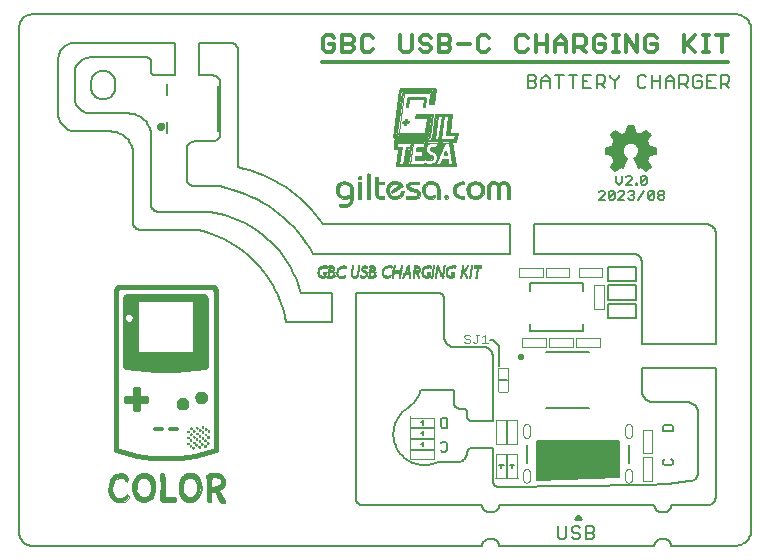
<source format=gto>
G75*
G70*
%OFA0B0*%
%FSLAX24Y24*%
%IPPOS*%
%LPD*%
%AMOC8*
5,1,8,0,0,1.08239X$1,22.5*
%
%ADD10C,0.0050*%
%ADD11C,0.0060*%
%ADD12C,0.0040*%
%ADD13C,0.0080*%
%ADD14C,0.0100*%
%ADD15C,0.0130*%
%ADD16C,0.0118*%
%ADD17C,0.0004*%
%ADD18C,0.0070*%
%ADD19C,0.0160*%
%ADD20C,0.0039*%
%ADD21C,0.0020*%
%ADD22C,0.0120*%
%ADD23C,0.0140*%
%ADD24C,0.0400*%
%ADD25C,0.0200*%
%ADD26C,0.0300*%
%ADD27R,0.0086X0.0002*%
%ADD28R,0.0059X0.0002*%
%ADD29R,0.0059X0.0002*%
%ADD30R,0.0065X0.0002*%
%ADD31R,0.0070X0.0002*%
%ADD32R,0.0061X0.0002*%
%ADD33R,0.0074X0.0002*%
%ADD34R,0.0078X0.0002*%
%ADD35R,0.0061X0.0002*%
%ADD36R,0.0082X0.0002*%
%ADD37R,0.0086X0.0002*%
%ADD38R,0.0059X0.0002*%
%ADD39R,0.0059X0.0002*%
%ADD40R,0.0065X0.0002*%
%ADD41R,0.0070X0.0002*%
%ADD42R,0.0061X0.0002*%
%ADD43R,0.0074X0.0002*%
%ADD44R,0.0078X0.0002*%
%ADD45R,0.0061X0.0002*%
%ADD46R,0.0082X0.0002*%
%ADD47R,0.0119X0.0002*%
%ADD48R,0.0072X0.0002*%
%ADD49R,0.0069X0.0002*%
%ADD50R,0.0114X0.0002*%
%ADD51R,0.0078X0.0002*%
%ADD52R,0.0074X0.0002*%
%ADD53R,0.0145X0.0002*%
%ADD54R,0.0076X0.0002*%
%ADD55R,0.0090X0.0002*%
%ADD56R,0.0139X0.0002*%
%ADD57R,0.0145X0.0002*%
%ADD58R,0.0076X0.0002*%
%ADD59R,0.0078X0.0002*%
%ADD60R,0.0090X0.0002*%
%ADD61R,0.0139X0.0002*%
%ADD62R,0.0166X0.0002*%
%ADD63R,0.0159X0.0002*%
%ADD64R,0.0190X0.0002*%
%ADD65R,0.0080X0.0002*%
%ADD66R,0.0176X0.0002*%
%ADD67R,0.0176X0.0002*%
%ADD68R,0.0190X0.0002*%
%ADD69R,0.0080X0.0002*%
%ADD70R,0.0176X0.0002*%
%ADD71R,0.0176X0.0002*%
%ADD72R,0.0206X0.0002*%
%ADD73R,0.0188X0.0002*%
%ADD74R,0.0219X0.0002*%
%ADD75R,0.0090X0.0002*%
%ADD76R,0.0202X0.0002*%
%ADD77R,0.0204X0.0002*%
%ADD78R,0.0219X0.0002*%
%ADD79R,0.0090X0.0002*%
%ADD80R,0.0202X0.0002*%
%ADD81R,0.0204X0.0002*%
%ADD82R,0.0231X0.0002*%
%ADD83R,0.0211X0.0002*%
%ADD84R,0.0094X0.0002*%
%ADD85R,0.0213X0.0002*%
%ADD86R,0.0235X0.0002*%
%ADD87R,0.0223X0.0002*%
%ADD88R,0.0225X0.0002*%
%ADD89R,0.0235X0.0002*%
%ADD90R,0.0223X0.0002*%
%ADD91R,0.0094X0.0002*%
%ADD92R,0.0225X0.0002*%
%ADD93R,0.0239X0.0002*%
%ADD94R,0.0086X0.0002*%
%ADD95R,0.0098X0.0002*%
%ADD96R,0.0233X0.0002*%
%ADD97R,0.0243X0.0002*%
%ADD98R,0.0082X0.0002*%
%ADD99R,0.0241X0.0002*%
%ADD100R,0.0243X0.0002*%
%ADD101R,0.0082X0.0002*%
%ADD102R,0.0098X0.0002*%
%ADD103R,0.0241X0.0002*%
%ADD104R,0.0247X0.0002*%
%ADD105R,0.0251X0.0002*%
%ADD106R,0.0102X0.0002*%
%ADD107R,0.0249X0.0002*%
%ADD108R,0.0256X0.0002*%
%ADD109R,0.0256X0.0002*%
%ADD110R,0.0258X0.0002*%
%ADD111R,0.0256X0.0002*%
%ADD112R,0.0256X0.0002*%
%ADD113R,0.0102X0.0002*%
%ADD114R,0.0258X0.0002*%
%ADD115R,0.0260X0.0002*%
%ADD116R,0.0076X0.0002*%
%ADD117R,0.0264X0.0002*%
%ADD118R,0.0110X0.0002*%
%ADD119R,0.0260X0.0002*%
%ADD120R,0.0264X0.0002*%
%ADD121R,0.0076X0.0002*%
%ADD122R,0.0110X0.0002*%
%ADD123R,0.0268X0.0002*%
%ADD124R,0.0272X0.0002*%
%ADD125R,0.0270X0.0002*%
%ADD126R,0.0272X0.0002*%
%ADD127R,0.0114X0.0002*%
%ADD128R,0.0270X0.0002*%
%ADD129R,0.0276X0.0002*%
%ADD130R,0.0274X0.0002*%
%ADD131R,0.0121X0.0002*%
%ADD132R,0.0098X0.0002*%
%ADD133R,0.0119X0.0002*%
%ADD134R,0.0100X0.0002*%
%ADD135R,0.0112X0.0002*%
%ADD136R,0.0108X0.0002*%
%ADD137R,0.0119X0.0002*%
%ADD138R,0.0088X0.0002*%
%ADD139R,0.0112X0.0002*%
%ADD140R,0.0108X0.0002*%
%ADD141R,0.0088X0.0002*%
%ADD142R,0.0065X0.0002*%
%ADD143R,0.0100X0.0002*%
%ADD144R,0.0123X0.0002*%
%ADD145R,0.0104X0.0002*%
%ADD146R,0.0096X0.0002*%
%ADD147R,0.0053X0.0002*%
%ADD148R,0.0096X0.0002*%
%ADD149R,0.0127X0.0002*%
%ADD150R,0.0096X0.0002*%
%ADD151R,0.0053X0.0002*%
%ADD152R,0.0096X0.0002*%
%ADD153R,0.0127X0.0002*%
%ADD154R,0.0094X0.0002*%
%ADD155R,0.0045X0.0002*%
%ADD156R,0.0092X0.0002*%
%ADD157R,0.0131X0.0002*%
%ADD158R,0.0094X0.0002*%
%ADD159R,0.0037X0.0002*%
%ADD160R,0.0088X0.0002*%
%ADD161R,0.0131X0.0002*%
%ADD162R,0.0037X0.0002*%
%ADD163R,0.0088X0.0002*%
%ADD164R,0.0025X0.0002*%
%ADD165R,0.0084X0.0002*%
%ADD166R,0.0135X0.0002*%
%ADD167R,0.0016X0.0002*%
%ADD168R,0.0016X0.0002*%
%ADD169R,0.0084X0.0002*%
%ADD170R,0.0135X0.0002*%
%ADD171R,0.0143X0.0002*%
%ADD172R,0.0143X0.0002*%
%ADD173R,0.0147X0.0002*%
%ADD174R,0.0251X0.0002*%
%ADD175R,0.0251X0.0002*%
%ADD176R,0.0147X0.0002*%
%ADD177R,0.0151X0.0002*%
%ADD178R,0.0125X0.0002*%
%ADD179R,0.0247X0.0002*%
%ADD180R,0.0123X0.0002*%
%ADD181R,0.0151X0.0002*%
%ADD182R,0.0125X0.0002*%
%ADD183R,0.0086X0.0002*%
%ADD184R,0.0129X0.0002*%
%ADD185R,0.0155X0.0002*%
%ADD186R,0.0133X0.0002*%
%ADD187R,0.0155X0.0002*%
%ADD188R,0.0133X0.0002*%
%ADD189R,0.0164X0.0002*%
%ADD190R,0.0239X0.0002*%
%ADD191R,0.0164X0.0002*%
%ADD192R,0.0231X0.0002*%
%ADD193R,0.0137X0.0002*%
%ADD194R,0.0227X0.0002*%
%ADD195R,0.0072X0.0002*%
%ADD196R,0.0137X0.0002*%
%ADD197R,0.0080X0.0002*%
%ADD198R,0.0227X0.0002*%
%ADD199R,0.0080X0.0002*%
%ADD200R,0.0215X0.0002*%
%ADD201R,0.0170X0.0002*%
%ADD202R,0.0074X0.0002*%
%ADD203R,0.0139X0.0002*%
%ADD204R,0.0166X0.0002*%
%ADD205R,0.0215X0.0002*%
%ADD206R,0.0170X0.0002*%
%ADD207R,0.0139X0.0002*%
%ADD208R,0.0311X0.0002*%
%ADD209R,0.0161X0.0002*%
%ADD210R,0.0311X0.0002*%
%ADD211R,0.0137X0.0002*%
%ADD212R,0.0157X0.0002*%
%ADD213R,0.0137X0.0002*%
%ADD214R,0.0157X0.0002*%
%ADD215R,0.0182X0.0002*%
%ADD216R,0.0153X0.0002*%
%ADD217R,0.0153X0.0002*%
%ADD218R,0.0307X0.0002*%
%ADD219R,0.0198X0.0002*%
%ADD220R,0.0149X0.0002*%
%ADD221R,0.0202X0.0002*%
%ADD222R,0.0125X0.0002*%
%ADD223R,0.0202X0.0002*%
%ADD224R,0.0125X0.0002*%
%ADD225R,0.0206X0.0002*%
%ADD226R,0.0084X0.0002*%
%ADD227R,0.0141X0.0002*%
%ADD228R,0.0084X0.0002*%
%ADD229R,0.0141X0.0002*%
%ADD230R,0.0311X0.0002*%
%ADD231R,0.0227X0.0002*%
%ADD232R,0.0311X0.0002*%
%ADD233R,0.0227X0.0002*%
%ADD234R,0.0231X0.0002*%
%ADD235R,0.0149X0.0002*%
%ADD236R,0.0231X0.0002*%
%ADD237R,0.0149X0.0002*%
%ADD238R,0.0153X0.0002*%
%ADD239R,0.0161X0.0002*%
%ADD240R,0.0157X0.0002*%
%ADD241R,0.0174X0.0002*%
%ADD242R,0.0153X0.0002*%
%ADD243R,0.0092X0.0002*%
%ADD244R,0.0092X0.0002*%
%ADD245R,0.0098X0.0002*%
%ADD246R,0.0100X0.0002*%
%ADD247R,0.0112X0.0002*%
%ADD248R,0.0129X0.0002*%
%ADD249R,0.0110X0.0002*%
%ADD250R,0.0117X0.0002*%
%ADD251R,0.0116X0.0002*%
%ADD252R,0.0129X0.0002*%
%ADD253R,0.0123X0.0002*%
%ADD254R,0.0117X0.0002*%
%ADD255R,0.0116X0.0002*%
%ADD256R,0.0123X0.0002*%
%ADD257R,0.0121X0.0002*%
%ADD258R,0.0121X0.0002*%
%ADD259R,0.0121X0.0002*%
%ADD260R,0.0112X0.0002*%
%ADD261R,0.0149X0.0002*%
%ADD262R,0.0008X0.0002*%
%ADD263R,0.0151X0.0002*%
%ADD264R,0.0012X0.0002*%
%ADD265R,0.0008X0.0002*%
%ADD266R,0.0151X0.0002*%
%ADD267R,0.0012X0.0002*%
%ADD268R,0.0166X0.0002*%
%ADD269R,0.0033X0.0002*%
%ADD270R,0.0172X0.0002*%
%ADD271R,0.0039X0.0002*%
%ADD272R,0.0276X0.0002*%
%ADD273R,0.0268X0.0002*%
%ADD274R,0.0260X0.0002*%
%ADD275R,0.0260X0.0002*%
%ADD276R,0.0258X0.0002*%
%ADD277R,0.0251X0.0002*%
%ADD278R,0.0211X0.0002*%
%ADD279R,0.0254X0.0002*%
%ADD280R,0.0211X0.0002*%
%ADD281R,0.0254X0.0002*%
%ADD282R,0.0245X0.0002*%
%ADD283R,0.0247X0.0002*%
%ADD284R,0.0092X0.0002*%
%ADD285R,0.0233X0.0002*%
%ADD286R,0.0194X0.0002*%
%ADD287R,0.0194X0.0002*%
%ADD288R,0.0223X0.0002*%
%ADD289R,0.0217X0.0002*%
%ADD290R,0.0186X0.0002*%
%ADD291R,0.0217X0.0002*%
%ADD292R,0.0186X0.0002*%
%ADD293R,0.0209X0.0002*%
%ADD294R,0.0178X0.0002*%
%ADD295R,0.0200X0.0002*%
%ADD296R,0.0174X0.0002*%
%ADD297R,0.0194X0.0002*%
%ADD298R,0.0198X0.0002*%
%ADD299R,0.0200X0.0002*%
%ADD300R,0.0174X0.0002*%
%ADD301R,0.0194X0.0002*%
%ADD302R,0.0198X0.0002*%
%ADD303R,0.0067X0.0002*%
%ADD304R,0.0067X0.0002*%
%ADD305R,0.0168X0.0002*%
%ADD306R,0.0170X0.0002*%
%ADD307R,0.0168X0.0002*%
%ADD308R,0.0170X0.0002*%
%ADD309R,0.0063X0.0002*%
%ADD310R,0.0063X0.0002*%
%ADD311R,0.0067X0.0002*%
%ADD312R,0.0110X0.0002*%
%ADD313R,0.0104X0.0002*%
%ADD314R,0.0041X0.0002*%
%ADD315R,0.0016X0.0002*%
%ADD316R,0.0020X0.0002*%
%ADD317R,0.0004X0.0002*%
%ADD318R,0.0045X0.0002*%
%ADD319R,0.0178X0.0002*%
%ADD320R,0.0178X0.0002*%
%ADD321R,0.0178X0.0002*%
%ADD322R,0.0182X0.0002*%
%ADD323R,0.0186X0.0002*%
%ADD324R,0.0186X0.0002*%
%ADD325R,0.0211X0.0002*%
%ADD326R,0.0206X0.0002*%
%ADD327R,0.0235X0.0002*%
%ADD328R,0.0235X0.0002*%
%ADD329R,0.0239X0.0002*%
%ADD330R,0.0239X0.0002*%
%ADD331R,0.0106X0.0002*%
%ADD332R,0.0114X0.0002*%
%ADD333R,0.0106X0.0002*%
%ADD334R,0.0106X0.0002*%
%ADD335R,0.0106X0.0002*%
%ADD336R,0.0102X0.0002*%
%ADD337R,0.0049X0.0002*%
%ADD338R,0.0049X0.0002*%
%ADD339R,0.0033X0.0002*%
%ADD340R,0.0025X0.0002*%
%ADD341R,0.0025X0.0002*%
%ADD342R,0.0072X0.0002*%
%ADD343R,0.0072X0.0002*%
%ADD344R,0.0114X0.0002*%
%ADD345R,0.0219X0.0002*%
%ADD346R,0.0155X0.0002*%
%ADD347R,0.0155X0.0002*%
%ADD348R,0.0159X0.0002*%
%ADD349R,0.0198X0.0002*%
%ADD350R,0.0145X0.0002*%
%ADD351R,0.0145X0.0002*%
%ADD352R,0.0206X0.0002*%
%ADD353R,0.0102X0.0002*%
%ADD354R,0.0127X0.0002*%
%ADD355R,0.0127X0.0002*%
%ADD356R,0.0268X0.0002*%
%ADD357R,0.0196X0.0002*%
%ADD358R,0.0188X0.0002*%
%ADD359R,0.0196X0.0002*%
%ADD360R,0.0184X0.0002*%
%ADD361R,0.0184X0.0002*%
%ADD362R,0.0180X0.0002*%
%ADD363R,0.0180X0.0002*%
%ADD364R,0.0168X0.0002*%
%ADD365R,0.0172X0.0002*%
%ADD366R,0.0168X0.0002*%
%ADD367R,0.0164X0.0002*%
%ADD368R,0.0143X0.0002*%
%ADD369R,0.0147X0.0002*%
%ADD370R,0.0143X0.0002*%
%ADD371R,0.0147X0.0002*%
%ADD372R,0.0065X0.0002*%
%ADD373R,0.0020X0.0002*%
%ADD374R,0.0020X0.0002*%
%ADD375C,0.0010*%
%ADD376C,0.0030*%
D10*
X000929Y000534D02*
X015972Y000534D01*
X015972Y000562D01*
X015976Y000590D01*
X015983Y000617D01*
X015994Y000643D01*
X016008Y000667D01*
X016025Y000689D01*
X016045Y000709D01*
X016067Y000726D01*
X016091Y000740D01*
X016117Y000751D01*
X016144Y000758D01*
X016172Y000762D01*
X016322Y000762D01*
X016350Y000758D01*
X016377Y000751D01*
X016403Y000740D01*
X016427Y000726D01*
X016449Y000709D01*
X016469Y000689D01*
X016486Y000667D01*
X016500Y000643D01*
X016511Y000617D01*
X016518Y000590D01*
X016522Y000562D01*
X016522Y000534D01*
X021709Y000534D01*
X021709Y000562D01*
X021713Y000590D01*
X021720Y000617D01*
X021731Y000643D01*
X021745Y000667D01*
X021762Y000689D01*
X021782Y000709D01*
X021804Y000726D01*
X021828Y000740D01*
X021854Y000751D01*
X021881Y000758D01*
X021909Y000762D01*
X022059Y000762D01*
X022088Y000758D01*
X022115Y000751D01*
X022141Y000741D01*
X022166Y000727D01*
X022189Y000710D01*
X022209Y000690D01*
X022227Y000668D01*
X022241Y000643D01*
X022253Y000617D01*
X022260Y000590D01*
X022264Y000562D01*
X022265Y000534D01*
X022264Y000534D02*
X024328Y000534D01*
X024327Y000533D02*
X024374Y000530D01*
X024420Y000531D01*
X024466Y000536D01*
X024512Y000544D01*
X024556Y000557D01*
X024600Y000573D01*
X024642Y000592D01*
X024682Y000615D01*
X024720Y000641D01*
X024756Y000671D01*
X024790Y000703D01*
X024821Y000737D01*
X024848Y000775D01*
X024873Y000814D01*
X024894Y000855D01*
X024912Y000898D01*
X024926Y000942D01*
X024936Y000987D01*
X024943Y001033D01*
X024943Y001034D02*
X024943Y017752D01*
X024943Y017753D02*
X024936Y017798D01*
X024926Y017844D01*
X024911Y017888D01*
X024894Y017930D01*
X024872Y017971D01*
X024848Y018011D01*
X024820Y018048D01*
X024789Y018082D01*
X024756Y018114D01*
X024720Y018143D01*
X024682Y018170D01*
X024641Y018192D01*
X024599Y018212D01*
X024556Y018228D01*
X024511Y018240D01*
X024466Y018248D01*
X024420Y018253D01*
X024374Y018254D01*
X024327Y018251D01*
X024328Y018250D02*
X000929Y018250D01*
X000930Y018250D02*
X000889Y018243D01*
X000849Y018233D01*
X000809Y018219D01*
X000772Y018201D01*
X000736Y018180D01*
X000702Y018156D01*
X000671Y018129D01*
X000642Y018099D01*
X000616Y018066D01*
X000593Y018032D01*
X000574Y017995D01*
X000558Y017956D01*
X000546Y017917D01*
X000537Y017876D01*
X000532Y017835D01*
X000531Y017793D01*
X000534Y017752D01*
X000534Y001034D01*
X000531Y000993D01*
X000532Y000951D01*
X000537Y000910D01*
X000545Y000869D01*
X000558Y000829D01*
X000574Y000791D01*
X000593Y000754D01*
X000616Y000719D01*
X000642Y000686D01*
X000670Y000656D01*
X000702Y000629D01*
X000736Y000604D01*
X000772Y000583D01*
X000809Y000565D01*
X000848Y000551D01*
X000889Y000541D01*
X000930Y000534D01*
X003609Y002163D02*
X003544Y002370D01*
X003589Y002683D01*
X003594Y002701D02*
X003656Y002825D01*
X003758Y002878D01*
X003856Y002906D01*
X003887Y002893D01*
X003892Y002919D02*
X004021Y002850D01*
X004088Y002752D01*
X004079Y002724D02*
X004100Y002716D01*
X004120Y002733D01*
X004113Y002770D01*
X004033Y002887D01*
X003892Y002919D01*
X003925Y002870D02*
X003796Y002857D01*
X003671Y002787D01*
X003617Y002702D01*
X003594Y002701D01*
X003631Y002671D02*
X003652Y002675D01*
X003688Y002756D01*
X003821Y002826D01*
X003934Y002843D01*
X003993Y002828D01*
X004079Y002724D01*
X004362Y002647D02*
X004341Y002547D01*
X004334Y002371D01*
X004348Y002295D01*
X004379Y002205D01*
X004419Y002131D01*
X004482Y002061D01*
X004553Y002016D01*
X004627Y001994D01*
X004660Y001988D01*
X004742Y001988D01*
X004748Y001989D02*
X004821Y002013D01*
X004892Y002058D01*
X004983Y002134D01*
X005010Y002175D01*
X005066Y002361D01*
X005061Y002524D01*
X005046Y002614D01*
X005012Y002719D01*
X004954Y002819D01*
X004877Y002889D01*
X004782Y002930D01*
X004663Y002941D01*
X004561Y002901D01*
X004489Y002856D01*
X004421Y002776D01*
X004362Y002647D01*
X004394Y002631D02*
X004482Y002801D01*
X004665Y002901D01*
X004820Y002870D01*
X004935Y002778D01*
X005002Y002637D01*
X005022Y002526D01*
X004987Y002510D01*
X004938Y002730D01*
X004909Y002717D01*
X004881Y002790D01*
X004673Y002867D01*
X004822Y002834D01*
X004619Y002816D01*
X004645Y002852D01*
X004498Y002759D01*
X004422Y002593D01*
X004527Y002754D01*
X004558Y002744D02*
X004506Y002680D01*
X004474Y002607D01*
X004451Y002513D01*
X004445Y002445D01*
X004444Y002362D01*
X004458Y002293D01*
X004514Y002214D01*
X004574Y002153D01*
X004645Y002123D01*
X004730Y002121D01*
X004773Y002133D01*
X004811Y002152D01*
X004855Y002178D01*
X004883Y002209D01*
X004903Y002234D02*
X004935Y002302D01*
X004948Y002360D01*
X004952Y002511D01*
X004943Y002581D01*
X004920Y002655D01*
X004874Y002723D01*
X004823Y002770D01*
X004767Y002788D01*
X004721Y002794D01*
X004661Y002795D01*
X004606Y002779D01*
X004558Y002744D01*
X004394Y002631D02*
X004362Y002400D01*
X004402Y002244D01*
X004511Y002080D01*
X004641Y002030D01*
X004762Y002027D01*
X005013Y002214D01*
X004900Y002115D01*
X005016Y002309D01*
X005025Y002499D01*
X004995Y002487D01*
X004983Y002310D01*
X004880Y002135D01*
X004850Y002151D02*
X004903Y002234D01*
X004835Y002126D02*
X004884Y002101D01*
X004869Y002069D01*
X004765Y002058D01*
X004658Y002061D01*
X004537Y002107D01*
X004433Y002248D01*
X004407Y002390D01*
X004425Y002576D01*
X004524Y002157D02*
X004655Y002099D01*
X004784Y002092D01*
X004835Y002126D01*
X004748Y001989D02*
X004733Y001991D01*
X005270Y002062D02*
X005279Y002034D01*
X005290Y002022D01*
X005311Y002009D01*
X005333Y002000D01*
X005364Y001995D01*
X005417Y001991D01*
X005710Y002018D01*
X005731Y002083D01*
X005419Y002106D01*
X005692Y002110D01*
X005681Y002044D01*
X005316Y002036D01*
X005307Y002112D01*
X005611Y002055D01*
X005336Y002078D01*
X005362Y002115D02*
X005361Y002762D01*
X005322Y002121D01*
X005299Y002746D01*
X005295Y002901D01*
X005340Y002893D01*
X005345Y002788D01*
X005340Y002652D01*
X005389Y002715D02*
X005395Y002554D01*
X005397Y002354D01*
X005393Y002172D01*
X005394Y002141D01*
X005423Y002128D01*
X005516Y002128D01*
X005610Y002141D01*
X005692Y002137D01*
X005746Y002112D01*
X005761Y002081D01*
X005764Y002046D01*
X005757Y002017D01*
X005744Y001997D01*
X005726Y001984D01*
X005696Y001985D01*
X005617Y001995D01*
X005511Y001993D01*
X005430Y001992D01*
X005270Y002062D02*
X005276Y002244D01*
X005280Y002499D01*
X005261Y002869D01*
X005263Y002897D01*
X005272Y002921D01*
X005292Y002934D01*
X005317Y002939D01*
X005349Y002929D01*
X005372Y002888D01*
X005389Y002715D01*
X005882Y002568D02*
X005881Y002422D01*
X005894Y002309D01*
X005938Y002186D01*
X005991Y002106D01*
X006038Y002055D01*
X006117Y002009D01*
X006199Y001987D01*
X006269Y001982D01*
X006270Y001999D02*
X006296Y001986D01*
X006382Y002017D01*
X006472Y002085D01*
X006532Y002165D01*
X006581Y002280D01*
X006611Y002420D01*
X006606Y002602D01*
X006557Y002743D01*
X006509Y002817D01*
X006433Y002884D01*
X006338Y002928D01*
X006221Y002939D01*
X006132Y002915D01*
X006037Y002858D01*
X005966Y002796D01*
X005929Y002737D01*
X005882Y002568D01*
X005992Y002536D02*
X005986Y002372D01*
X006010Y002286D01*
X006081Y002184D01*
X006163Y002126D01*
X006235Y002120D01*
X006288Y002121D01*
X006285Y002121D02*
X006339Y002142D01*
X006395Y002178D01*
X006436Y002223D01*
X006469Y002282D01*
X006494Y002372D01*
X006495Y002554D01*
X006474Y002636D01*
X006435Y002708D01*
X006378Y002763D01*
X006303Y002794D01*
X006195Y002795D01*
X006094Y002753D01*
X006109Y002755D01*
X006077Y002729D01*
X006024Y002646D01*
X005992Y002536D01*
X006782Y002830D02*
X006791Y002807D01*
X006823Y002780D01*
X006834Y002754D01*
X006832Y002353D01*
X006828Y002105D01*
X006830Y002076D01*
X006837Y002031D01*
X006846Y002006D01*
X006866Y001990D01*
X006877Y001987D01*
X006886Y001986D02*
X006889Y001988D01*
X006910Y001990D01*
X006925Y002002D01*
X006937Y002024D01*
X006938Y002304D01*
X006953Y002324D01*
X006986Y002323D01*
X007016Y002329D01*
X007064Y002339D01*
X007074Y002345D01*
X007094Y002346D01*
X007208Y002088D01*
X007237Y002032D01*
X007290Y001976D01*
X007338Y001957D01*
X007367Y001959D01*
X007392Y001973D01*
X007403Y001997D01*
X007402Y002015D01*
X007288Y002198D01*
X007205Y002362D01*
X007225Y002403D01*
X007233Y002398D01*
X007311Y002449D01*
X007360Y002497D01*
X007385Y002544D01*
X007402Y002595D01*
X007402Y002687D01*
X007396Y002725D01*
X007376Y002776D01*
X007341Y002830D01*
X007272Y002882D01*
X007203Y002912D01*
X007098Y002935D01*
X006987Y002935D01*
X006879Y002921D01*
X006820Y002904D01*
X006789Y002872D01*
X006782Y002830D01*
X006946Y002796D02*
X006938Y002655D01*
X006937Y002453D01*
X006956Y002448D02*
X007001Y002449D01*
X007140Y002485D01*
X007199Y002519D01*
X007251Y002554D01*
X007283Y002595D01*
X007297Y002653D01*
X007291Y002641D01*
X007290Y002687D01*
X007254Y002744D01*
X007207Y002783D01*
X007147Y002803D01*
X007079Y002812D01*
X007014Y002813D01*
X006962Y002802D01*
X006946Y002796D01*
X004148Y002185D02*
X004131Y002213D01*
X004092Y002176D01*
X004009Y002110D01*
X003893Y002093D01*
X003810Y002097D01*
X003718Y002150D01*
X003649Y002237D01*
X003601Y002377D01*
X003631Y002671D01*
X003595Y002493D02*
X003576Y002365D01*
X003629Y002214D01*
X003691Y002117D01*
X003831Y002050D01*
X003913Y002052D01*
X003925Y002056D02*
X003993Y002068D01*
X004073Y002105D01*
X004113Y002154D01*
X004139Y002122D02*
X004148Y002185D01*
X004139Y002122D02*
X004076Y002061D01*
X003944Y002010D01*
X003919Y002003D02*
X003925Y002056D01*
X003919Y002003D02*
X003740Y002047D01*
X003609Y002163D01*
X009437Y007981D02*
X009399Y008165D01*
X009352Y008348D01*
X009296Y008528D01*
X009232Y008705D01*
X009159Y008878D01*
X009077Y009048D01*
X008988Y009214D01*
X008890Y009375D01*
X008785Y009532D01*
X008672Y009683D01*
X008552Y009828D01*
X008425Y009967D01*
X008291Y010100D01*
X008151Y010226D01*
X008005Y010345D01*
X007854Y010457D01*
X007697Y010562D01*
X007535Y010659D01*
X007369Y010747D01*
X007199Y010828D01*
X007025Y010900D01*
X006847Y010964D01*
X006667Y011019D01*
X006484Y011065D01*
X004578Y011065D01*
X004548Y011067D01*
X004518Y011072D01*
X004489Y011081D01*
X004462Y011094D01*
X004436Y011109D01*
X004412Y011128D01*
X004391Y011149D01*
X004372Y011173D01*
X004357Y011199D01*
X004344Y011226D01*
X004335Y011255D01*
X004330Y011285D01*
X004328Y011315D01*
X004328Y013595D01*
X004326Y013649D01*
X004320Y013702D01*
X004311Y013754D01*
X004298Y013806D01*
X004281Y013857D01*
X004260Y013907D01*
X004236Y013954D01*
X004209Y014000D01*
X004178Y014044D01*
X004145Y014086D01*
X004108Y014125D01*
X004069Y014162D01*
X004027Y014195D01*
X003983Y014226D01*
X003937Y014253D01*
X003890Y014277D01*
X003840Y014298D01*
X003789Y014315D01*
X003737Y014328D01*
X003685Y014337D01*
X003632Y014343D01*
X003578Y014345D01*
X002387Y014345D01*
X002341Y014350D01*
X002296Y014359D01*
X002251Y014371D01*
X002207Y014386D01*
X002165Y014405D01*
X002124Y014428D01*
X002085Y014453D01*
X002048Y014481D01*
X002014Y014512D01*
X001982Y014546D01*
X001953Y014582D01*
X001927Y014621D01*
X001903Y014661D01*
X001884Y014703D01*
X001867Y014746D01*
X001854Y014791D01*
X001844Y014836D01*
X001838Y014882D01*
X001836Y014928D01*
X001837Y014975D01*
X001837Y016756D01*
X001839Y016801D01*
X001845Y016847D01*
X001854Y016891D01*
X001867Y016935D01*
X001883Y016977D01*
X001903Y017018D01*
X001927Y017057D01*
X001953Y017094D01*
X001982Y017129D01*
X002014Y017161D01*
X002049Y017190D01*
X002086Y017216D01*
X002125Y017240D01*
X002166Y017260D01*
X002208Y017276D01*
X002252Y017289D01*
X002296Y017298D01*
X002342Y017304D01*
X002387Y017306D01*
X005733Y017306D01*
X005733Y016215D01*
X005078Y016215D01*
X005055Y016217D01*
X005032Y016222D01*
X005010Y016231D01*
X004990Y016244D01*
X004972Y016259D01*
X004957Y016277D01*
X004944Y016297D01*
X004935Y016319D01*
X004930Y016342D01*
X004928Y016365D01*
X004928Y016665D01*
X004926Y016688D01*
X004921Y016711D01*
X004912Y016733D01*
X004899Y016753D01*
X004884Y016771D01*
X004866Y016786D01*
X004846Y016799D01*
X004824Y016808D01*
X004801Y016813D01*
X004778Y016815D01*
X002928Y016815D01*
X002883Y016813D01*
X002837Y016807D01*
X002793Y016798D01*
X002749Y016785D01*
X002707Y016769D01*
X002666Y016749D01*
X002627Y016725D01*
X002590Y016699D01*
X002555Y016670D01*
X002523Y016638D01*
X002494Y016603D01*
X002468Y016566D01*
X002444Y016527D01*
X002424Y016486D01*
X002408Y016444D01*
X002395Y016400D01*
X002386Y016356D01*
X002380Y016310D01*
X002378Y016265D01*
X002378Y015495D01*
X002380Y015450D01*
X002386Y015404D01*
X002395Y015360D01*
X002408Y015316D01*
X002424Y015274D01*
X002444Y015233D01*
X002468Y015194D01*
X002494Y015157D01*
X002523Y015122D01*
X002555Y015090D01*
X002590Y015061D01*
X002627Y015035D01*
X002666Y015011D01*
X002707Y014991D01*
X002749Y014975D01*
X002793Y014962D01*
X002837Y014953D01*
X002883Y014947D01*
X002928Y014945D01*
X004178Y014945D01*
X004232Y014943D01*
X004285Y014937D01*
X004337Y014928D01*
X004389Y014915D01*
X004440Y014898D01*
X004490Y014877D01*
X004537Y014853D01*
X004583Y014826D01*
X004627Y014795D01*
X004669Y014762D01*
X004708Y014725D01*
X004745Y014686D01*
X004778Y014644D01*
X004809Y014600D01*
X004836Y014554D01*
X004860Y014507D01*
X004881Y014457D01*
X004898Y014406D01*
X004911Y014354D01*
X004920Y014302D01*
X004926Y014249D01*
X004928Y014195D01*
X004928Y011915D01*
X004930Y011885D01*
X004935Y011855D01*
X004944Y011826D01*
X004957Y011799D01*
X004972Y011773D01*
X004991Y011749D01*
X005012Y011728D01*
X005036Y011709D01*
X005062Y011694D01*
X005089Y011681D01*
X005118Y011672D01*
X005148Y011667D01*
X005178Y011665D01*
X006878Y011665D01*
X007228Y012515D02*
X006378Y012515D01*
X006348Y012517D01*
X006318Y012522D01*
X006289Y012531D01*
X006262Y012544D01*
X006236Y012559D01*
X006212Y012578D01*
X006191Y012599D01*
X006172Y012623D01*
X006157Y012649D01*
X006144Y012676D01*
X006135Y012705D01*
X006130Y012735D01*
X006128Y012765D01*
X006128Y013765D01*
X006130Y013795D01*
X006135Y013825D01*
X006144Y013854D01*
X006157Y013881D01*
X006172Y013907D01*
X006191Y013931D01*
X006212Y013952D01*
X006236Y013971D01*
X006262Y013986D01*
X006289Y013999D01*
X006318Y014008D01*
X006348Y014013D01*
X006378Y014015D01*
X006978Y014015D01*
X007008Y014017D01*
X007038Y014022D01*
X007067Y014031D01*
X007094Y014044D01*
X007120Y014059D01*
X007144Y014078D01*
X007165Y014099D01*
X007184Y014123D01*
X007199Y014149D01*
X007212Y014176D01*
X007221Y014205D01*
X007226Y014235D01*
X007228Y014265D01*
X007228Y015965D01*
X007226Y015995D01*
X007221Y016025D01*
X007212Y016054D01*
X007199Y016081D01*
X007184Y016107D01*
X007165Y016131D01*
X007144Y016152D01*
X007120Y016171D01*
X007094Y016186D01*
X007067Y016199D01*
X007038Y016208D01*
X007008Y016213D01*
X006978Y016215D01*
X006521Y016215D01*
X006521Y017306D01*
X007568Y017306D01*
X007569Y017306D02*
X007599Y017304D01*
X007628Y017299D01*
X007657Y017291D01*
X007684Y017279D01*
X007710Y017263D01*
X007734Y017245D01*
X007755Y017224D01*
X007774Y017201D01*
X007790Y017175D01*
X007802Y017148D01*
X007811Y017119D01*
X007817Y017090D01*
X007819Y017060D01*
X007818Y017060D02*
X007818Y013156D01*
X010657Y011256D02*
X016908Y011256D01*
X016908Y010259D01*
X010328Y010259D01*
X009928Y008965D02*
X010960Y008965D01*
X010960Y007981D01*
X009437Y007981D01*
X011747Y008965D02*
X011747Y002142D01*
X011747Y002141D02*
X011748Y002112D01*
X011752Y002083D01*
X011760Y002054D01*
X011771Y002027D01*
X011786Y002001D01*
X011803Y001977D01*
X011823Y001955D01*
X011846Y001936D01*
X011871Y001920D01*
X011897Y001907D01*
X011925Y001897D01*
X011954Y001891D01*
X011984Y001888D01*
X011983Y001888D02*
X015972Y001888D01*
X015972Y001860D01*
X015976Y001832D01*
X015983Y001805D01*
X015994Y001779D01*
X016008Y001755D01*
X016025Y001733D01*
X016045Y001713D01*
X016067Y001696D01*
X016091Y001682D01*
X016117Y001671D01*
X016144Y001664D01*
X016172Y001660D01*
X016322Y001660D01*
X016350Y001664D01*
X016377Y001671D01*
X016403Y001682D01*
X016427Y001696D01*
X016449Y001713D01*
X016469Y001733D01*
X016486Y001755D01*
X016500Y001779D01*
X016511Y001805D01*
X016518Y001832D01*
X016522Y001860D01*
X016522Y001888D01*
X021709Y001888D01*
X021709Y001860D01*
X021713Y001832D01*
X021720Y001805D01*
X021731Y001779D01*
X021745Y001755D01*
X021762Y001733D01*
X021782Y001713D01*
X021804Y001696D01*
X021828Y001682D01*
X021854Y001671D01*
X021881Y001664D01*
X021909Y001660D01*
X022059Y001660D01*
X022088Y001664D01*
X022115Y001671D01*
X022141Y001681D01*
X022166Y001695D01*
X022189Y001712D01*
X022209Y001732D01*
X022227Y001754D01*
X022241Y001779D01*
X022253Y001805D01*
X022260Y001832D01*
X022264Y001860D01*
X022265Y001888D01*
X022264Y001888D02*
X023464Y001888D01*
X023497Y001890D01*
X023530Y001896D01*
X023562Y001905D01*
X023592Y001918D01*
X023621Y001935D01*
X023648Y001954D01*
X023673Y001976D01*
X023695Y002001D01*
X023714Y002028D01*
X023730Y002058D01*
X023742Y002088D01*
X023751Y002120D01*
X023756Y002153D01*
X023758Y002186D01*
X023758Y006464D01*
X021278Y006464D01*
X021278Y005715D01*
X021282Y005676D01*
X021290Y005637D01*
X021301Y005600D01*
X021315Y005563D01*
X021333Y005528D01*
X021355Y005495D01*
X021379Y005464D01*
X021406Y005435D01*
X021435Y005409D01*
X021467Y005386D01*
X021500Y005365D01*
X021536Y005348D01*
X021573Y005334D01*
X021611Y005324D01*
X021649Y005317D01*
X021689Y005314D01*
X021728Y005315D01*
X022828Y005315D01*
X022827Y005316D02*
X022863Y005311D01*
X022899Y005303D01*
X022933Y005291D01*
X022967Y005276D01*
X022998Y005258D01*
X023028Y005237D01*
X023055Y005213D01*
X023080Y005186D01*
X023102Y005157D01*
X023121Y005126D01*
X023137Y005094D01*
X023150Y005059D01*
X023160Y005024D01*
X023166Y004988D01*
X023168Y004952D01*
X023167Y004916D01*
X023167Y004915D02*
X023167Y002977D01*
X023165Y002944D01*
X023160Y002912D01*
X023151Y002880D01*
X023138Y002849D01*
X023122Y002821D01*
X023103Y002794D01*
X023081Y002769D01*
X023056Y002747D01*
X023029Y002728D01*
X023001Y002712D01*
X022970Y002699D01*
X022938Y002690D01*
X022906Y002685D01*
X022873Y002683D01*
X022315Y003268D02*
X022315Y003371D01*
X022263Y003423D01*
X022315Y003268D02*
X022263Y003216D01*
X022057Y003216D01*
X022005Y003268D01*
X022005Y003371D01*
X022057Y003423D01*
X022005Y004366D02*
X022005Y004521D01*
X022057Y004573D01*
X022263Y004573D01*
X022315Y004521D01*
X022315Y004366D01*
X022005Y004366D01*
X020528Y004015D02*
X017778Y004015D01*
X017778Y002715D01*
X020528Y002815D01*
X020528Y004015D01*
X020528Y003977D02*
X017778Y003977D01*
X017778Y003929D02*
X020528Y003929D01*
X020528Y003880D02*
X017778Y003880D01*
X017778Y003832D02*
X020528Y003832D01*
X020528Y003783D02*
X017778Y003783D01*
X017778Y003735D02*
X020528Y003735D01*
X020528Y003686D02*
X017778Y003686D01*
X017778Y003638D02*
X020528Y003638D01*
X020528Y003589D02*
X017778Y003589D01*
X017778Y003541D02*
X020528Y003541D01*
X020528Y003492D02*
X017778Y003492D01*
X017778Y003444D02*
X020528Y003444D01*
X020528Y003395D02*
X017778Y003395D01*
X017778Y003347D02*
X020528Y003347D01*
X020528Y003298D02*
X017778Y003298D01*
X017778Y003250D02*
X020528Y003250D01*
X020528Y003201D02*
X017778Y003201D01*
X017778Y003153D02*
X020528Y003153D01*
X020528Y003104D02*
X017778Y003104D01*
X017778Y003056D02*
X020528Y003056D01*
X020528Y003007D02*
X017778Y003007D01*
X017778Y002959D02*
X020528Y002959D01*
X020528Y002910D02*
X017778Y002910D01*
X017778Y002862D02*
X020528Y002862D01*
X020473Y002813D02*
X017778Y002813D01*
X017778Y002765D02*
X019139Y002765D01*
X017806Y002716D02*
X017778Y002716D01*
X017039Y003221D02*
X016960Y003221D01*
X016960Y003142D01*
X016960Y003221D02*
X016881Y003221D01*
X016679Y003221D02*
X016600Y003221D01*
X016600Y003142D01*
X016600Y003221D02*
X016521Y003221D01*
X016314Y002729D02*
X016316Y002699D01*
X016321Y002669D01*
X016330Y002640D01*
X016343Y002613D01*
X016358Y002587D01*
X016377Y002563D01*
X016398Y002542D01*
X016422Y002523D01*
X016448Y002508D01*
X016475Y002495D01*
X016504Y002486D01*
X016534Y002481D01*
X016564Y002479D01*
X021424Y002565D01*
X016314Y002729D02*
X016314Y003798D01*
X015645Y003798D01*
X015622Y003799D01*
X015599Y003796D01*
X015576Y003790D01*
X015555Y003780D01*
X015535Y003768D01*
X015517Y003753D01*
X015502Y003736D01*
X015489Y003716D01*
X015479Y003695D01*
X015472Y003673D01*
X015469Y003650D01*
X015468Y003649D02*
X015467Y003616D01*
X015462Y003583D01*
X015453Y003551D01*
X015442Y003520D01*
X015427Y003490D01*
X015409Y003462D01*
X015388Y003436D01*
X015365Y003412D01*
X015340Y003391D01*
X015312Y003372D01*
X015282Y003357D01*
X015251Y003345D01*
X015219Y003336D01*
X015186Y003330D01*
X015153Y003328D01*
X014493Y003328D01*
X013997Y003852D02*
X013997Y003930D01*
X013919Y003930D01*
X013997Y003930D02*
X013997Y004009D01*
X013997Y004212D02*
X013997Y004290D01*
X013919Y004290D01*
X013997Y004290D02*
X013997Y004369D01*
X013441Y005110D02*
X013391Y005072D01*
X013343Y005031D01*
X013298Y004987D01*
X013256Y004941D01*
X013216Y004892D01*
X013180Y004840D01*
X013147Y004787D01*
X013117Y004732D01*
X013090Y004675D01*
X013067Y004616D01*
X013048Y004556D01*
X013032Y004495D01*
X013020Y004434D01*
X013011Y004371D01*
X013007Y004308D01*
X013006Y004246D01*
X013009Y004183D01*
X013016Y004120D01*
X013027Y004058D01*
X013041Y003997D01*
X013059Y003937D01*
X013081Y003878D01*
X013106Y003820D01*
X013135Y003764D01*
X013167Y003710D01*
X013202Y003658D01*
X013240Y003608D01*
X013281Y003560D01*
X013326Y003515D01*
X013372Y003473D01*
X013421Y003434D01*
X013473Y003398D01*
X013526Y003365D01*
X013582Y003335D01*
X013639Y003309D01*
X013697Y003286D01*
X013757Y003267D01*
X013818Y003251D01*
X013880Y003239D01*
X013942Y003231D01*
X014005Y003227D01*
X014068Y003226D01*
X014131Y003230D01*
X014193Y003237D01*
X014255Y003248D01*
X014317Y003262D01*
X014377Y003280D01*
X014436Y003302D01*
X014493Y003328D01*
X013997Y004572D02*
X013997Y004650D01*
X013919Y004650D01*
X013997Y004650D02*
X013997Y004729D01*
X015028Y005288D02*
X015028Y005738D01*
X013928Y005738D01*
X013910Y005678D01*
X013888Y005619D01*
X013862Y005562D01*
X013833Y005506D01*
X013801Y005453D01*
X013765Y005401D01*
X013727Y005351D01*
X013686Y005304D01*
X013641Y005259D01*
X013595Y005218D01*
X013545Y005179D01*
X013494Y005143D01*
X013440Y005110D01*
X015178Y005110D02*
X015318Y005110D01*
X015341Y005106D01*
X015363Y005100D01*
X015384Y005091D01*
X015403Y005078D01*
X015421Y005063D01*
X015436Y005046D01*
X015448Y005027D01*
X015458Y005006D01*
X015464Y004984D01*
X015468Y004961D01*
X015468Y004938D01*
X015468Y004876D01*
X015469Y004876D02*
X015468Y004853D01*
X015471Y004830D01*
X015477Y004808D01*
X015486Y004787D01*
X015498Y004767D01*
X015512Y004749D01*
X015529Y004733D01*
X015548Y004720D01*
X015569Y004710D01*
X015591Y004703D01*
X015614Y004699D01*
X015613Y004698D02*
X016314Y004698D01*
X016314Y006881D01*
X016314Y006880D02*
X016310Y006913D01*
X016303Y006944D01*
X016293Y006975D01*
X016279Y007005D01*
X016262Y007032D01*
X016242Y007058D01*
X016219Y007081D01*
X016193Y007101D01*
X016166Y007119D01*
X016137Y007133D01*
X016106Y007144D01*
X016074Y007152D01*
X016042Y007155D01*
X016010Y007156D01*
X016009Y007156D02*
X015014Y007156D01*
X014979Y007160D01*
X014944Y007169D01*
X014910Y007180D01*
X014878Y007195D01*
X014847Y007214D01*
X014819Y007236D01*
X014793Y007260D01*
X014770Y007287D01*
X014749Y007316D01*
X014732Y007348D01*
X014718Y007381D01*
X014708Y007415D01*
X014701Y007450D01*
X014698Y007485D01*
X014699Y007521D01*
X014699Y008765D01*
X014700Y008765D02*
X014697Y008792D01*
X014690Y008819D01*
X014680Y008845D01*
X014666Y008869D01*
X014650Y008891D01*
X014630Y008911D01*
X014609Y008928D01*
X014585Y008942D01*
X014560Y008953D01*
X014533Y008960D01*
X014506Y008964D01*
X014478Y008965D01*
X011747Y008965D01*
X011447Y011862D02*
X011532Y011907D01*
X011432Y011897D01*
X011302Y011892D01*
X011222Y011907D01*
X011212Y011872D02*
X011447Y011862D01*
X011487Y011917D02*
X011547Y011957D01*
X011582Y012027D01*
X011617Y012017D01*
X011547Y011912D01*
X011582Y012037D02*
X011592Y012072D01*
X011597Y012547D01*
X011632Y012472D01*
X011627Y012047D01*
X011487Y012147D02*
X011392Y012122D01*
X011267Y012147D01*
X011197Y012192D01*
X011152Y012252D01*
X011117Y012362D01*
X011137Y012497D01*
X011207Y012587D01*
X011292Y012637D01*
X011372Y012657D01*
X011467Y012642D01*
X011527Y012607D01*
X011572Y012562D01*
X011562Y012522D02*
X011497Y012587D01*
X011417Y012622D01*
X011312Y012612D01*
X011252Y012587D01*
X011192Y012517D01*
X011157Y012442D01*
X011157Y012372D01*
X011172Y012272D01*
X011222Y012212D01*
X011302Y012167D01*
X011372Y012157D01*
X011442Y012162D01*
X011492Y012187D01*
X011487Y012147D01*
X011872Y012127D02*
X011907Y012127D01*
X011907Y012652D01*
X011887Y012652D01*
X011862Y012647D02*
X011872Y012127D01*
X012162Y012127D02*
X012167Y012912D01*
X012202Y012917D01*
X012202Y012127D01*
X012457Y012177D02*
X012432Y012257D01*
X012427Y012792D01*
X012462Y012792D01*
X012467Y012257D01*
X012492Y012197D01*
X012522Y012172D01*
X012677Y012162D01*
X012672Y012127D02*
X012512Y012142D01*
X012457Y012177D01*
X012817Y012277D02*
X012897Y012172D01*
X012997Y012132D01*
X013117Y012127D01*
X013202Y012157D01*
X013292Y012237D01*
X013322Y012332D01*
X013282Y012337D02*
X013267Y012277D01*
X013212Y012207D01*
X013137Y012162D01*
X013007Y012157D01*
X012907Y012207D01*
X012842Y012312D01*
X012837Y012417D01*
X012857Y012497D01*
X012907Y012567D01*
X012977Y012607D01*
X013042Y012617D01*
X013157Y012612D01*
X013242Y012527D01*
X012947Y012362D01*
X012962Y012337D01*
X013297Y012522D01*
X013277Y012552D01*
X013207Y012612D01*
X013142Y012647D01*
X012992Y012647D01*
X012877Y012592D01*
X012812Y012492D01*
X012792Y012377D01*
X012817Y012277D01*
X012672Y012607D02*
X012472Y012612D01*
X012487Y012637D02*
X012677Y012642D01*
X012672Y012607D01*
X011917Y012797D02*
X011902Y012832D01*
X011862Y012827D01*
X011862Y012802D01*
X011877Y012777D02*
X011917Y012797D01*
X011562Y012522D02*
X011582Y012457D01*
X013467Y012567D02*
X013472Y012482D01*
X013517Y012432D01*
X013692Y012362D01*
X013702Y012352D02*
X013787Y012332D01*
X013827Y012282D01*
X013822Y012202D01*
X013767Y012172D01*
X013462Y012167D01*
X013457Y012127D02*
X013767Y012137D01*
X013842Y012172D01*
X013867Y012237D01*
X013867Y012292D01*
X013827Y012347D01*
X013547Y012452D01*
X013512Y012492D01*
X013512Y012562D01*
X013542Y012597D01*
X013572Y012607D01*
X013842Y012607D01*
X013842Y012642D01*
X013562Y012637D01*
X013497Y012607D01*
X013467Y012567D01*
X013727Y012407D02*
X013772Y012377D01*
X013992Y012412D02*
X014012Y012282D01*
X014082Y012182D01*
X014157Y012132D01*
X014302Y012122D01*
X014372Y012157D01*
X014377Y012197D01*
X014297Y012157D01*
X014217Y012162D01*
X014147Y012177D01*
X014077Y012242D01*
X014032Y012327D01*
X014042Y012442D01*
X014072Y012527D01*
X014122Y012582D01*
X014192Y012617D01*
X014282Y012622D01*
X014372Y012602D01*
X014442Y012547D01*
X014487Y012452D01*
X014482Y012127D01*
X014522Y012127D02*
X014517Y012477D01*
X014492Y012527D01*
X014442Y012597D01*
X014342Y012647D01*
X014202Y012652D01*
X014097Y012607D01*
X014027Y012527D01*
X013992Y012412D01*
X014742Y012187D02*
X014737Y012157D01*
X014747Y012137D01*
X014762Y012167D01*
X014742Y012187D02*
X014782Y012197D01*
X014807Y012157D01*
X014772Y012122D01*
X015067Y012247D02*
X015027Y012332D01*
X015032Y012452D01*
X015092Y012572D01*
X015212Y012632D01*
X015347Y012647D01*
X015347Y012612D01*
X015242Y012607D01*
X015132Y012557D01*
X015082Y012467D01*
X015067Y012362D01*
X015097Y012262D01*
X015187Y012187D01*
X015277Y012167D01*
X015357Y012167D01*
X015352Y012132D02*
X015217Y012142D01*
X015127Y012187D01*
X015067Y012247D01*
X015482Y012312D02*
X015477Y012422D01*
X015497Y012487D01*
X015552Y012582D01*
X015642Y012642D01*
X015787Y012657D01*
X015687Y012652D01*
X015822Y012642D01*
X015932Y012582D01*
X015997Y012482D01*
X016012Y012357D01*
X015977Y012252D01*
X015912Y012177D01*
X015832Y012137D01*
X015747Y012117D01*
X015722Y012122D02*
X015762Y012152D01*
X015667Y012167D01*
X015582Y012217D01*
X015532Y012297D01*
X015517Y012382D01*
X015537Y012487D01*
X015587Y012567D01*
X015692Y012622D01*
X015782Y012617D01*
X015882Y012582D01*
X015932Y012532D01*
X015972Y012437D01*
X015962Y012332D01*
X015937Y012267D01*
X015887Y012207D01*
X015787Y012147D01*
X015782Y012167D01*
X015722Y012122D02*
X015622Y012147D01*
X015547Y012197D01*
X015482Y012312D01*
X016172Y012127D02*
X016177Y012527D01*
X016217Y012607D01*
X016212Y012127D01*
X016497Y012132D02*
X016492Y012582D01*
X016477Y012597D02*
X016412Y012647D01*
X016352Y012657D01*
X016292Y012647D01*
X016227Y012617D01*
X016267Y012597D02*
X016312Y012617D01*
X016382Y012622D01*
X016422Y012607D01*
X016472Y012557D01*
X016537Y012582D02*
X016537Y012122D01*
X016822Y012122D02*
X016822Y012592D01*
X016802Y012607D02*
X016802Y012542D01*
X016777Y012587D01*
X016727Y012617D01*
X016657Y012627D01*
X016607Y012602D01*
X016552Y012557D01*
X016562Y012607D02*
X016602Y012632D01*
X016652Y012652D01*
X016717Y012652D01*
X016802Y012607D01*
X016847Y012562D02*
X016862Y012132D01*
X016237Y012557D02*
X016267Y012597D01*
X017695Y011256D02*
X017695Y010259D01*
X021028Y010259D01*
X021058Y010258D01*
X021087Y010253D01*
X021116Y010244D01*
X021143Y010232D01*
X021169Y010217D01*
X021192Y010199D01*
X021214Y010178D01*
X021232Y010155D01*
X021248Y010130D01*
X021261Y010103D01*
X021270Y010074D01*
X021276Y010045D01*
X021278Y010015D01*
X021278Y007252D01*
X023758Y007252D01*
X023758Y010915D01*
X023757Y010916D02*
X023756Y010951D01*
X023751Y010985D01*
X023742Y011019D01*
X023730Y011052D01*
X023715Y011084D01*
X023696Y011114D01*
X023674Y011141D01*
X023650Y011166D01*
X023623Y011189D01*
X023594Y011208D01*
X023563Y011225D01*
X023531Y011238D01*
X023497Y011248D01*
X023462Y011254D01*
X023427Y011256D01*
X023428Y011256D02*
X017695Y011256D01*
X017577Y009280D02*
X017577Y009033D01*
X017577Y009280D02*
X019329Y009280D01*
X019329Y009033D01*
X019329Y007932D02*
X019329Y007686D01*
X017577Y007686D01*
X017577Y007932D01*
X015029Y005288D02*
X015028Y005264D01*
X015031Y005241D01*
X015038Y005219D01*
X015047Y005197D01*
X015059Y005177D01*
X015075Y005160D01*
X015092Y005144D01*
X015112Y005131D01*
X015133Y005121D01*
X015155Y005114D01*
X015178Y005111D01*
X010657Y011256D02*
X010530Y011434D01*
X010394Y011605D01*
X010250Y011770D01*
X010099Y011928D01*
X009940Y012078D01*
X009774Y012221D01*
X009601Y012356D01*
X009422Y012482D01*
X009238Y012599D01*
X009047Y012707D01*
X008852Y012806D01*
X008653Y012896D01*
X008449Y012976D01*
X008242Y013046D01*
X008031Y013106D01*
X007818Y013156D01*
X003728Y015815D02*
X003728Y015965D01*
X003726Y016004D01*
X003720Y016043D01*
X003711Y016081D01*
X003698Y016118D01*
X003681Y016154D01*
X003661Y016187D01*
X003637Y016219D01*
X003611Y016248D01*
X003582Y016274D01*
X003550Y016298D01*
X003517Y016318D01*
X003481Y016335D01*
X003444Y016348D01*
X003406Y016357D01*
X003367Y016363D01*
X003328Y016365D01*
X003289Y016363D01*
X003250Y016357D01*
X003212Y016348D01*
X003175Y016335D01*
X003139Y016318D01*
X003106Y016298D01*
X003074Y016274D01*
X003045Y016248D01*
X003019Y016219D01*
X002995Y016187D01*
X002975Y016154D01*
X002958Y016118D01*
X002945Y016081D01*
X002936Y016043D01*
X002930Y016004D01*
X002928Y015965D01*
X002928Y015815D01*
X002930Y015776D01*
X002936Y015737D01*
X002945Y015699D01*
X002958Y015662D01*
X002975Y015626D01*
X002995Y015593D01*
X003019Y015561D01*
X003045Y015532D01*
X003074Y015506D01*
X003106Y015482D01*
X003139Y015462D01*
X003175Y015445D01*
X003212Y015432D01*
X003250Y015423D01*
X003289Y015417D01*
X003328Y015415D01*
X003367Y015417D01*
X003406Y015423D01*
X003444Y015432D01*
X003481Y015445D01*
X003517Y015462D01*
X003550Y015482D01*
X003582Y015506D01*
X003611Y015532D01*
X003637Y015561D01*
X003661Y015593D01*
X003681Y015626D01*
X003698Y015662D01*
X003711Y015699D01*
X003720Y015737D01*
X003726Y015776D01*
X003728Y015815D01*
X004050Y008251D02*
X004090Y008251D01*
X004050Y008251D02*
X004050Y008221D01*
X004047Y008121D02*
X004049Y008146D01*
X004055Y008169D01*
X004065Y008192D01*
X004078Y008213D01*
X004094Y008231D01*
X004113Y008247D01*
X004134Y008259D01*
X004157Y008268D01*
X004182Y008273D01*
X004206Y008274D01*
X004231Y008271D01*
X004254Y008264D01*
X004276Y008254D01*
X004297Y008240D01*
X004315Y008222D01*
X004329Y008203D01*
X004341Y008181D01*
X004349Y008158D01*
X004353Y008133D01*
X004353Y008109D01*
X004349Y008084D01*
X004341Y008061D01*
X004329Y008039D01*
X004315Y008020D01*
X004297Y008002D01*
X004277Y007988D01*
X004254Y007978D01*
X004231Y007971D01*
X004206Y007968D01*
X004182Y007969D01*
X004157Y007974D01*
X004134Y007983D01*
X004113Y007995D01*
X004094Y008011D01*
X004078Y008029D01*
X004065Y008050D01*
X004055Y008073D01*
X004049Y008096D01*
X004047Y008121D01*
X004070Y007991D02*
X004080Y007991D01*
X004080Y007971D01*
X004050Y007971D01*
X004050Y007981D01*
X004330Y007961D02*
X004330Y007991D01*
X004330Y008231D02*
X004330Y008251D01*
X007228Y012515D02*
X007443Y012468D01*
X007655Y012410D01*
X007864Y012342D01*
X008070Y012264D01*
X008271Y012176D01*
X008469Y012079D01*
X008661Y011972D01*
X008847Y011856D01*
X009028Y011730D01*
X009203Y011597D01*
X009371Y011455D01*
X009532Y011305D01*
X009685Y011147D01*
X009831Y010983D01*
X009968Y010811D01*
X010097Y010633D01*
X010217Y010449D01*
X010328Y010259D01*
X009928Y008965D02*
X009877Y009137D01*
X009818Y009307D01*
X009751Y009474D01*
X009675Y009637D01*
X009592Y009797D01*
X009501Y009952D01*
X009403Y010102D01*
X009298Y010248D01*
X009185Y010388D01*
X009066Y010523D01*
X008941Y010652D01*
X008809Y010774D01*
X008671Y010890D01*
X008528Y010999D01*
X008380Y011101D01*
X008227Y011195D01*
X008070Y011282D01*
X007909Y011362D01*
X007744Y011433D01*
X007576Y011496D01*
X007404Y011551D01*
X007231Y011598D01*
X007055Y011636D01*
X006878Y011665D01*
X021424Y002565D02*
X022150Y002608D01*
X022873Y002683D01*
D11*
X019513Y005143D02*
X018093Y005143D01*
X016534Y006534D02*
X016534Y007184D01*
X016334Y007384D01*
X016234Y007384D01*
X018093Y007003D02*
X019513Y007003D01*
X020151Y008112D02*
X020151Y008604D01*
X021096Y008604D01*
X021096Y008112D01*
X020151Y008112D01*
X020151Y008731D02*
X020151Y009223D01*
X021096Y009223D01*
X021096Y008731D01*
X020151Y008731D01*
X020151Y009350D02*
X020151Y009841D01*
X021096Y009841D01*
X021096Y009350D01*
X020151Y009350D01*
X020228Y012062D02*
X020178Y012112D01*
X020378Y012313D01*
X020378Y012112D01*
X020328Y012062D01*
X020228Y012062D01*
X020178Y012112D02*
X020178Y012313D01*
X020228Y012363D01*
X020328Y012363D01*
X020378Y012313D01*
X020510Y012313D02*
X020560Y012363D01*
X020660Y012363D01*
X020710Y012313D01*
X020710Y012262D01*
X020510Y012062D01*
X020710Y012062D01*
X020841Y012112D02*
X020891Y012062D01*
X020991Y012062D01*
X021041Y012112D01*
X021041Y012162D01*
X020991Y012212D01*
X020941Y012212D01*
X020991Y012212D02*
X021041Y012262D01*
X021041Y012313D01*
X020991Y012363D01*
X020891Y012363D01*
X020841Y012313D01*
X020758Y012561D02*
X020959Y012761D01*
X020959Y012811D01*
X020909Y012861D01*
X020808Y012861D01*
X020758Y012811D01*
X020627Y012861D02*
X020627Y012661D01*
X020527Y012561D01*
X020427Y012661D01*
X020427Y012861D01*
X020402Y013033D02*
X020262Y013173D01*
X020382Y013353D01*
X020427Y013345D02*
X020730Y013345D01*
X020765Y013404D02*
X020404Y013404D01*
X020380Y013462D02*
X020738Y013462D01*
X020782Y013433D02*
X020632Y013183D01*
X020582Y013183D01*
X020432Y013083D01*
X020332Y013183D01*
X020432Y013333D01*
X020332Y013583D01*
X020132Y013633D01*
X020132Y013783D01*
X020332Y013783D01*
X020432Y014033D01*
X020282Y014233D01*
X020432Y014333D01*
X020582Y014183D01*
X020782Y014283D01*
X020832Y014483D01*
X020982Y014483D01*
X021032Y014283D01*
X021232Y014183D01*
X021432Y014333D01*
X021532Y014233D01*
X021432Y014033D01*
X021532Y013783D01*
X021732Y013783D01*
X021732Y013633D01*
X021482Y013583D01*
X021432Y013333D01*
X021532Y013183D01*
X021432Y013083D01*
X021282Y013183D01*
X021182Y013133D01*
X021082Y013433D01*
X021232Y013633D01*
X021182Y013883D01*
X020982Y013983D01*
X020782Y013983D01*
X020632Y013833D01*
X020632Y013533D01*
X020782Y013433D01*
X020802Y013453D02*
X020652Y013113D01*
X020582Y013153D01*
X020402Y013033D01*
X020404Y013111D02*
X020475Y013111D01*
X020562Y013170D02*
X020345Y013170D01*
X020362Y013228D02*
X020659Y013228D01*
X020694Y013287D02*
X020401Y013287D01*
X020357Y013521D02*
X020650Y013521D01*
X020632Y013579D02*
X020334Y013579D01*
X020302Y013553D02*
X020082Y013593D01*
X020082Y013793D01*
X020312Y013833D01*
X020344Y013813D02*
X020632Y013813D01*
X020632Y013755D02*
X020132Y013755D01*
X020132Y013696D02*
X020632Y013696D01*
X020632Y013638D02*
X020132Y013638D01*
X020368Y013872D02*
X020671Y013872D01*
X020729Y013930D02*
X020391Y013930D01*
X020414Y013989D02*
X021450Y013989D01*
X021442Y014023D02*
X021582Y014213D01*
X021442Y014353D01*
X021242Y014223D01*
X021285Y014223D02*
X021527Y014223D01*
X021498Y014164D02*
X020334Y014164D01*
X020377Y014106D02*
X021469Y014106D01*
X021439Y014047D02*
X020421Y014047D01*
X020392Y014023D02*
X020262Y014213D01*
X020402Y014353D01*
X020592Y014223D01*
X020542Y014223D02*
X020290Y014223D01*
X020355Y014281D02*
X020484Y014281D01*
X020662Y014223D02*
X021152Y014223D01*
X021062Y014293D02*
X021012Y014533D01*
X020822Y014533D01*
X020772Y014293D01*
X020779Y014281D02*
X021035Y014281D01*
X021018Y014340D02*
X020796Y014340D01*
X020811Y014398D02*
X021003Y014398D01*
X020989Y014457D02*
X020826Y014457D01*
X021363Y014281D02*
X021484Y014281D01*
X021473Y013930D02*
X021087Y013930D01*
X021184Y013872D02*
X021497Y013872D01*
X021532Y013833D02*
X021752Y013793D01*
X021752Y013593D01*
X021532Y013553D01*
X021481Y013579D02*
X021192Y013579D01*
X021231Y013638D02*
X021732Y013638D01*
X021732Y013696D02*
X021219Y013696D01*
X021208Y013755D02*
X021732Y013755D01*
X021520Y013813D02*
X021196Y013813D01*
X021447Y014021D02*
X021469Y013986D01*
X021489Y013950D01*
X021507Y013912D01*
X021522Y013873D01*
X021534Y013833D01*
X021470Y013521D02*
X021148Y013521D01*
X021104Y013462D02*
X021458Y013462D01*
X021446Y013404D02*
X021092Y013404D01*
X021111Y013345D02*
X021435Y013345D01*
X021452Y013353D02*
X021582Y013173D01*
X021442Y013033D01*
X021262Y013153D01*
X021182Y013113D01*
X021042Y013453D01*
X021131Y013287D02*
X021463Y013287D01*
X021502Y013228D02*
X021150Y013228D01*
X021170Y013170D02*
X021256Y013170D01*
X021302Y013170D02*
X021519Y013170D01*
X021460Y013111D02*
X021390Y013111D01*
X021406Y012861D02*
X021306Y012861D01*
X021256Y012811D01*
X021256Y012611D01*
X021456Y012811D01*
X021456Y012611D01*
X021406Y012561D01*
X021306Y012561D01*
X021256Y012611D01*
X021140Y012611D02*
X021140Y012561D01*
X021090Y012561D01*
X021090Y012611D01*
X021140Y012611D01*
X020959Y012561D02*
X020758Y012561D01*
X021373Y012363D02*
X021173Y012062D01*
X021504Y012112D02*
X021504Y012313D01*
X021554Y012363D01*
X021654Y012363D01*
X021704Y012313D01*
X021504Y012112D01*
X021554Y012062D01*
X021654Y012062D01*
X021704Y012112D01*
X021704Y012313D01*
X021836Y012313D02*
X021836Y012262D01*
X021886Y012212D01*
X021986Y012212D01*
X022036Y012162D01*
X022036Y012112D01*
X021986Y012062D01*
X021886Y012062D01*
X021836Y012112D01*
X021836Y012162D01*
X021886Y012212D01*
X021986Y012212D02*
X022036Y012262D01*
X022036Y012313D01*
X021986Y012363D01*
X021886Y012363D01*
X021836Y012313D01*
X021456Y012811D02*
X021406Y012861D01*
X020310Y013835D02*
X020321Y013875D01*
X020335Y013914D01*
X020351Y013951D01*
X020370Y013988D01*
X020391Y014023D01*
X020304Y013537D02*
X020319Y013490D01*
X020337Y013444D01*
X020359Y013400D01*
X020384Y013358D01*
X020595Y014219D02*
X020637Y014242D01*
X020680Y014261D01*
X020725Y014278D01*
X020771Y014290D01*
X020802Y013453D02*
X020774Y013469D01*
X020747Y013488D01*
X020724Y013510D01*
X020703Y013535D01*
X020685Y013563D01*
X020670Y013592D01*
X020660Y013623D01*
X020652Y013654D01*
X020649Y013687D01*
X020650Y013719D01*
X020654Y013752D01*
X020663Y013783D01*
X020675Y013813D01*
X020690Y013842D01*
X020709Y013869D01*
X020731Y013893D01*
X020755Y013914D01*
X020782Y013933D01*
X020811Y013948D01*
X020842Y013959D01*
X020873Y013967D01*
X020906Y013971D01*
X020938Y013971D01*
X020971Y013967D01*
X021002Y013959D01*
X021033Y013948D01*
X021062Y013933D01*
X021089Y013914D01*
X021113Y013893D01*
X021135Y013869D01*
X021154Y013842D01*
X021169Y013813D01*
X021181Y013783D01*
X021190Y013752D01*
X021194Y013719D01*
X021195Y013687D01*
X021192Y013654D01*
X021184Y013623D01*
X021174Y013592D01*
X021159Y013563D01*
X021141Y013535D01*
X021120Y013510D01*
X021097Y013488D01*
X021070Y013469D01*
X021042Y013453D01*
X021242Y014223D02*
X021199Y014246D01*
X021155Y014266D01*
X021109Y014282D01*
X021063Y014294D01*
X021531Y013554D02*
X021521Y013512D01*
X021508Y013471D01*
X021492Y013431D01*
X021473Y013392D01*
X021451Y013355D01*
X020047Y012313D02*
X019997Y012363D01*
X019897Y012363D01*
X019847Y012313D01*
X020047Y012313D02*
X020047Y012262D01*
X019847Y012062D01*
X020047Y012062D01*
X015051Y013212D02*
X013178Y013216D01*
X013751Y013450D02*
X013982Y013468D01*
X014252Y013484D01*
X014084Y013571D01*
X014066Y013608D01*
X014046Y013526D01*
X014134Y013509D01*
X014016Y013505D01*
X013991Y013500D02*
X014026Y013671D01*
X014061Y013672D01*
X014101Y013605D01*
X014164Y013552D01*
X014246Y013523D01*
X014281Y013500D01*
X014280Y013452D01*
X014232Y013438D01*
X014134Y013441D01*
X014082Y013459D01*
X014030Y013457D01*
X013999Y013438D01*
X013922Y013438D01*
X013840Y013440D01*
X013799Y013440D01*
X013751Y013450D01*
X013764Y013500D02*
X013991Y013500D01*
X014026Y013709D02*
X013806Y013724D01*
X013811Y013752D01*
X014036Y013733D01*
X014041Y013789D01*
X013808Y013793D01*
X013609Y013810D02*
X013638Y013986D01*
X014060Y013837D02*
X014086Y013978D01*
X014145Y013972D02*
X014161Y013961D01*
X014145Y013972D02*
X014102Y013911D01*
X014283Y013788D02*
X014264Y013750D01*
X014349Y013717D01*
X014422Y013679D01*
X014486Y013611D01*
X014486Y013489D01*
X014705Y013968D01*
X014648Y013965D02*
X014614Y013883D01*
X014535Y013924D01*
X014602Y013918D01*
X014602Y013837D01*
X014512Y013636D01*
X014349Y013763D01*
X014450Y013750D01*
X014505Y013692D01*
X014569Y013859D01*
X014537Y013888D01*
X014486Y013755D01*
X014485Y013809D02*
X014496Y013888D01*
X014482Y013964D01*
X014648Y013965D01*
X014545Y014053D02*
X014664Y014902D01*
X014894Y014009D02*
X015026Y013212D01*
X015051Y013212D01*
X015046Y013221D02*
X014929Y013991D01*
X014755Y013683D02*
X014725Y013584D01*
X014768Y013578D01*
X014762Y013630D01*
X014771Y013379D02*
X014783Y013255D01*
X014658Y013246D01*
X014692Y013324D01*
X014749Y013328D01*
X014724Y013288D01*
X014771Y013379D02*
X014663Y013373D01*
X014595Y013227D01*
X014411Y013299D02*
X014381Y013231D01*
X014320Y013225D02*
X014411Y013299D01*
X014079Y013245D02*
X014069Y013244D01*
X014047Y013236D02*
X014022Y013216D01*
X014283Y013788D02*
X014325Y013791D01*
X014422Y013779D01*
X014485Y013809D01*
X004040Y008391D02*
X004040Y007901D01*
D12*
X006250Y004451D02*
X006270Y004451D01*
X006340Y004361D02*
X006360Y004361D01*
X006440Y004281D02*
X006460Y004281D01*
X006530Y004201D02*
X006550Y004201D01*
X006630Y004131D02*
X006650Y004131D01*
X006720Y004051D02*
X006740Y004051D01*
X006810Y003961D02*
X006830Y003961D01*
X006740Y003861D02*
X006720Y003861D01*
X006630Y003931D02*
X006610Y003931D01*
X006550Y004021D02*
X006530Y004021D01*
X006450Y004101D02*
X006430Y004101D01*
X006360Y004171D02*
X006340Y004171D01*
X006260Y004251D02*
X006240Y004251D01*
X006160Y004341D02*
X006140Y004341D01*
X006160Y004141D02*
X006140Y004141D01*
X006230Y004061D02*
X006250Y004061D01*
X006340Y003981D02*
X006360Y003981D01*
X006420Y003901D02*
X006440Y003901D01*
X006520Y003831D02*
X006540Y003831D01*
X006340Y003801D02*
X006320Y003801D01*
X006250Y003871D02*
X006230Y003871D01*
X006160Y003941D02*
X006140Y003941D01*
X006730Y004241D02*
X006750Y004241D01*
X006820Y004161D02*
X006840Y004161D01*
X006850Y004351D02*
X006830Y004351D01*
X006760Y004421D02*
X006740Y004421D01*
X006650Y004501D02*
X006630Y004501D01*
X006560Y004391D02*
X006540Y004391D01*
X006630Y004321D02*
X006650Y004321D01*
X006460Y004471D02*
X006440Y004471D01*
X004121Y002834D02*
X004155Y002777D01*
X004158Y002761D01*
X004158Y002726D01*
X004150Y002711D01*
X004134Y002691D01*
X004116Y002677D01*
X004085Y002679D01*
X004060Y002695D01*
X004048Y002711D01*
X004026Y002747D01*
X003993Y002784D01*
X003949Y002804D01*
X003881Y002802D01*
X003850Y002796D01*
X003790Y002774D01*
X003751Y002753D01*
X003708Y002717D01*
X003684Y002677D01*
X003658Y002605D01*
X003646Y002527D01*
X003641Y002511D01*
X003644Y002375D01*
X003652Y002335D01*
X003669Y002290D01*
X003692Y002241D01*
X003725Y002197D01*
X003766Y002161D01*
X003806Y002138D01*
X003861Y002121D01*
X003943Y002123D01*
X003962Y002129D01*
X004016Y002151D01*
X004057Y002185D01*
X004086Y002224D01*
X004104Y002239D01*
X004126Y002246D01*
X004135Y002245D01*
X004155Y002237D01*
X004169Y002221D01*
X004181Y002197D01*
X004184Y002177D01*
X004179Y002141D01*
X004165Y002104D01*
X004137Y002069D01*
X004094Y002031D01*
X004048Y002006D01*
X003984Y001984D01*
X003929Y001979D01*
X003895Y001980D01*
X003915Y001979D02*
X003856Y001978D01*
X003838Y001982D01*
X003785Y001994D01*
X003715Y002027D01*
X003647Y002074D01*
X003594Y002137D01*
X003563Y002198D01*
X003538Y002281D01*
X003520Y002365D01*
X003522Y002493D01*
X003537Y002617D01*
X003555Y002677D01*
X003575Y002739D01*
X003596Y002784D01*
X003625Y002829D01*
X003654Y002861D01*
X003682Y002885D01*
X003714Y002903D01*
X003770Y002924D01*
X003827Y002939D01*
X003896Y002950D01*
X003963Y002945D01*
X004016Y002932D01*
X004041Y002918D01*
X004079Y002885D01*
X004121Y002834D01*
X013574Y003411D02*
X013574Y003729D01*
X014362Y003729D01*
X014362Y003411D01*
X013574Y003411D01*
X016441Y003939D02*
X016758Y003939D01*
X016758Y004728D01*
X016441Y004728D01*
X016441Y003939D01*
X016801Y003939D02*
X017118Y003939D01*
X017118Y004728D01*
X016801Y004728D01*
X016801Y003939D01*
X016770Y005659D02*
X016550Y005659D01*
X016537Y005661D01*
X016525Y005666D01*
X016515Y005674D01*
X016507Y005684D01*
X016502Y005696D01*
X016500Y005709D01*
X016500Y006419D01*
X016502Y006432D01*
X016507Y006444D01*
X016515Y006454D01*
X016525Y006462D01*
X016537Y006467D01*
X016550Y006469D01*
X016770Y006469D01*
X016783Y006467D01*
X016795Y006462D01*
X016805Y006454D01*
X016813Y006444D01*
X016818Y006432D01*
X016820Y006419D01*
X016820Y005709D01*
X016818Y005696D01*
X016813Y005684D01*
X016805Y005674D01*
X016795Y005666D01*
X016783Y005661D01*
X016770Y005659D01*
X017309Y007155D02*
X017309Y007473D01*
X018097Y007473D01*
X018097Y007155D01*
X017309Y007155D01*
X018209Y007155D02*
X018209Y007472D01*
X018997Y007472D01*
X018997Y007155D01*
X018209Y007155D01*
X019109Y007155D02*
X019109Y007473D01*
X019897Y007473D01*
X019897Y007155D01*
X019109Y007155D01*
X019708Y008443D02*
X020026Y008443D01*
X020026Y009232D01*
X019708Y009232D01*
X019708Y008443D01*
X019968Y009487D02*
X019179Y009487D01*
X019179Y009804D01*
X019968Y009804D01*
X019968Y009487D01*
X018868Y009487D02*
X018079Y009487D01*
X018079Y009804D01*
X018868Y009804D01*
X018868Y009487D01*
X017988Y009487D02*
X017199Y009487D01*
X017199Y009804D01*
X017988Y009804D01*
X017988Y009487D01*
X016055Y007576D02*
X016055Y007295D01*
X016148Y007295D02*
X015961Y007295D01*
X015807Y007342D02*
X015807Y007576D01*
X015853Y007576D02*
X015760Y007576D01*
X015559Y007529D02*
X015512Y007576D01*
X015419Y007576D01*
X015372Y007529D01*
X015372Y007482D01*
X015419Y007435D01*
X015512Y007435D01*
X015559Y007389D01*
X015559Y007342D01*
X015512Y007295D01*
X015419Y007295D01*
X015372Y007342D01*
X015667Y007342D02*
X015713Y007295D01*
X015760Y007295D01*
X015807Y007342D01*
X015961Y007482D02*
X016055Y007576D01*
X021325Y004406D02*
X021642Y004406D01*
X021642Y003618D01*
X021325Y003618D01*
X021325Y004406D01*
X021325Y003493D02*
X021643Y003493D01*
X021643Y002704D01*
X021325Y002704D01*
X021325Y003493D01*
D13*
X020847Y003294D02*
X020847Y003890D01*
X017446Y003890D02*
X017446Y003294D01*
X018496Y001183D02*
X018496Y000833D01*
X018566Y000763D01*
X018706Y000763D01*
X018776Y000833D01*
X018776Y001183D01*
X018956Y001113D02*
X018956Y001043D01*
X019026Y000973D01*
X019167Y000973D01*
X019237Y000903D01*
X019237Y000833D01*
X019167Y000763D01*
X019026Y000763D01*
X018956Y000833D01*
X018956Y001113D02*
X019026Y001183D01*
X019167Y001183D01*
X019237Y001113D01*
X019417Y001183D02*
X019417Y000763D01*
X019627Y000763D01*
X019697Y000833D01*
X019697Y000903D01*
X019627Y000973D01*
X019417Y000973D01*
X019627Y000973D02*
X019697Y001043D01*
X019697Y001113D01*
X019627Y001183D01*
X019417Y001183D01*
X016790Y006064D02*
X016530Y006064D01*
X007333Y002769D02*
X007362Y002586D01*
X007220Y002423D01*
X007118Y002378D01*
X006882Y002352D01*
X006854Y002779D01*
X006821Y002832D01*
X007058Y002848D01*
X007218Y002815D01*
X007309Y002721D01*
X007314Y002583D01*
X007204Y002466D01*
X007057Y002419D01*
X006916Y002408D01*
X006900Y002800D01*
X006838Y002875D02*
X007155Y002882D01*
X007333Y002769D01*
X007128Y002406D02*
X007174Y002289D01*
X007235Y002174D01*
X007304Y002041D01*
X007348Y001986D01*
X007358Y002020D01*
X007220Y002227D01*
X006885Y002133D02*
X006886Y002030D01*
X006885Y002133D02*
X006885Y002371D01*
X006536Y002331D02*
X006457Y002182D01*
X006425Y002149D02*
X006525Y002251D01*
X006367Y002049D01*
X006247Y002023D01*
X006107Y002059D01*
X006021Y002120D01*
X005972Y002235D01*
X005916Y002491D01*
X005985Y002752D01*
X006169Y002881D01*
X006356Y002876D01*
X006493Y002752D01*
X006565Y002598D01*
X006555Y002522D02*
X006511Y002689D01*
X006362Y002837D01*
X006149Y002827D01*
X006024Y002740D01*
X005965Y002561D01*
X005953Y002315D01*
X006063Y002122D01*
X006232Y002078D01*
X006362Y002098D01*
X006425Y002149D01*
X006536Y002331D02*
X006555Y002522D01*
X013152Y013231D02*
X013215Y013784D01*
X013074Y013796D01*
X013087Y013993D01*
X013117Y014006D01*
X014915Y014011D01*
X015055Y014032D02*
X015079Y014159D01*
X015083Y014250D01*
X014816Y014269D01*
X014901Y014883D01*
X014842Y014889D01*
X014478Y014891D01*
X014432Y014878D02*
X014330Y014075D01*
X014281Y014037D01*
X014451Y014030D01*
X014548Y014030D01*
X014542Y014039D01*
X015055Y014032D01*
X014163Y014186D02*
X014243Y014807D01*
X014264Y014881D01*
X013799Y014853D01*
X013803Y014869D01*
X014171Y014859D01*
X014181Y014819D01*
X014137Y014356D01*
X014101Y014303D01*
X014043Y014233D01*
X013971Y014218D01*
X013244Y014234D01*
X013174Y014250D01*
X013136Y014325D01*
X013314Y015632D01*
X013415Y015693D01*
X014161Y015699D01*
X014230Y015687D01*
X014288Y015616D01*
X014245Y015298D01*
X014285Y015299D02*
X014288Y015690D01*
X013327Y015709D01*
X013306Y015687D01*
X013271Y015746D02*
X014353Y015751D01*
X014360Y015690D01*
X014328Y015301D01*
X014285Y015299D01*
X013271Y015746D02*
X013078Y014315D01*
X013067Y014266D01*
X013168Y014205D01*
X013045Y014217D01*
X013057Y014171D01*
X013187Y014168D01*
X014077Y014168D01*
X014139Y014161D01*
X014110Y014206D01*
X014131Y014258D01*
X014163Y014186D01*
X013586Y013799D02*
X013508Y013227D01*
X013432Y013223D01*
X013518Y013739D01*
X013468Y013781D02*
X013586Y013799D01*
X013468Y013781D02*
X013382Y013217D01*
X017480Y015801D02*
X017480Y016221D01*
X017690Y016221D01*
X017760Y016151D01*
X017760Y016081D01*
X017690Y016011D01*
X017480Y016011D01*
X017690Y016011D02*
X017760Y015941D01*
X017760Y015871D01*
X017690Y015801D01*
X017480Y015801D01*
X017940Y015801D02*
X017940Y016081D01*
X018080Y016221D01*
X018220Y016081D01*
X018220Y015801D01*
X018220Y016011D02*
X017940Y016011D01*
X018400Y016221D02*
X018681Y016221D01*
X018541Y016221D02*
X018541Y015801D01*
X019001Y015801D02*
X019001Y016221D01*
X018861Y016221D02*
X019141Y016221D01*
X019321Y016221D02*
X019321Y015801D01*
X019601Y015801D01*
X019782Y015801D02*
X019782Y016221D01*
X019992Y016221D01*
X020062Y016151D01*
X020062Y016011D01*
X019992Y015941D01*
X019782Y015941D01*
X019922Y015941D02*
X020062Y015801D01*
X020382Y016011D02*
X020242Y016151D01*
X020242Y016221D01*
X020382Y016011D02*
X020382Y015801D01*
X020382Y016011D02*
X020522Y016151D01*
X020522Y016221D01*
X021163Y016151D02*
X021163Y015871D01*
X021233Y015801D01*
X021373Y015801D01*
X021443Y015871D01*
X021623Y015801D02*
X021623Y016221D01*
X021443Y016151D02*
X021373Y016221D01*
X021233Y016221D01*
X021163Y016151D01*
X021623Y016011D02*
X021903Y016011D01*
X022084Y016011D02*
X022364Y016011D01*
X022364Y016081D02*
X022364Y015801D01*
X022544Y015801D02*
X022544Y016221D01*
X022754Y016221D01*
X022824Y016151D01*
X022824Y016011D01*
X022754Y015941D01*
X022544Y015941D01*
X022684Y015941D02*
X022824Y015801D01*
X023004Y015871D02*
X023004Y016151D01*
X023074Y016221D01*
X023214Y016221D01*
X023285Y016151D01*
X023285Y016011D02*
X023144Y016011D01*
X023285Y016011D02*
X023285Y015871D01*
X023214Y015801D01*
X023074Y015801D01*
X023004Y015871D01*
X023465Y015801D02*
X023465Y016221D01*
X023745Y016221D01*
X023925Y016221D02*
X024135Y016221D01*
X024205Y016151D01*
X024205Y016011D01*
X024135Y015941D01*
X023925Y015941D01*
X023925Y015801D02*
X023925Y016221D01*
X023605Y016011D02*
X023465Y016011D01*
X023465Y015801D02*
X023745Y015801D01*
X024065Y015941D02*
X024205Y015801D01*
X022364Y016081D02*
X022224Y016221D01*
X022084Y016081D01*
X022084Y015801D01*
X021903Y015801D02*
X021903Y016221D01*
X019601Y016221D02*
X019321Y016221D01*
X019321Y016011D02*
X019461Y016011D01*
X007172Y015870D02*
X007172Y014361D01*
X005471Y014308D02*
X005471Y014662D01*
X005471Y015548D02*
X005471Y015922D01*
D14*
X004470Y008331D02*
X004470Y007921D01*
X004380Y007921D01*
X004380Y008241D01*
X019050Y001434D02*
X019250Y001434D01*
X019150Y001534D01*
X019050Y001434D01*
D15*
X019039Y016984D02*
X019039Y017555D01*
X019324Y017555D01*
X019420Y017460D01*
X019420Y017269D01*
X019324Y017174D01*
X019039Y017174D01*
X019229Y017174D02*
X019420Y016984D01*
X019684Y017079D02*
X019779Y016984D01*
X019969Y016984D01*
X020064Y017079D01*
X020064Y017269D01*
X019874Y017269D01*
X019684Y017079D02*
X019684Y017460D01*
X019779Y017555D01*
X019969Y017555D01*
X020064Y017460D01*
X020328Y017555D02*
X020519Y017555D01*
X020423Y017555D02*
X020423Y016984D01*
X020328Y016984D02*
X020519Y016984D01*
X020758Y016984D02*
X020758Y017555D01*
X021138Y016984D01*
X021138Y017555D01*
X021403Y017460D02*
X021403Y017079D01*
X021498Y016984D01*
X021688Y016984D01*
X021783Y017079D01*
X021783Y017269D01*
X021593Y017269D01*
X021783Y017460D02*
X021688Y017555D01*
X021498Y017555D01*
X021403Y017460D01*
X022692Y017555D02*
X022692Y016984D01*
X022692Y017174D02*
X023072Y017555D01*
X023336Y017555D02*
X023526Y017555D01*
X023431Y017555D02*
X023431Y016984D01*
X023336Y016984D02*
X023526Y016984D01*
X023956Y016984D02*
X023956Y017555D01*
X023766Y017555D02*
X024146Y017555D01*
X023072Y016984D02*
X022787Y017269D01*
X018775Y017269D02*
X018395Y017269D01*
X018395Y017364D02*
X018395Y016984D01*
X018130Y016984D02*
X018130Y017555D01*
X018395Y017364D02*
X018585Y017555D01*
X018775Y017364D01*
X018775Y016984D01*
X018130Y017269D02*
X017750Y017269D01*
X017750Y016984D02*
X017750Y017555D01*
X017486Y017460D02*
X017391Y017555D01*
X017201Y017555D01*
X017106Y017460D01*
X017106Y017079D01*
X017201Y016984D01*
X017391Y016984D01*
X017486Y017079D01*
X016197Y017079D02*
X016102Y016984D01*
X015912Y016984D01*
X015816Y017079D01*
X015816Y017460D01*
X015912Y017555D01*
X016102Y017555D01*
X016197Y017460D01*
X015552Y017269D02*
X015172Y017269D01*
X014908Y017174D02*
X014908Y017079D01*
X014813Y016984D01*
X014527Y016984D01*
X014527Y017555D01*
X014813Y017555D01*
X014908Y017460D01*
X014908Y017364D01*
X014813Y017269D01*
X014527Y017269D01*
X014813Y017269D02*
X014908Y017174D01*
X014263Y017174D02*
X014263Y017079D01*
X014168Y016984D01*
X013978Y016984D01*
X013883Y017079D01*
X013978Y017269D02*
X014168Y017269D01*
X014263Y017174D01*
X014263Y017460D02*
X014168Y017555D01*
X013978Y017555D01*
X013883Y017460D01*
X013883Y017364D01*
X013978Y017269D01*
X013619Y017079D02*
X013619Y017555D01*
X013238Y017555D02*
X013238Y017079D01*
X013333Y016984D01*
X013524Y016984D01*
X013619Y017079D01*
X012330Y017079D02*
X012234Y016984D01*
X012044Y016984D01*
X011949Y017079D01*
X011949Y017460D01*
X012044Y017555D01*
X012234Y017555D01*
X012330Y017460D01*
X011685Y017460D02*
X011685Y017364D01*
X011590Y017269D01*
X011305Y017269D01*
X011040Y017269D02*
X011040Y017079D01*
X010945Y016984D01*
X010755Y016984D01*
X010660Y017079D01*
X010660Y017460D01*
X010755Y017555D01*
X010945Y017555D01*
X011040Y017460D01*
X011040Y017269D02*
X010850Y017269D01*
X011305Y016984D02*
X011305Y017555D01*
X011590Y017555D01*
X011685Y017460D01*
X011590Y017269D02*
X011685Y017174D01*
X011685Y017079D01*
X011590Y016984D01*
X011305Y016984D01*
D16*
X010622Y016675D02*
X024156Y016675D01*
D17*
X020956Y004483D02*
X020956Y004238D01*
X020955Y004238D02*
X020953Y004218D01*
X020948Y004199D01*
X020939Y004181D01*
X020927Y004165D01*
X020912Y004152D01*
X020895Y004141D01*
X020877Y004134D01*
X020857Y004130D01*
X020837Y004130D01*
X020817Y004134D01*
X020799Y004141D01*
X020782Y004152D01*
X020767Y004165D01*
X020755Y004181D01*
X020746Y004199D01*
X020741Y004218D01*
X020739Y004238D01*
X020739Y004483D01*
X020741Y004503D01*
X020746Y004522D01*
X020755Y004540D01*
X020767Y004556D01*
X020782Y004569D01*
X020799Y004580D01*
X020817Y004587D01*
X020837Y004591D01*
X020857Y004591D01*
X020877Y004587D01*
X020895Y004580D01*
X020912Y004569D01*
X020927Y004556D01*
X020939Y004540D01*
X020948Y004522D01*
X020953Y004503D01*
X020955Y004483D01*
X020956Y002986D02*
X020956Y002742D01*
X020955Y002742D02*
X020953Y002722D01*
X020948Y002703D01*
X020939Y002685D01*
X020927Y002669D01*
X020912Y002656D01*
X020895Y002645D01*
X020877Y002638D01*
X020857Y002634D01*
X020837Y002634D01*
X020817Y002638D01*
X020799Y002645D01*
X020782Y002656D01*
X020767Y002669D01*
X020755Y002685D01*
X020746Y002703D01*
X020741Y002722D01*
X020739Y002742D01*
X020739Y002986D01*
X020741Y003006D01*
X020746Y003025D01*
X020755Y003043D01*
X020767Y003059D01*
X020782Y003072D01*
X020799Y003083D01*
X020817Y003090D01*
X020837Y003094D01*
X020857Y003094D01*
X020877Y003090D01*
X020895Y003083D01*
X020912Y003072D01*
X020927Y003059D01*
X020939Y003043D01*
X020948Y003025D01*
X020953Y003006D01*
X020955Y002986D01*
X017554Y002986D02*
X017554Y002742D01*
X017552Y002722D01*
X017547Y002703D01*
X017538Y002685D01*
X017526Y002669D01*
X017511Y002656D01*
X017494Y002645D01*
X017476Y002638D01*
X017456Y002634D01*
X017436Y002634D01*
X017416Y002638D01*
X017398Y002645D01*
X017381Y002656D01*
X017366Y002669D01*
X017354Y002685D01*
X017345Y002703D01*
X017340Y002722D01*
X017338Y002742D01*
X017338Y002986D01*
X017340Y003006D01*
X017345Y003025D01*
X017354Y003043D01*
X017366Y003059D01*
X017381Y003072D01*
X017398Y003083D01*
X017416Y003090D01*
X017436Y003094D01*
X017456Y003094D01*
X017476Y003090D01*
X017494Y003083D01*
X017511Y003072D01*
X017526Y003059D01*
X017538Y003043D01*
X017547Y003025D01*
X017552Y003006D01*
X017554Y002986D01*
X017554Y004238D02*
X017554Y004483D01*
X017552Y004503D01*
X017547Y004522D01*
X017538Y004540D01*
X017526Y004556D01*
X017511Y004569D01*
X017494Y004580D01*
X017476Y004587D01*
X017456Y004591D01*
X017436Y004591D01*
X017416Y004587D01*
X017398Y004580D01*
X017381Y004569D01*
X017366Y004556D01*
X017354Y004540D01*
X017345Y004522D01*
X017340Y004503D01*
X017338Y004483D01*
X017338Y004238D01*
X017340Y004218D01*
X017345Y004199D01*
X017354Y004181D01*
X017366Y004165D01*
X017381Y004152D01*
X017398Y004141D01*
X017416Y004134D01*
X017436Y004130D01*
X017456Y004130D01*
X017476Y004134D01*
X017494Y004141D01*
X017511Y004152D01*
X017526Y004165D01*
X017538Y004181D01*
X017547Y004199D01*
X017552Y004218D01*
X017554Y004238D01*
D18*
X014799Y004475D02*
X014634Y004475D01*
X014579Y004530D01*
X014579Y004750D01*
X014634Y004805D01*
X014799Y004805D01*
X014799Y004475D01*
X014744Y004005D02*
X014634Y004005D01*
X014579Y003950D01*
X014744Y004005D02*
X014799Y003950D01*
X014799Y003730D01*
X014744Y003675D01*
X014634Y003675D01*
X014579Y003730D01*
D19*
X007080Y003731D02*
X007080Y009031D01*
X007078Y009053D01*
X007073Y009074D01*
X007065Y009095D01*
X007053Y009113D01*
X007039Y009130D01*
X007022Y009144D01*
X007004Y009156D01*
X006983Y009164D01*
X006962Y009169D01*
X006940Y009171D01*
X003910Y009171D01*
X003888Y009169D01*
X003867Y009164D01*
X003846Y009156D01*
X003828Y009144D01*
X003811Y009130D01*
X003797Y009113D01*
X003785Y009095D01*
X003777Y009074D01*
X003772Y009053D01*
X003770Y009031D01*
X003770Y003731D01*
X004380Y005081D02*
X004490Y005081D01*
X004490Y005751D01*
X004380Y005751D01*
X004380Y005451D01*
X004380Y005351D02*
X004110Y005351D01*
X004110Y005471D01*
X004760Y005471D01*
X004760Y005351D01*
X004220Y005351D01*
X004380Y005351D02*
X004380Y005081D01*
X005930Y005291D02*
X005970Y005291D01*
X005978Y005289D01*
X005984Y005285D01*
X005988Y005279D01*
X005990Y005271D01*
X005858Y005271D02*
X005860Y005293D01*
X005866Y005314D01*
X005875Y005334D01*
X005888Y005351D01*
X005904Y005366D01*
X005922Y005378D01*
X005942Y005387D01*
X005964Y005392D01*
X005985Y005393D01*
X006007Y005390D01*
X006028Y005383D01*
X006047Y005373D01*
X006064Y005359D01*
X006079Y005343D01*
X006090Y005324D01*
X006098Y005303D01*
X006102Y005282D01*
X006102Y005260D01*
X006098Y005239D01*
X006090Y005218D01*
X006079Y005199D01*
X006064Y005183D01*
X006047Y005169D01*
X006028Y005159D01*
X006007Y005152D01*
X005985Y005149D01*
X005964Y005150D01*
X005942Y005155D01*
X005922Y005164D01*
X005904Y005176D01*
X005888Y005191D01*
X005875Y005208D01*
X005866Y005228D01*
X005860Y005249D01*
X005858Y005271D01*
X006520Y005481D02*
X006640Y005481D01*
X006645Y005480D01*
X006649Y005476D01*
X006650Y005471D01*
X006476Y005481D02*
X006478Y005503D01*
X006483Y005523D01*
X006493Y005543D01*
X006505Y005561D01*
X006520Y005576D01*
X006538Y005588D01*
X006558Y005598D01*
X006578Y005603D01*
X006600Y005605D01*
X006622Y005603D01*
X006642Y005598D01*
X006662Y005588D01*
X006680Y005576D01*
X006695Y005561D01*
X006707Y005543D01*
X006717Y005523D01*
X006722Y005503D01*
X006724Y005481D01*
X006722Y005459D01*
X006717Y005439D01*
X006707Y005419D01*
X006695Y005401D01*
X006680Y005386D01*
X006662Y005374D01*
X006642Y005364D01*
X006622Y005359D01*
X006600Y005357D01*
X006578Y005359D01*
X006558Y005364D01*
X006538Y005374D01*
X006520Y005386D01*
X006505Y005401D01*
X006493Y005419D01*
X006483Y005439D01*
X006478Y005459D01*
X006476Y005481D01*
X007080Y003731D02*
X006851Y003656D01*
X006618Y003593D01*
X006383Y003540D01*
X006146Y003500D01*
X005906Y003470D01*
X005666Y003453D01*
X005425Y003447D01*
X005184Y003453D01*
X004944Y003470D01*
X004704Y003500D01*
X004467Y003540D01*
X004232Y003593D01*
X003999Y003656D01*
X003770Y003731D01*
X005202Y014516D02*
X005204Y014529D01*
X005210Y014541D01*
X005219Y014550D01*
X005230Y014557D01*
X005243Y014560D01*
X005256Y014559D01*
X005268Y014554D01*
X005278Y014546D01*
X005286Y014535D01*
X005290Y014523D01*
X005290Y014509D01*
X005286Y014497D01*
X005278Y014486D01*
X005268Y014478D01*
X005256Y014473D01*
X005243Y014472D01*
X005230Y014475D01*
X005219Y014482D01*
X005210Y014491D01*
X005204Y014503D01*
X005202Y014516D01*
D20*
X013574Y004858D02*
X013574Y004443D01*
X013574Y004448D02*
X013574Y004133D01*
X014362Y004133D01*
X014362Y004448D01*
X013574Y004448D01*
X013574Y004493D02*
X013574Y004808D01*
X014362Y004808D01*
X014362Y004493D01*
X013574Y004493D01*
X013574Y004498D02*
X013574Y004083D01*
X013574Y004088D02*
X013574Y003773D01*
X014362Y003773D01*
X014362Y004088D01*
X013574Y004088D01*
X013574Y004138D02*
X013574Y003723D01*
X016443Y003586D02*
X016443Y002797D01*
X016758Y002797D01*
X016758Y003586D01*
X016443Y003586D01*
X016803Y003586D02*
X016803Y002797D01*
X017118Y002797D01*
X017118Y003586D01*
X016803Y003586D01*
X016808Y002797D02*
X016393Y002797D01*
X016753Y002797D02*
X017168Y002797D01*
D21*
X006792Y003961D02*
X006794Y003971D01*
X006799Y003980D01*
X006808Y003986D01*
X006817Y003989D01*
X006828Y003988D01*
X006837Y003983D01*
X006844Y003976D01*
X006848Y003966D01*
X006848Y003956D01*
X006844Y003946D01*
X006837Y003939D01*
X006828Y003934D01*
X006817Y003933D01*
X006808Y003936D01*
X006799Y003942D01*
X006794Y003951D01*
X006792Y003961D01*
X006702Y004051D02*
X006704Y004061D01*
X006709Y004070D01*
X006718Y004076D01*
X006727Y004079D01*
X006738Y004078D01*
X006747Y004073D01*
X006754Y004066D01*
X006758Y004056D01*
X006758Y004046D01*
X006754Y004036D01*
X006747Y004029D01*
X006738Y004024D01*
X006727Y004023D01*
X006718Y004026D01*
X006709Y004032D01*
X006704Y004041D01*
X006702Y004051D01*
X006612Y004131D02*
X006614Y004141D01*
X006619Y004150D01*
X006628Y004156D01*
X006637Y004159D01*
X006648Y004158D01*
X006657Y004153D01*
X006664Y004146D01*
X006668Y004136D01*
X006668Y004126D01*
X006664Y004116D01*
X006657Y004109D01*
X006648Y004104D01*
X006637Y004103D01*
X006628Y004106D01*
X006619Y004112D01*
X006614Y004121D01*
X006612Y004131D01*
X006512Y004201D02*
X006514Y004211D01*
X006519Y004220D01*
X006528Y004226D01*
X006537Y004229D01*
X006548Y004228D01*
X006557Y004223D01*
X006564Y004216D01*
X006568Y004206D01*
X006568Y004196D01*
X006564Y004186D01*
X006557Y004179D01*
X006548Y004174D01*
X006537Y004173D01*
X006528Y004176D01*
X006519Y004182D01*
X006514Y004191D01*
X006512Y004201D01*
X006422Y004281D02*
X006424Y004291D01*
X006429Y004300D01*
X006438Y004306D01*
X006447Y004309D01*
X006458Y004308D01*
X006467Y004303D01*
X006474Y004296D01*
X006478Y004286D01*
X006478Y004276D01*
X006474Y004266D01*
X006467Y004259D01*
X006458Y004254D01*
X006447Y004253D01*
X006438Y004256D01*
X006429Y004262D01*
X006424Y004271D01*
X006422Y004281D01*
X006322Y004361D02*
X006324Y004371D01*
X006329Y004380D01*
X006338Y004386D01*
X006347Y004389D01*
X006358Y004388D01*
X006367Y004383D01*
X006374Y004376D01*
X006378Y004366D01*
X006378Y004356D01*
X006374Y004346D01*
X006367Y004339D01*
X006358Y004334D01*
X006347Y004333D01*
X006338Y004336D01*
X006329Y004342D01*
X006324Y004351D01*
X006322Y004361D01*
X006232Y004451D02*
X006234Y004461D01*
X006239Y004470D01*
X006248Y004476D01*
X006257Y004479D01*
X006268Y004478D01*
X006277Y004473D01*
X006284Y004466D01*
X006288Y004456D01*
X006288Y004446D01*
X006284Y004436D01*
X006277Y004429D01*
X006268Y004424D01*
X006257Y004423D01*
X006248Y004426D01*
X006239Y004432D01*
X006234Y004441D01*
X006232Y004451D01*
X006122Y004341D02*
X006124Y004351D01*
X006129Y004360D01*
X006138Y004366D01*
X006147Y004369D01*
X006158Y004368D01*
X006167Y004363D01*
X006174Y004356D01*
X006178Y004346D01*
X006178Y004336D01*
X006174Y004326D01*
X006167Y004319D01*
X006158Y004314D01*
X006147Y004313D01*
X006138Y004316D01*
X006129Y004322D01*
X006124Y004331D01*
X006122Y004341D01*
X006222Y004251D02*
X006224Y004261D01*
X006229Y004270D01*
X006238Y004276D01*
X006247Y004279D01*
X006258Y004278D01*
X006267Y004273D01*
X006274Y004266D01*
X006278Y004256D01*
X006278Y004246D01*
X006274Y004236D01*
X006267Y004229D01*
X006258Y004224D01*
X006247Y004223D01*
X006238Y004226D01*
X006229Y004232D01*
X006224Y004241D01*
X006222Y004251D01*
X006122Y004141D02*
X006124Y004151D01*
X006129Y004160D01*
X006138Y004166D01*
X006147Y004169D01*
X006158Y004168D01*
X006167Y004163D01*
X006174Y004156D01*
X006178Y004146D01*
X006178Y004136D01*
X006174Y004126D01*
X006167Y004119D01*
X006158Y004114D01*
X006147Y004113D01*
X006138Y004116D01*
X006129Y004122D01*
X006124Y004131D01*
X006122Y004141D01*
X006212Y004061D02*
X006214Y004071D01*
X006219Y004080D01*
X006228Y004086D01*
X006237Y004089D01*
X006248Y004088D01*
X006257Y004083D01*
X006264Y004076D01*
X006268Y004066D01*
X006268Y004056D01*
X006264Y004046D01*
X006257Y004039D01*
X006248Y004034D01*
X006237Y004033D01*
X006228Y004036D01*
X006219Y004042D01*
X006214Y004051D01*
X006212Y004061D01*
X006122Y003941D02*
X006124Y003951D01*
X006129Y003960D01*
X006138Y003966D01*
X006147Y003969D01*
X006158Y003968D01*
X006167Y003963D01*
X006174Y003956D01*
X006178Y003946D01*
X006178Y003936D01*
X006174Y003926D01*
X006167Y003919D01*
X006158Y003914D01*
X006147Y003913D01*
X006138Y003916D01*
X006129Y003922D01*
X006124Y003931D01*
X006122Y003941D01*
X006212Y003871D02*
X006214Y003881D01*
X006219Y003890D01*
X006228Y003896D01*
X006237Y003899D01*
X006248Y003898D01*
X006257Y003893D01*
X006264Y003886D01*
X006268Y003876D01*
X006268Y003866D01*
X006264Y003856D01*
X006257Y003849D01*
X006248Y003844D01*
X006237Y003843D01*
X006228Y003846D01*
X006219Y003852D01*
X006214Y003861D01*
X006212Y003871D01*
X006302Y003801D02*
X006304Y003811D01*
X006309Y003820D01*
X006318Y003826D01*
X006327Y003829D01*
X006338Y003828D01*
X006347Y003823D01*
X006354Y003816D01*
X006358Y003806D01*
X006358Y003796D01*
X006354Y003786D01*
X006347Y003779D01*
X006338Y003774D01*
X006327Y003773D01*
X006318Y003776D01*
X006309Y003782D01*
X006304Y003791D01*
X006302Y003801D01*
X006402Y003901D02*
X006404Y003911D01*
X006409Y003920D01*
X006418Y003926D01*
X006427Y003929D01*
X006438Y003928D01*
X006447Y003923D01*
X006454Y003916D01*
X006458Y003906D01*
X006458Y003896D01*
X006454Y003886D01*
X006447Y003879D01*
X006438Y003874D01*
X006427Y003873D01*
X006418Y003876D01*
X006409Y003882D01*
X006404Y003891D01*
X006402Y003901D01*
X006322Y003981D02*
X006324Y003991D01*
X006329Y004000D01*
X006338Y004006D01*
X006347Y004009D01*
X006358Y004008D01*
X006367Y004003D01*
X006374Y003996D01*
X006378Y003986D01*
X006378Y003976D01*
X006374Y003966D01*
X006367Y003959D01*
X006358Y003954D01*
X006347Y003953D01*
X006338Y003956D01*
X006329Y003962D01*
X006324Y003971D01*
X006322Y003981D01*
X006412Y004101D02*
X006414Y004111D01*
X006419Y004120D01*
X006428Y004126D01*
X006437Y004129D01*
X006448Y004128D01*
X006457Y004123D01*
X006464Y004116D01*
X006468Y004106D01*
X006468Y004096D01*
X006464Y004086D01*
X006457Y004079D01*
X006448Y004074D01*
X006437Y004073D01*
X006428Y004076D01*
X006419Y004082D01*
X006414Y004091D01*
X006412Y004101D01*
X006322Y004171D02*
X006324Y004181D01*
X006329Y004190D01*
X006338Y004196D01*
X006347Y004199D01*
X006358Y004198D01*
X006367Y004193D01*
X006374Y004186D01*
X006378Y004176D01*
X006378Y004166D01*
X006374Y004156D01*
X006367Y004149D01*
X006358Y004144D01*
X006347Y004143D01*
X006338Y004146D01*
X006329Y004152D01*
X006324Y004161D01*
X006322Y004171D01*
X006512Y004021D02*
X006514Y004031D01*
X006519Y004040D01*
X006528Y004046D01*
X006537Y004049D01*
X006548Y004048D01*
X006557Y004043D01*
X006564Y004036D01*
X006568Y004026D01*
X006568Y004016D01*
X006564Y004006D01*
X006557Y003999D01*
X006548Y003994D01*
X006537Y003993D01*
X006528Y003996D01*
X006519Y004002D01*
X006514Y004011D01*
X006512Y004021D01*
X006592Y003931D02*
X006594Y003941D01*
X006599Y003950D01*
X006608Y003956D01*
X006617Y003959D01*
X006628Y003958D01*
X006637Y003953D01*
X006644Y003946D01*
X006648Y003936D01*
X006648Y003926D01*
X006644Y003916D01*
X006637Y003909D01*
X006628Y003904D01*
X006617Y003903D01*
X006608Y003906D01*
X006599Y003912D01*
X006594Y003921D01*
X006592Y003931D01*
X006502Y003831D02*
X006504Y003841D01*
X006509Y003850D01*
X006518Y003856D01*
X006527Y003859D01*
X006538Y003858D01*
X006547Y003853D01*
X006554Y003846D01*
X006558Y003836D01*
X006558Y003826D01*
X006554Y003816D01*
X006547Y003809D01*
X006538Y003804D01*
X006527Y003803D01*
X006518Y003806D01*
X006509Y003812D01*
X006504Y003821D01*
X006502Y003831D01*
X006702Y003861D02*
X006704Y003871D01*
X006709Y003880D01*
X006718Y003886D01*
X006727Y003889D01*
X006738Y003888D01*
X006747Y003883D01*
X006754Y003876D01*
X006758Y003866D01*
X006758Y003856D01*
X006754Y003846D01*
X006747Y003839D01*
X006738Y003834D01*
X006727Y003833D01*
X006718Y003836D01*
X006709Y003842D01*
X006704Y003851D01*
X006702Y003861D01*
X006802Y004161D02*
X006804Y004171D01*
X006809Y004180D01*
X006818Y004186D01*
X006827Y004189D01*
X006838Y004188D01*
X006847Y004183D01*
X006854Y004176D01*
X006858Y004166D01*
X006858Y004156D01*
X006854Y004146D01*
X006847Y004139D01*
X006838Y004134D01*
X006827Y004133D01*
X006818Y004136D01*
X006809Y004142D01*
X006804Y004151D01*
X006802Y004161D01*
X006712Y004241D02*
X006714Y004251D01*
X006719Y004260D01*
X006728Y004266D01*
X006737Y004269D01*
X006748Y004268D01*
X006757Y004263D01*
X006764Y004256D01*
X006768Y004246D01*
X006768Y004236D01*
X006764Y004226D01*
X006757Y004219D01*
X006748Y004214D01*
X006737Y004213D01*
X006728Y004216D01*
X006719Y004222D01*
X006714Y004231D01*
X006712Y004241D01*
X006612Y004321D02*
X006614Y004331D01*
X006619Y004340D01*
X006628Y004346D01*
X006637Y004349D01*
X006648Y004348D01*
X006657Y004343D01*
X006664Y004336D01*
X006668Y004326D01*
X006668Y004316D01*
X006664Y004306D01*
X006657Y004299D01*
X006648Y004294D01*
X006637Y004293D01*
X006628Y004296D01*
X006619Y004302D01*
X006614Y004311D01*
X006612Y004321D01*
X006522Y004391D02*
X006524Y004401D01*
X006529Y004410D01*
X006538Y004416D01*
X006547Y004419D01*
X006558Y004418D01*
X006567Y004413D01*
X006574Y004406D01*
X006578Y004396D01*
X006578Y004386D01*
X006574Y004376D01*
X006567Y004369D01*
X006558Y004364D01*
X006547Y004363D01*
X006538Y004366D01*
X006529Y004372D01*
X006524Y004381D01*
X006522Y004391D01*
X006422Y004471D02*
X006424Y004481D01*
X006429Y004490D01*
X006438Y004496D01*
X006447Y004499D01*
X006458Y004498D01*
X006467Y004493D01*
X006474Y004486D01*
X006478Y004476D01*
X006478Y004466D01*
X006474Y004456D01*
X006467Y004449D01*
X006458Y004444D01*
X006447Y004443D01*
X006438Y004446D01*
X006429Y004452D01*
X006424Y004461D01*
X006422Y004471D01*
X006612Y004501D02*
X006614Y004511D01*
X006619Y004520D01*
X006628Y004526D01*
X006637Y004529D01*
X006648Y004528D01*
X006657Y004523D01*
X006664Y004516D01*
X006668Y004506D01*
X006668Y004496D01*
X006664Y004486D01*
X006657Y004479D01*
X006648Y004474D01*
X006637Y004473D01*
X006628Y004476D01*
X006619Y004482D01*
X006614Y004491D01*
X006612Y004501D01*
X006722Y004421D02*
X006724Y004431D01*
X006729Y004440D01*
X006738Y004446D01*
X006747Y004449D01*
X006758Y004448D01*
X006767Y004443D01*
X006774Y004436D01*
X006778Y004426D01*
X006778Y004416D01*
X006774Y004406D01*
X006767Y004399D01*
X006758Y004394D01*
X006747Y004393D01*
X006738Y004396D01*
X006729Y004402D01*
X006724Y004411D01*
X006722Y004421D01*
X006812Y004351D02*
X006814Y004361D01*
X006819Y004370D01*
X006828Y004376D01*
X006837Y004379D01*
X006848Y004378D01*
X006857Y004373D01*
X006864Y004366D01*
X006868Y004356D01*
X006868Y004346D01*
X006864Y004336D01*
X006857Y004329D01*
X006848Y004324D01*
X006837Y004323D01*
X006828Y004326D01*
X006819Y004332D01*
X006814Y004341D01*
X006812Y004351D01*
X011257Y011842D02*
X011337Y011832D01*
X011397Y011832D01*
X011457Y011842D01*
X011502Y011857D01*
X011537Y011877D01*
X011567Y011902D01*
X011597Y011932D01*
X011627Y011977D01*
X011642Y012017D01*
X011652Y012062D01*
X011662Y012122D01*
X011662Y012117D02*
X011662Y012417D01*
X011652Y012472D01*
X011637Y012517D01*
X011622Y012547D01*
X011597Y012582D01*
X011562Y012617D01*
X011537Y012637D01*
X011492Y012662D01*
X011462Y012672D01*
X011432Y012677D01*
X011397Y012682D01*
X011362Y012682D01*
X011327Y012677D01*
X011287Y012667D01*
X011242Y012647D01*
X011202Y012622D01*
X011167Y012587D01*
X011147Y012562D01*
X011127Y012527D01*
X011112Y012492D01*
X011102Y012452D01*
X011097Y012402D01*
X011097Y012357D01*
X011102Y012312D01*
X011117Y012267D01*
X011132Y012237D01*
X011157Y012202D01*
X011182Y012172D01*
X011212Y012147D01*
X011252Y012127D01*
X011302Y012107D01*
X011357Y012097D01*
X011402Y012097D01*
X011437Y012102D01*
X011482Y012117D01*
X011512Y012132D01*
X011512Y012222D01*
X011492Y012212D01*
X011447Y012192D01*
X011412Y012182D01*
X011337Y012182D01*
X011302Y012192D01*
X011267Y012212D01*
X011237Y012237D01*
X011212Y012262D01*
X011197Y012297D01*
X011187Y012327D01*
X011182Y012362D01*
X011182Y012397D01*
X011187Y012437D01*
X011197Y012467D01*
X011212Y012507D01*
X011232Y012532D01*
X011252Y012552D01*
X011282Y012577D01*
X011322Y012592D01*
X011347Y012597D01*
X011412Y012597D01*
X011447Y012587D01*
X011477Y012572D01*
X011507Y012547D01*
X011532Y012517D01*
X011552Y012492D01*
X011572Y012422D01*
X011572Y012097D01*
X011567Y012052D01*
X011557Y012022D01*
X011537Y011987D01*
X011507Y011957D01*
X011472Y011937D01*
X011447Y011927D01*
X011407Y011917D01*
X011327Y011917D01*
X011282Y011922D01*
X011207Y011942D01*
X011187Y011862D01*
X011257Y011842D01*
X011842Y012107D02*
X011842Y012672D01*
X011932Y012672D01*
X011932Y012107D01*
X011842Y012107D01*
X012142Y012107D02*
X012142Y012937D01*
X012232Y012937D01*
X012232Y012107D01*
X012142Y012107D01*
X012422Y012192D02*
X012407Y012232D01*
X012402Y012267D01*
X012402Y012812D01*
X012492Y012812D01*
X012492Y012667D01*
X012697Y012667D01*
X012697Y012587D01*
X012492Y012587D01*
X012492Y012247D01*
X012502Y012222D01*
X012517Y012207D01*
X012532Y012197D01*
X012552Y012192D01*
X012697Y012192D01*
X012697Y012112D01*
X012697Y012107D02*
X012682Y012117D01*
X012697Y012107D02*
X012542Y012107D01*
X012522Y012112D01*
X012492Y012122D01*
X012457Y012142D01*
X012432Y012172D01*
X012422Y012192D01*
X012782Y012292D02*
X012772Y012332D01*
X012767Y012362D01*
X012767Y012412D01*
X012777Y012462D01*
X012792Y012507D01*
X012817Y012557D01*
X012857Y012602D01*
X012902Y012637D01*
X012952Y012662D01*
X013002Y012677D01*
X013037Y012682D01*
X013092Y012682D01*
X013137Y012672D01*
X013187Y012657D01*
X013247Y012617D01*
X013287Y012577D01*
X013327Y012512D01*
X012952Y012302D01*
X012917Y012372D01*
X013202Y012532D01*
X013192Y012547D01*
X013167Y012567D01*
X013137Y012587D01*
X013097Y012597D01*
X013037Y012597D01*
X013007Y012592D01*
X012977Y012582D01*
X012947Y012567D01*
X012917Y012537D01*
X012897Y012512D01*
X012877Y012477D01*
X012867Y012447D01*
X012862Y012417D01*
X012862Y012347D01*
X012872Y012312D01*
X012887Y012277D01*
X012912Y012242D01*
X012937Y012217D01*
X012957Y012207D01*
X012992Y012187D01*
X013027Y012182D01*
X013102Y012182D01*
X013132Y012187D01*
X013162Y012202D01*
X013187Y012217D01*
X013212Y012242D01*
X013232Y012277D01*
X013247Y012307D01*
X013257Y012337D01*
X013262Y012362D01*
X013352Y012352D01*
X013342Y012292D01*
X013322Y012247D01*
X013297Y012207D01*
X013252Y012162D01*
X013222Y012142D01*
X013197Y012127D01*
X013162Y012112D01*
X013127Y012102D01*
X013092Y012097D01*
X013032Y012097D01*
X012997Y012102D01*
X012937Y012122D01*
X012907Y012137D01*
X012877Y012157D01*
X012847Y012187D01*
X012822Y012217D01*
X012797Y012257D01*
X012782Y012292D01*
X013437Y012192D02*
X013747Y012192D01*
X013777Y012202D01*
X013792Y012217D01*
X013802Y012237D01*
X013802Y012277D01*
X013787Y012297D01*
X013752Y012317D01*
X013712Y012332D01*
X013627Y012357D01*
X013572Y012377D01*
X013532Y012392D01*
X013497Y012412D01*
X013472Y012437D01*
X013447Y012467D01*
X013437Y012502D01*
X013437Y012542D01*
X013447Y012582D01*
X013462Y012607D01*
X013487Y012632D01*
X013512Y012647D01*
X013552Y012662D01*
X013597Y012667D01*
X013867Y012667D01*
X013867Y012582D01*
X013567Y012582D01*
X013547Y012572D01*
X013532Y012542D01*
X013532Y012512D01*
X013542Y012492D01*
X013562Y012477D01*
X013597Y012462D01*
X013757Y012412D01*
X013817Y012387D01*
X013847Y012367D01*
X013872Y012342D01*
X013887Y012312D01*
X013897Y012282D01*
X013897Y012227D01*
X013887Y012197D01*
X013872Y012167D01*
X013847Y012142D01*
X013822Y012127D01*
X013782Y012112D01*
X013747Y012107D01*
X013437Y012107D01*
X013437Y012192D01*
X013982Y012302D02*
X013972Y012357D01*
X013972Y012432D01*
X013977Y012472D01*
X013997Y012522D01*
X014017Y012562D01*
X014052Y012602D01*
X014082Y012627D01*
X014112Y012647D01*
X014147Y012662D01*
X014177Y012672D01*
X014237Y012682D01*
X014292Y012682D01*
X014347Y012672D01*
X014382Y012662D01*
X014422Y012642D01*
X014452Y012622D01*
X014487Y012592D01*
X014507Y012562D01*
X014522Y012532D01*
X014532Y012502D01*
X014542Y012467D01*
X014547Y012432D01*
X014547Y012107D01*
X014457Y012107D01*
X014457Y012432D01*
X014452Y012467D01*
X014437Y012512D01*
X014402Y012552D01*
X014362Y012577D01*
X014322Y012592D01*
X014287Y012597D01*
X014237Y012597D01*
X014207Y012592D01*
X014172Y012582D01*
X014142Y012562D01*
X014112Y012537D01*
X014092Y012507D01*
X014077Y012477D01*
X014067Y012452D01*
X014062Y012427D01*
X014062Y012352D01*
X014072Y012307D01*
X014092Y012267D01*
X014112Y012242D01*
X014152Y012207D01*
X014192Y012187D01*
X014227Y012182D01*
X014297Y012182D01*
X014327Y012192D01*
X014352Y012207D01*
X014377Y012227D01*
X014392Y012242D01*
X014392Y012147D01*
X014357Y012122D01*
X014322Y012107D01*
X014287Y012097D01*
X014217Y012097D01*
X014182Y012102D01*
X014137Y012117D01*
X014092Y012142D01*
X014057Y012172D01*
X014022Y012217D01*
X013997Y012262D01*
X013982Y012302D01*
X014707Y012172D02*
X014707Y012152D01*
X014717Y012132D01*
X014727Y012117D01*
X014742Y012107D01*
X014762Y012102D01*
X014767Y012102D02*
X014782Y012102D01*
X014797Y012107D01*
X014812Y012117D01*
X014827Y012137D01*
X014832Y012152D01*
X014832Y012172D01*
X014827Y012187D01*
X014817Y012202D01*
X014802Y012217D01*
X014787Y012222D01*
X014757Y012222D01*
X014742Y012217D01*
X014727Y012207D01*
X014712Y012187D01*
X014707Y012172D01*
X015007Y012317D02*
X015027Y012267D01*
X015042Y012237D01*
X015072Y012197D01*
X015122Y012157D01*
X015167Y012132D01*
X015212Y012117D01*
X015257Y012107D01*
X015377Y012107D01*
X015377Y012192D01*
X015272Y012192D01*
X015247Y012197D01*
X015212Y012207D01*
X015177Y012227D01*
X015147Y012247D01*
X015122Y012277D01*
X015107Y012307D01*
X015097Y012342D01*
X015092Y012372D01*
X015092Y012412D01*
X015102Y012452D01*
X015117Y012487D01*
X015132Y012512D01*
X015157Y012537D01*
X015187Y012557D01*
X015207Y012567D01*
X015232Y012577D01*
X015272Y012587D01*
X015372Y012587D01*
X015372Y012667D01*
X015257Y012667D01*
X015222Y012662D01*
X015187Y012652D01*
X015152Y012637D01*
X015117Y012617D01*
X015082Y012587D01*
X015062Y012567D01*
X015037Y012527D01*
X015022Y012497D01*
X015007Y012457D01*
X015002Y012412D01*
X015002Y012357D01*
X015007Y012317D01*
X015452Y012372D02*
X015462Y012307D01*
X015477Y012267D01*
X015497Y012227D01*
X015537Y012177D01*
X015582Y012142D01*
X015622Y012122D01*
X015662Y012107D01*
X015707Y012097D01*
X015777Y012097D01*
X015827Y012107D01*
X015867Y012122D01*
X015912Y012147D01*
X015962Y012187D01*
X015992Y012232D01*
X016012Y012272D01*
X016027Y012317D01*
X016037Y012362D01*
X016037Y012417D01*
X016027Y012457D01*
X016012Y012507D01*
X015992Y012547D01*
X015962Y012587D01*
X015922Y012622D01*
X015882Y012647D01*
X015837Y012667D01*
X015797Y012677D01*
X015772Y012682D01*
X015717Y012682D01*
X015662Y012672D01*
X015612Y012652D01*
X015587Y012637D01*
X015557Y012617D01*
X015527Y012587D01*
X015507Y012562D01*
X015487Y012532D01*
X015472Y012497D01*
X015457Y012447D01*
X015452Y012407D01*
X015452Y012372D01*
X015547Y012352D02*
X015547Y012432D01*
X015557Y012472D01*
X015572Y012502D01*
X015587Y012522D01*
X015607Y012547D01*
X015632Y012567D01*
X015652Y012577D01*
X015647Y012577D02*
X015677Y012587D01*
X015717Y012597D01*
X015772Y012597D01*
X015812Y012587D01*
X015837Y012577D01*
X015862Y012562D01*
X015882Y012547D01*
X015902Y012522D01*
X015897Y012532D02*
X015917Y012497D01*
X015932Y012462D01*
X015942Y012417D01*
X015942Y012357D01*
X015937Y012327D01*
X015927Y012302D01*
X015907Y012262D01*
X015882Y012232D01*
X015857Y012212D01*
X015832Y012197D01*
X015807Y012187D01*
X015772Y012182D01*
X015722Y012182D01*
X015737Y012177D02*
X015677Y012187D01*
X015642Y012202D01*
X015617Y012222D01*
X015597Y012242D01*
X015572Y012272D01*
X015557Y012307D01*
X015547Y012352D01*
X016147Y012502D02*
X016147Y012107D01*
X016237Y012107D01*
X016237Y012482D01*
X016242Y012522D01*
X016242Y012517D02*
X016252Y012542D01*
X016272Y012567D01*
X016287Y012582D01*
X016322Y012597D01*
X016382Y012597D01*
X016417Y012582D01*
X016447Y012557D01*
X016462Y012527D01*
X016472Y012497D01*
X016472Y012107D01*
X016562Y012107D01*
X016562Y012497D01*
X016572Y012532D01*
X016592Y012562D01*
X016617Y012582D01*
X016647Y012597D01*
X016707Y012597D01*
X016732Y012587D01*
X016757Y012572D01*
X016777Y012547D01*
X016792Y012517D01*
X016797Y012482D01*
X016797Y012107D01*
X016882Y012107D01*
X016882Y012512D01*
X016877Y012542D01*
X016867Y012572D01*
X016857Y012587D01*
X016842Y012607D01*
X016822Y012632D01*
X016802Y012647D01*
X016772Y012662D01*
X016742Y012672D01*
X016722Y012677D01*
X016707Y012682D01*
X016662Y012682D01*
X016632Y012677D01*
X016597Y012662D01*
X016577Y012652D01*
X016552Y012637D01*
X016512Y012592D01*
X016517Y012597D02*
X016482Y012632D01*
X016457Y012652D01*
X016427Y012667D01*
X016397Y012677D01*
X016367Y012682D01*
X016327Y012682D01*
X016287Y012672D01*
X016247Y012657D01*
X016217Y012637D01*
X016192Y012612D01*
X016172Y012582D01*
X016157Y012547D01*
X016147Y012502D01*
X011942Y012792D02*
X011942Y012817D01*
X011937Y012832D01*
X011927Y012847D01*
X011912Y012857D01*
X011897Y012862D01*
X011877Y012862D01*
X011862Y012857D01*
X011847Y012847D01*
X011837Y012832D01*
X011832Y012812D01*
X011832Y012792D01*
X011847Y012767D01*
X011862Y012757D01*
X011882Y012752D01*
X011887Y012752D02*
X011897Y012752D01*
X011912Y012757D01*
X011932Y012777D01*
X011937Y012787D01*
X011942Y012792D01*
D22*
X017223Y006833D02*
X017225Y006845D01*
X017231Y006857D01*
X017239Y006865D01*
X017251Y006871D01*
X017263Y006873D01*
X017275Y006871D01*
X017287Y006865D01*
X017295Y006857D01*
X017301Y006845D01*
X017303Y006833D01*
X017301Y006821D01*
X017295Y006809D01*
X017287Y006801D01*
X017275Y006795D01*
X017263Y006793D01*
X017251Y006795D01*
X017239Y006801D01*
X017231Y006809D01*
X017225Y006821D01*
X017223Y006833D01*
D23*
X005790Y004421D02*
X005560Y004421D01*
X005300Y004421D02*
X005060Y004421D01*
D24*
X004430Y006781D02*
X006520Y006781D01*
X006520Y008741D01*
D25*
X006510Y008751D02*
X004420Y008751D01*
X004420Y008341D01*
X004110Y008351D01*
X004110Y008801D01*
X004111Y008811D01*
X004115Y008821D01*
X004122Y008829D01*
X004130Y008836D01*
X004140Y008840D01*
X004150Y008841D01*
X006650Y008841D01*
X006667Y008839D01*
X006684Y008835D01*
X006700Y008828D01*
X006714Y008818D01*
X006727Y008805D01*
X006737Y008791D01*
X006744Y008775D01*
X006748Y008758D01*
X006750Y008741D01*
X006750Y006501D01*
X006660Y006551D02*
X006660Y006641D01*
X006650Y006641D01*
X004420Y006621D02*
X004270Y006621D01*
X004270Y007751D01*
X004280Y007751D01*
X004420Y007891D02*
X004110Y007891D01*
X004110Y006511D01*
X004420Y006621D02*
X004420Y007891D01*
X004240Y008461D02*
X004240Y008801D01*
X004110Y006501D02*
X004438Y006451D01*
X004767Y006415D01*
X005098Y006393D01*
X005430Y006386D01*
X005762Y006393D01*
X006093Y006415D01*
X006422Y006451D01*
X006750Y006501D01*
D26*
X006520Y006571D02*
X004490Y006571D01*
D27*
X010531Y009532D03*
X011030Y009532D03*
X011030Y009591D03*
X011162Y009528D03*
X011278Y009426D03*
X011162Y009696D03*
X011627Y009524D03*
X011631Y009515D03*
X011821Y009532D03*
X012109Y009599D03*
X012113Y009591D03*
X012393Y009524D03*
X012682Y009538D03*
X012798Y009436D03*
X012682Y009706D03*
X013342Y009454D03*
X013346Y009463D03*
X013420Y009622D03*
X013424Y009630D03*
X013428Y009638D03*
X013878Y009698D03*
X013882Y009765D03*
X014483Y009825D03*
X014583Y009606D03*
X014587Y009598D03*
X014591Y009589D03*
X014653Y009463D03*
X015395Y009579D03*
X015399Y009571D03*
X015407Y009555D03*
X015411Y009546D03*
X015415Y009538D03*
X015436Y009504D03*
X015440Y009495D03*
X015444Y009487D03*
X015464Y009446D03*
D28*
X015569Y009436D03*
X014304Y009436D03*
X012994Y009436D03*
D29*
X013229Y009436D03*
D30*
X013340Y009436D03*
D31*
X013573Y009436D03*
D32*
X013684Y009436D03*
X014657Y009436D03*
X015274Y009436D03*
X015777Y009436D03*
D33*
X015462Y009436D03*
X015624Y009841D03*
X014712Y009841D03*
X014358Y009841D03*
X013978Y009647D03*
X013978Y009638D03*
X013978Y009579D03*
X013876Y009436D03*
X013048Y009841D03*
X012664Y009647D03*
X012664Y009638D03*
X012664Y009630D03*
X012664Y009622D03*
X012664Y009614D03*
X012664Y009606D03*
X012664Y009598D03*
X012664Y009589D03*
X011144Y009588D03*
X011144Y009596D03*
X011144Y009604D03*
X011144Y009612D03*
X011144Y009620D03*
X011144Y009628D03*
X011144Y009637D03*
X011144Y009579D03*
X011036Y009567D03*
X011036Y009556D03*
X010858Y009575D03*
X010850Y009524D03*
X010878Y009718D03*
X010878Y009726D03*
X010883Y009742D03*
X010883Y009751D03*
X010883Y009759D03*
X010508Y009624D03*
X010508Y009616D03*
X010508Y009607D03*
X010508Y009599D03*
D34*
X010864Y009616D03*
X011373Y009504D03*
X011647Y009734D03*
X011647Y009742D03*
X011647Y009751D03*
X011862Y009777D03*
X011862Y009785D03*
X011862Y009793D03*
X012401Y009575D03*
X012401Y009567D03*
X012401Y009556D03*
X012401Y009548D03*
X012893Y009514D03*
X013569Y009495D03*
X013704Y009589D03*
X013704Y009598D03*
X013729Y009757D03*
X013729Y009765D03*
X014109Y009436D03*
X014324Y009589D03*
X014324Y009598D03*
X014458Y009690D03*
X014352Y009782D03*
X014352Y009792D03*
X014702Y009765D03*
X014702Y009757D03*
X014702Y009749D03*
X015781Y009479D03*
X015781Y009471D03*
X015781Y009463D03*
D35*
X014422Y009436D03*
X011659Y009845D03*
D36*
X011657Y009810D03*
X011653Y009777D03*
X011645Y009726D03*
X011641Y009699D03*
X011633Y009642D03*
X011629Y009616D03*
X011625Y009591D03*
X011625Y009583D03*
X011620Y009556D03*
X011620Y009548D03*
X011625Y009532D03*
X011823Y009540D03*
X011827Y009556D03*
X011831Y009583D03*
X011839Y009632D03*
X011847Y009691D03*
X011851Y009718D03*
X011856Y009742D03*
X011868Y009826D03*
X012115Y009583D03*
X012111Y009532D03*
X012395Y009532D03*
X012399Y009540D03*
X012399Y009583D03*
X012395Y009591D03*
X012379Y009767D03*
X012672Y009681D03*
X012676Y009690D03*
X012680Y009698D03*
X012672Y009555D03*
X012676Y009546D03*
X013036Y009733D03*
X013040Y009765D03*
X013044Y009792D03*
X013048Y009816D03*
X013434Y009657D03*
X013438Y009665D03*
X013442Y009673D03*
X013447Y009681D03*
X013451Y009690D03*
X013381Y009538D03*
X013377Y009530D03*
X013373Y009522D03*
X013369Y009514D03*
X013365Y009504D03*
X013361Y009495D03*
X013357Y009487D03*
X013348Y009471D03*
X013340Y009446D03*
X013571Y009479D03*
X013571Y009487D03*
X013567Y009504D03*
X013563Y009530D03*
X013575Y009463D03*
X013575Y009454D03*
X013686Y009471D03*
X013690Y009495D03*
X013694Y009522D03*
X013702Y009579D03*
X013718Y009690D03*
X013723Y009714D03*
X013727Y009741D03*
X013727Y009749D03*
X013884Y009706D03*
X014209Y009546D03*
X014326Y009606D03*
X014330Y009630D03*
X014338Y009690D03*
X014350Y009773D03*
X014354Y009800D03*
X014358Y009825D03*
X014481Y009833D03*
X014456Y009681D03*
X014452Y009657D03*
X014452Y009647D03*
X014448Y009622D03*
X014444Y009598D03*
X014436Y009538D03*
X014428Y009487D03*
X014655Y009454D03*
X014679Y009606D03*
X014687Y009665D03*
X014691Y009690D03*
X014704Y009773D03*
X014708Y009800D03*
X014922Y009436D03*
X015611Y009741D03*
X015615Y009765D03*
X015624Y009825D03*
X015779Y009454D03*
X011156Y009536D03*
X011152Y009545D03*
X011032Y009583D03*
X011011Y009710D03*
X011011Y009767D03*
X011160Y009688D03*
X011156Y009680D03*
X011152Y009671D03*
X010743Y009548D03*
X010735Y009515D03*
X010525Y009540D03*
X010521Y009548D03*
X010521Y009683D03*
X010525Y009691D03*
X010529Y009699D03*
D37*
X010531Y009701D03*
X010531Y009704D03*
X010535Y009706D03*
X010535Y009708D03*
X010527Y009695D03*
X010527Y009693D03*
X010527Y009536D03*
X010527Y009534D03*
X010531Y009530D03*
X011030Y009530D03*
X011030Y009593D03*
X011005Y009701D03*
X011005Y009704D03*
X011009Y009706D03*
X011009Y009708D03*
X011009Y009769D03*
X011009Y009771D03*
X011162Y009694D03*
X011162Y009692D03*
X011162Y009690D03*
X011166Y009698D03*
X011166Y009700D03*
X011162Y009526D03*
X011162Y009524D03*
X011278Y009428D03*
X011627Y009522D03*
X011631Y009513D03*
X011821Y009530D03*
X011821Y009534D03*
X011821Y009536D03*
X012109Y009601D03*
X012113Y009593D03*
X012393Y009595D03*
X012393Y009597D03*
X012393Y009522D03*
X012389Y009520D03*
X012389Y009517D03*
X012682Y009534D03*
X012682Y009536D03*
X012798Y009438D03*
X012682Y009700D03*
X012682Y009702D03*
X012682Y009704D03*
X012686Y009708D03*
X012686Y009710D03*
X013346Y009467D03*
X013346Y009465D03*
X013346Y009461D03*
X013342Y009452D03*
X013359Y009489D03*
X013359Y009491D03*
X013363Y009497D03*
X013363Y009499D03*
X013367Y009506D03*
X013367Y009508D03*
X013371Y009518D03*
X013371Y009520D03*
X013375Y009526D03*
X013375Y009528D03*
X013383Y009540D03*
X013383Y009542D03*
X013420Y009624D03*
X013424Y009632D03*
X013428Y009641D03*
X013436Y009659D03*
X013436Y009661D03*
X013440Y009667D03*
X013440Y009669D03*
X013444Y009675D03*
X013444Y009677D03*
X013449Y009683D03*
X013449Y009685D03*
X013817Y009559D03*
X013817Y009557D03*
X013821Y009551D03*
X013821Y009549D03*
X013825Y009542D03*
X013825Y009540D03*
X013829Y009534D03*
X013833Y009528D03*
X013833Y009526D03*
X013841Y009512D03*
X013841Y009510D03*
X013849Y009499D03*
X013849Y009497D03*
X013853Y009491D03*
X013853Y009489D03*
X013857Y009483D03*
X013857Y009481D03*
X013862Y009475D03*
X013862Y009473D03*
X013874Y009450D03*
X013874Y009448D03*
X013878Y009696D03*
X013882Y009767D03*
X014483Y009827D03*
X014583Y009608D03*
X014583Y009604D03*
X014583Y009602D03*
X014587Y009600D03*
X014587Y009596D03*
X014587Y009594D03*
X014591Y009591D03*
X014591Y009587D03*
X014591Y009585D03*
X014653Y009461D03*
X014653Y009459D03*
X014653Y009457D03*
X015391Y009585D03*
X015391Y009587D03*
X015395Y009577D03*
X015399Y009569D03*
X015407Y009553D03*
X015411Y009544D03*
X015415Y009536D03*
X015436Y009502D03*
X015440Y009493D03*
X015444Y009485D03*
X015460Y009459D03*
X015460Y009457D03*
X015464Y009450D03*
X015464Y009448D03*
X015464Y009444D03*
D38*
X015569Y009438D03*
X014304Y009438D03*
X012994Y009438D03*
D39*
X013229Y009438D03*
X011930Y009509D03*
X011930Y009511D03*
D40*
X013340Y009438D03*
X014712Y009845D03*
X014712Y009847D03*
D41*
X013573Y009438D03*
D42*
X013684Y009438D03*
X014657Y009438D03*
X015274Y009438D03*
X015777Y009438D03*
D43*
X015462Y009438D03*
X015624Y009843D03*
X014712Y009843D03*
X014481Y009845D03*
X014481Y009847D03*
X014358Y009843D03*
X014424Y009442D03*
X014424Y009440D03*
X013978Y009577D03*
X013978Y009581D03*
X013978Y009583D03*
X013978Y009585D03*
X013978Y009587D03*
X013978Y009634D03*
X013978Y009636D03*
X013978Y009641D03*
X013978Y009643D03*
X013978Y009645D03*
X013978Y009649D03*
X013888Y009720D03*
X013888Y009722D03*
X013876Y009438D03*
X013575Y009440D03*
X013575Y009442D03*
X013340Y009442D03*
X013340Y009440D03*
X013048Y009843D03*
X012664Y009649D03*
X012664Y009645D03*
X012664Y009643D03*
X012664Y009641D03*
X012664Y009636D03*
X012664Y009634D03*
X012664Y009632D03*
X012664Y009628D03*
X012664Y009626D03*
X012664Y009624D03*
X012664Y009620D03*
X012664Y009618D03*
X012664Y009616D03*
X012664Y009612D03*
X012664Y009610D03*
X012664Y009608D03*
X012664Y009604D03*
X012664Y009602D03*
X012664Y009600D03*
X012664Y009596D03*
X012664Y009594D03*
X012664Y009591D03*
X012664Y009587D03*
X012664Y009585D03*
X012664Y009583D03*
X012664Y009581D03*
X012252Y009773D03*
X012252Y009775D03*
X011868Y009838D03*
X011868Y009840D03*
X011144Y009639D03*
X011144Y009635D03*
X011144Y009633D03*
X011144Y009631D03*
X011144Y009626D03*
X011144Y009624D03*
X011144Y009622D03*
X011144Y009618D03*
X011144Y009616D03*
X011144Y009614D03*
X011144Y009610D03*
X011144Y009608D03*
X011144Y009606D03*
X011144Y009602D03*
X011144Y009600D03*
X011144Y009598D03*
X011144Y009594D03*
X011144Y009592D03*
X011144Y009590D03*
X011144Y009586D03*
X011144Y009584D03*
X011144Y009581D03*
X011144Y009577D03*
X011144Y009575D03*
X011144Y009573D03*
X011144Y009571D03*
X011036Y009569D03*
X011036Y009554D03*
X011036Y009552D03*
X011036Y009550D03*
X010858Y009577D03*
X010858Y009579D03*
X010858Y009581D03*
X010854Y009552D03*
X010854Y009550D03*
X010850Y009522D03*
X010874Y009693D03*
X010874Y009695D03*
X010878Y009714D03*
X010878Y009716D03*
X010878Y009720D03*
X010878Y009722D03*
X010878Y009724D03*
X010878Y009728D03*
X010883Y009744D03*
X010883Y009746D03*
X010883Y009748D03*
X010883Y009753D03*
X010883Y009755D03*
X010883Y009757D03*
X010508Y009630D03*
X010508Y009628D03*
X010508Y009626D03*
X010508Y009622D03*
X010508Y009620D03*
X010508Y009618D03*
X010508Y009614D03*
X010508Y009612D03*
X010508Y009609D03*
X010508Y009605D03*
X010508Y009603D03*
X010508Y009601D03*
X010508Y009597D03*
X010508Y009595D03*
D44*
X010864Y009618D03*
X011373Y009506D03*
X011647Y009736D03*
X011647Y009738D03*
X011647Y009740D03*
X011647Y009744D03*
X011647Y009746D03*
X011647Y009748D03*
X011862Y009779D03*
X011862Y009781D03*
X011862Y009783D03*
X011862Y009787D03*
X011862Y009789D03*
X011862Y009791D03*
X011862Y009796D03*
X012401Y009581D03*
X012401Y009579D03*
X012401Y009577D03*
X012401Y009573D03*
X012401Y009571D03*
X012401Y009569D03*
X012401Y009554D03*
X012401Y009552D03*
X012401Y009550D03*
X012401Y009546D03*
X012401Y009544D03*
X012401Y009542D03*
X012893Y009516D03*
X013569Y009499D03*
X013569Y009497D03*
X013569Y009493D03*
X013569Y009491D03*
X013569Y009489D03*
X013704Y009581D03*
X013704Y009583D03*
X013704Y009585D03*
X013704Y009587D03*
X013704Y009591D03*
X013704Y009594D03*
X013704Y009596D03*
X013704Y009600D03*
X013704Y009602D03*
X013704Y009604D03*
X013729Y009753D03*
X013729Y009755D03*
X013729Y009759D03*
X013729Y009761D03*
X013729Y009763D03*
X013729Y009767D03*
X014109Y009438D03*
X014324Y009581D03*
X014324Y009583D03*
X014324Y009585D03*
X014324Y009587D03*
X014324Y009591D03*
X014324Y009594D03*
X014324Y009596D03*
X014324Y009600D03*
X014458Y009683D03*
X014458Y009685D03*
X014458Y009688D03*
X014458Y009692D03*
X014458Y009694D03*
X014352Y009777D03*
X014352Y009780D03*
X014352Y009784D03*
X014352Y009786D03*
X014352Y009788D03*
X014352Y009790D03*
X014352Y009794D03*
X014702Y009771D03*
X014702Y009769D03*
X014702Y009767D03*
X014702Y009763D03*
X014702Y009761D03*
X014702Y009759D03*
X014702Y009755D03*
X014702Y009753D03*
X014702Y009751D03*
X015781Y009477D03*
X015781Y009475D03*
X015781Y009473D03*
X015781Y009469D03*
X015781Y009467D03*
X015781Y009465D03*
X015781Y009461D03*
X015781Y009459D03*
X015781Y009457D03*
D45*
X014422Y009438D03*
X011659Y009843D03*
D46*
X011657Y009812D03*
X011657Y009808D03*
X011657Y009806D03*
X011653Y009783D03*
X011653Y009781D03*
X011653Y009779D03*
X011649Y009755D03*
X011649Y009753D03*
X011645Y009732D03*
X011645Y009730D03*
X011645Y009728D03*
X011641Y009697D03*
X011637Y009671D03*
X011637Y009669D03*
X011633Y009646D03*
X011633Y009644D03*
X011633Y009640D03*
X011629Y009622D03*
X011629Y009620D03*
X011629Y009618D03*
X011629Y009614D03*
X011629Y009612D03*
X011625Y009593D03*
X011625Y009589D03*
X011625Y009587D03*
X011625Y009585D03*
X011620Y009560D03*
X011620Y009558D03*
X011620Y009554D03*
X011620Y009552D03*
X011620Y009550D03*
X011620Y009546D03*
X011625Y009530D03*
X011625Y009528D03*
X011625Y009526D03*
X011629Y009520D03*
X011629Y009517D03*
X011823Y009538D03*
X011823Y009542D03*
X011823Y009544D03*
X011827Y009550D03*
X011827Y009552D03*
X011827Y009554D03*
X011827Y009558D03*
X011827Y009560D03*
X011831Y009579D03*
X011831Y009581D03*
X011831Y009585D03*
X011839Y009634D03*
X011843Y009661D03*
X011843Y009663D03*
X011847Y009685D03*
X011847Y009687D03*
X011847Y009689D03*
X011851Y009714D03*
X011851Y009716D03*
X011851Y009720D03*
X011856Y009744D03*
X011856Y009746D03*
X011860Y009769D03*
X011860Y009771D03*
X011860Y009773D03*
X011860Y009775D03*
X011864Y009798D03*
X011864Y009800D03*
X011868Y009828D03*
X012111Y009597D03*
X012111Y009595D03*
X012115Y009589D03*
X012115Y009587D03*
X012115Y009585D03*
X012111Y009530D03*
X012107Y009528D03*
X012107Y009526D03*
X012395Y009526D03*
X012395Y009528D03*
X012395Y009530D03*
X012399Y009534D03*
X012399Y009536D03*
X012399Y009538D03*
X012399Y009585D03*
X012399Y009587D03*
X012399Y009589D03*
X012395Y009593D03*
X012379Y009714D03*
X012379Y009716D03*
X012379Y009765D03*
X012672Y009679D03*
X012672Y009677D03*
X012672Y009675D03*
X012676Y009683D03*
X012676Y009685D03*
X012676Y009688D03*
X012680Y009696D03*
X012668Y009567D03*
X012668Y009565D03*
X012672Y009553D03*
X012676Y009544D03*
X013036Y009735D03*
X013036Y009737D03*
X013036Y009739D03*
X013040Y009761D03*
X013040Y009763D03*
X013040Y009767D03*
X013044Y009788D03*
X013044Y009790D03*
X013044Y009794D03*
X013048Y009818D03*
X013048Y009820D03*
X013048Y009822D03*
X013434Y009655D03*
X013434Y009653D03*
X013434Y009651D03*
X013430Y009645D03*
X013430Y009643D03*
X013426Y009636D03*
X013426Y009634D03*
X013422Y009628D03*
X013422Y009626D03*
X013418Y009620D03*
X013418Y009618D03*
X013438Y009663D03*
X013442Y009671D03*
X013447Y009679D03*
X013451Y009688D03*
X013381Y009536D03*
X013377Y009532D03*
X013373Y009524D03*
X013369Y009516D03*
X013369Y009512D03*
X013369Y009510D03*
X013365Y009502D03*
X013361Y009493D03*
X013357Y009485D03*
X013348Y009469D03*
X013344Y009459D03*
X013344Y009457D03*
X013340Y009450D03*
X013340Y009448D03*
X013340Y009444D03*
X013571Y009477D03*
X013571Y009481D03*
X013571Y009483D03*
X013571Y009485D03*
X013567Y009502D03*
X013567Y009506D03*
X013567Y009508D03*
X013563Y009526D03*
X013563Y009528D03*
X013563Y009532D03*
X013575Y009461D03*
X013575Y009459D03*
X013575Y009457D03*
X013575Y009452D03*
X013686Y009465D03*
X013686Y009467D03*
X013686Y009469D03*
X013690Y009493D03*
X013690Y009497D03*
X013690Y009499D03*
X013694Y009524D03*
X013698Y009549D03*
X013698Y009551D03*
X013702Y009577D03*
X013718Y009688D03*
X013718Y009692D03*
X013718Y009694D03*
X013723Y009712D03*
X013723Y009716D03*
X013723Y009718D03*
X013723Y009720D03*
X013723Y009722D03*
X013727Y009743D03*
X013727Y009745D03*
X013727Y009747D03*
X013727Y009751D03*
X013884Y009761D03*
X013884Y009763D03*
X013888Y009755D03*
X013888Y009753D03*
X013884Y009710D03*
X013884Y009708D03*
X013884Y009704D03*
X013880Y009702D03*
X013880Y009700D03*
X013876Y009442D03*
X013876Y009440D03*
X014205Y009518D03*
X014205Y009520D03*
X014209Y009544D03*
X014326Y009602D03*
X014326Y009604D03*
X014326Y009608D03*
X014330Y009632D03*
X014334Y009659D03*
X014334Y009661D03*
X014338Y009688D03*
X014342Y009716D03*
X014342Y009718D03*
X014346Y009745D03*
X014346Y009747D03*
X014350Y009769D03*
X014350Y009771D03*
X014350Y009775D03*
X014354Y009796D03*
X014354Y009798D03*
X014354Y009802D03*
X014358Y009827D03*
X014358Y009829D03*
X014358Y009831D03*
X014481Y009831D03*
X014481Y009829D03*
X014481Y009835D03*
X014456Y009679D03*
X014456Y009677D03*
X014456Y009675D03*
X014452Y009655D03*
X014452Y009653D03*
X014452Y009651D03*
X014452Y009649D03*
X014448Y009628D03*
X014448Y009626D03*
X014448Y009624D03*
X014444Y009600D03*
X014440Y009567D03*
X014440Y009565D03*
X014436Y009542D03*
X014436Y009540D03*
X014436Y009536D03*
X014428Y009485D03*
X014424Y009459D03*
X014424Y009457D03*
X014581Y009610D03*
X014581Y009612D03*
X014679Y009612D03*
X014679Y009610D03*
X014679Y009608D03*
X014683Y009634D03*
X014683Y009636D03*
X014687Y009659D03*
X014687Y009661D03*
X014687Y009663D03*
X014691Y009688D03*
X014696Y009716D03*
X014696Y009718D03*
X014696Y009720D03*
X014696Y009722D03*
X014700Y009745D03*
X014700Y009747D03*
X014704Y009775D03*
X014708Y009802D03*
X014712Y009829D03*
X014712Y009831D03*
X014655Y009452D03*
X014655Y009450D03*
X014655Y009448D03*
X014922Y009438D03*
X015466Y009440D03*
X015466Y009442D03*
X015779Y009452D03*
X015783Y009481D03*
X015783Y009483D03*
X015611Y009743D03*
X015615Y009767D03*
X015615Y009769D03*
X015615Y009771D03*
X015624Y009820D03*
X015624Y009822D03*
X015624Y009827D03*
X015495Y009845D03*
X015495Y009847D03*
X011160Y009686D03*
X011156Y009678D03*
X011156Y009675D03*
X011156Y009673D03*
X011152Y009669D03*
X011152Y009667D03*
X011152Y009665D03*
X011148Y009557D03*
X011148Y009555D03*
X011152Y009543D03*
X011156Y009534D03*
X011032Y009534D03*
X011032Y009536D03*
X011028Y009528D03*
X011028Y009526D03*
X011032Y009585D03*
X011032Y009587D03*
X011032Y009589D03*
X011011Y009712D03*
X011011Y009714D03*
X011011Y009716D03*
X011015Y009722D03*
X011015Y009724D03*
X011015Y009761D03*
X011015Y009763D03*
X011011Y009765D03*
X010743Y009546D03*
X010735Y009513D03*
X010525Y009538D03*
X010525Y009542D03*
X010525Y009544D03*
X010521Y009546D03*
X010517Y009558D03*
X010517Y009560D03*
X010521Y009677D03*
X010521Y009679D03*
X010521Y009681D03*
X010525Y009685D03*
X010525Y009687D03*
X010525Y009689D03*
X010529Y009697D03*
D47*
X010580Y009753D03*
X010580Y009755D03*
X011278Y009432D03*
X011278Y009430D03*
X012798Y009440D03*
X012798Y009442D03*
D48*
X012996Y009442D03*
X012996Y009440D03*
X013231Y009440D03*
X013231Y009442D03*
X013284Y009843D03*
X012249Y009763D03*
X012249Y009761D03*
X012249Y009757D03*
X012249Y009755D03*
X012249Y009753D03*
X012249Y009748D03*
X012249Y009746D03*
X012249Y009744D03*
X012245Y009736D03*
X012245Y009732D03*
X012245Y009730D03*
X012245Y009728D03*
X012245Y009724D03*
X012245Y009722D03*
X012245Y009720D03*
X012229Y009614D03*
X012229Y009612D03*
X012229Y009609D03*
X012225Y009589D03*
X012225Y009587D03*
X012225Y009585D03*
X012220Y009560D03*
X012220Y009558D03*
X012220Y009554D03*
X014306Y009442D03*
X014306Y009440D03*
X014793Y009573D03*
X014793Y009575D03*
X014789Y009591D03*
X014789Y009594D03*
X014789Y009596D03*
X014789Y009600D03*
X014789Y009602D03*
X014789Y009604D03*
X014789Y009608D03*
X014789Y009610D03*
X014789Y009612D03*
X014789Y009616D03*
X014789Y009618D03*
X014789Y009620D03*
X014789Y009624D03*
X014789Y009626D03*
X014789Y009628D03*
X014789Y009632D03*
X014789Y009634D03*
X014789Y009636D03*
X014793Y009649D03*
X014793Y009651D03*
X014793Y009653D03*
X014793Y009655D03*
X015275Y009442D03*
X015275Y009440D03*
X015572Y009440D03*
X015572Y009442D03*
D49*
X013684Y009442D03*
X013684Y009440D03*
X011659Y009838D03*
X011659Y009840D03*
D50*
X011370Y009841D03*
X011003Y009505D03*
X010574Y009748D03*
X012371Y009505D03*
X012890Y009851D03*
X014111Y009442D03*
X014111Y009440D03*
X014189Y009634D03*
X014189Y009636D03*
X014646Y009508D03*
X014646Y009506D03*
X014646Y009502D03*
X014922Y009442D03*
X014922Y009440D03*
D51*
X014657Y009440D03*
X014657Y009442D03*
X014657Y009444D03*
X014677Y009585D03*
X014677Y009587D03*
X014677Y009591D03*
X014677Y009594D03*
X014677Y009596D03*
X014677Y009600D03*
X014677Y009602D03*
X014677Y009604D03*
X014681Y009616D03*
X014681Y009618D03*
X014681Y009620D03*
X014681Y009624D03*
X014681Y009626D03*
X014681Y009628D03*
X014681Y009632D03*
X014685Y009641D03*
X014685Y009643D03*
X014685Y009645D03*
X014685Y009649D03*
X014685Y009651D03*
X014685Y009653D03*
X014685Y009655D03*
X014689Y009667D03*
X014689Y009669D03*
X014689Y009671D03*
X014689Y009675D03*
X014689Y009677D03*
X014689Y009679D03*
X014689Y009683D03*
X014689Y009685D03*
X014694Y009692D03*
X014694Y009694D03*
X014694Y009696D03*
X014694Y009700D03*
X014694Y009702D03*
X014694Y009704D03*
X014694Y009708D03*
X014694Y009710D03*
X014694Y009712D03*
X014698Y009726D03*
X014698Y009728D03*
X014698Y009730D03*
X014698Y009735D03*
X014698Y009737D03*
X014698Y009739D03*
X014698Y009743D03*
X014706Y009777D03*
X014706Y009780D03*
X014706Y009784D03*
X014706Y009786D03*
X014706Y009788D03*
X014706Y009790D03*
X014706Y009794D03*
X014706Y009796D03*
X014706Y009798D03*
X014710Y009804D03*
X014710Y009806D03*
X014710Y009810D03*
X014710Y009812D03*
X014710Y009814D03*
X014710Y009818D03*
X014710Y009820D03*
X014710Y009822D03*
X014710Y009827D03*
X014714Y009835D03*
X014714Y009837D03*
X014714Y009839D03*
X014479Y009839D03*
X014479Y009837D03*
X014479Y009843D03*
X014360Y009839D03*
X014360Y009837D03*
X014360Y009835D03*
X014356Y009822D03*
X014356Y009820D03*
X014356Y009818D03*
X014356Y009814D03*
X014356Y009812D03*
X014356Y009810D03*
X014356Y009806D03*
X014356Y009804D03*
X014348Y009767D03*
X014348Y009763D03*
X014348Y009761D03*
X014348Y009759D03*
X014348Y009755D03*
X014348Y009753D03*
X014348Y009751D03*
X014344Y009743D03*
X014344Y009739D03*
X014344Y009737D03*
X014344Y009735D03*
X014344Y009730D03*
X014344Y009728D03*
X014344Y009726D03*
X014344Y009722D03*
X014344Y009720D03*
X014340Y009712D03*
X014340Y009710D03*
X014340Y009708D03*
X014340Y009704D03*
X014340Y009702D03*
X014340Y009700D03*
X014340Y009696D03*
X014340Y009694D03*
X014340Y009692D03*
X014336Y009685D03*
X014336Y009683D03*
X014336Y009679D03*
X014336Y009677D03*
X014336Y009675D03*
X014336Y009671D03*
X014336Y009669D03*
X014336Y009667D03*
X014336Y009663D03*
X014332Y009655D03*
X014332Y009653D03*
X014332Y009651D03*
X014332Y009649D03*
X014332Y009645D03*
X014332Y009643D03*
X014332Y009641D03*
X014332Y009636D03*
X014332Y009634D03*
X014328Y009628D03*
X014328Y009626D03*
X014328Y009624D03*
X014328Y009620D03*
X014328Y009618D03*
X014328Y009616D03*
X014328Y009612D03*
X014328Y009610D03*
X014442Y009596D03*
X014442Y009594D03*
X014442Y009591D03*
X014442Y009587D03*
X014442Y009585D03*
X014442Y009583D03*
X014442Y009581D03*
X014442Y009577D03*
X014442Y009575D03*
X014442Y009573D03*
X014442Y009569D03*
X014438Y009561D03*
X014438Y009559D03*
X014438Y009557D03*
X014438Y009553D03*
X014438Y009551D03*
X014438Y009549D03*
X014438Y009544D03*
X014434Y009534D03*
X014434Y009532D03*
X014434Y009528D03*
X014434Y009526D03*
X014434Y009524D03*
X014434Y009520D03*
X014434Y009518D03*
X014430Y009512D03*
X014430Y009510D03*
X014430Y009508D03*
X014430Y009506D03*
X014430Y009502D03*
X014430Y009499D03*
X014430Y009497D03*
X014430Y009493D03*
X014430Y009491D03*
X014430Y009489D03*
X014426Y009483D03*
X014426Y009481D03*
X014426Y009477D03*
X014426Y009475D03*
X014426Y009473D03*
X014426Y009469D03*
X014426Y009467D03*
X014426Y009465D03*
X014426Y009461D03*
X014422Y009452D03*
X014422Y009450D03*
X014422Y009448D03*
X014422Y009444D03*
X014446Y009602D03*
X014446Y009604D03*
X014446Y009608D03*
X014446Y009610D03*
X014446Y009612D03*
X014446Y009616D03*
X014446Y009618D03*
X014446Y009620D03*
X014450Y009632D03*
X014450Y009634D03*
X014450Y009636D03*
X014450Y009641D03*
X014450Y009643D03*
X014450Y009645D03*
X014454Y009659D03*
X014454Y009661D03*
X014454Y009663D03*
X014454Y009667D03*
X014454Y009669D03*
X014454Y009671D03*
X014211Y009559D03*
X014211Y009557D03*
X014211Y009553D03*
X014211Y009551D03*
X014211Y009549D03*
X014207Y009542D03*
X014207Y009540D03*
X014207Y009536D03*
X014207Y009534D03*
X014207Y009532D03*
X014207Y009528D03*
X014207Y009526D03*
X014207Y009524D03*
X013984Y009557D03*
X013984Y009559D03*
X013984Y009561D03*
X013980Y009565D03*
X013980Y009567D03*
X013980Y009569D03*
X013980Y009573D03*
X013980Y009575D03*
X013976Y009591D03*
X013976Y009594D03*
X013976Y009596D03*
X013976Y009600D03*
X013976Y009602D03*
X013976Y009604D03*
X013976Y009626D03*
X013976Y009628D03*
X013976Y009632D03*
X013980Y009651D03*
X013980Y009653D03*
X013980Y009655D03*
X013980Y009659D03*
X013980Y009661D03*
X013980Y009663D03*
X013984Y009667D03*
X013984Y009669D03*
X013984Y009671D03*
X013886Y009712D03*
X013886Y009716D03*
X013886Y009718D03*
X013890Y009726D03*
X013890Y009728D03*
X013890Y009730D03*
X013890Y009735D03*
X013890Y009737D03*
X013890Y009739D03*
X013890Y009743D03*
X013890Y009745D03*
X013890Y009747D03*
X013890Y009751D03*
X013886Y009759D03*
X013725Y009739D03*
X013725Y009737D03*
X013725Y009735D03*
X013725Y009730D03*
X013725Y009728D03*
X013725Y009726D03*
X013720Y009710D03*
X013720Y009708D03*
X013720Y009704D03*
X013720Y009702D03*
X013720Y009700D03*
X013720Y009696D03*
X013700Y009575D03*
X013700Y009573D03*
X013700Y009569D03*
X013700Y009567D03*
X013700Y009565D03*
X013700Y009561D03*
X013700Y009559D03*
X013700Y009557D03*
X013700Y009553D03*
X013696Y009544D03*
X013696Y009542D03*
X013696Y009540D03*
X013696Y009536D03*
X013696Y009534D03*
X013696Y009532D03*
X013696Y009528D03*
X013696Y009526D03*
X013692Y009520D03*
X013692Y009518D03*
X013692Y009516D03*
X013692Y009512D03*
X013692Y009510D03*
X013692Y009508D03*
X013692Y009506D03*
X013692Y009502D03*
X013688Y009491D03*
X013688Y009489D03*
X013688Y009485D03*
X013688Y009483D03*
X013688Y009481D03*
X013688Y009477D03*
X013688Y009475D03*
X013688Y009473D03*
X013684Y009461D03*
X013684Y009459D03*
X013684Y009457D03*
X013684Y009452D03*
X013684Y009450D03*
X013684Y009448D03*
X013684Y009444D03*
X013577Y009444D03*
X013577Y009448D03*
X013577Y009450D03*
X013573Y009465D03*
X013573Y009467D03*
X013573Y009469D03*
X013573Y009473D03*
X013573Y009475D03*
X013565Y009510D03*
X013565Y009512D03*
X013565Y009516D03*
X013565Y009518D03*
X013565Y009520D03*
X013565Y009524D03*
X013561Y009534D03*
X013561Y009536D03*
X013561Y009540D03*
X013561Y009542D03*
X013034Y009712D03*
X013034Y009716D03*
X013034Y009718D03*
X013034Y009720D03*
X013034Y009722D03*
X013034Y009726D03*
X013034Y009728D03*
X013034Y009730D03*
X013038Y009743D03*
X013038Y009745D03*
X013038Y009747D03*
X013038Y009751D03*
X013038Y009753D03*
X013038Y009755D03*
X013038Y009759D03*
X013042Y009769D03*
X013042Y009771D03*
X013042Y009775D03*
X013042Y009777D03*
X013042Y009780D03*
X013042Y009784D03*
X013042Y009786D03*
X013046Y009796D03*
X013046Y009798D03*
X013046Y009802D03*
X013046Y009804D03*
X013046Y009806D03*
X013046Y009810D03*
X013046Y009812D03*
X013046Y009814D03*
X013050Y009827D03*
X013050Y009829D03*
X013050Y009831D03*
X013050Y009835D03*
X013050Y009837D03*
X013050Y009839D03*
X012670Y009671D03*
X012670Y009669D03*
X012670Y009667D03*
X012670Y009663D03*
X012666Y009661D03*
X012666Y009659D03*
X012666Y009655D03*
X012666Y009653D03*
X012666Y009651D03*
X012666Y009577D03*
X012666Y009575D03*
X012666Y009573D03*
X012666Y009569D03*
X012670Y009561D03*
X012670Y009559D03*
X012670Y009557D03*
X012674Y009551D03*
X012674Y009549D03*
X012381Y009720D03*
X012381Y009722D03*
X012381Y009724D03*
X012385Y009728D03*
X012385Y009730D03*
X012385Y009732D03*
X012385Y009736D03*
X012385Y009738D03*
X012385Y009740D03*
X012385Y009744D03*
X012385Y009746D03*
X012385Y009748D03*
X012385Y009753D03*
X012385Y009755D03*
X012381Y009757D03*
X012381Y009761D03*
X012381Y009763D03*
X012117Y009581D03*
X012117Y009579D03*
X012117Y009577D03*
X012117Y009573D03*
X012117Y009571D03*
X012117Y009569D03*
X012117Y009565D03*
X012117Y009562D03*
X012117Y009560D03*
X012117Y009558D03*
X012117Y009554D03*
X012117Y009552D03*
X012117Y009550D03*
X012117Y009546D03*
X012117Y009544D03*
X012117Y009542D03*
X012113Y009538D03*
X012113Y009536D03*
X012113Y009534D03*
X011833Y009587D03*
X011833Y009589D03*
X011833Y009593D03*
X011833Y009595D03*
X011833Y009597D03*
X011833Y009601D03*
X011837Y009612D03*
X011837Y009614D03*
X011837Y009618D03*
X011837Y009620D03*
X011837Y009622D03*
X011837Y009626D03*
X011837Y009628D03*
X011837Y009630D03*
X011841Y009636D03*
X011841Y009638D03*
X011841Y009640D03*
X011841Y009644D03*
X011841Y009646D03*
X011841Y009648D03*
X011841Y009652D03*
X011841Y009654D03*
X011841Y009657D03*
X011845Y009665D03*
X011845Y009669D03*
X011845Y009671D03*
X011845Y009673D03*
X011845Y009677D03*
X011845Y009679D03*
X011845Y009681D03*
X011849Y009693D03*
X011849Y009695D03*
X011849Y009697D03*
X011849Y009701D03*
X011849Y009704D03*
X011849Y009706D03*
X011849Y009708D03*
X011849Y009712D03*
X011854Y009722D03*
X011854Y009724D03*
X011854Y009728D03*
X011854Y009730D03*
X011854Y009732D03*
X011854Y009736D03*
X011854Y009738D03*
X011854Y009740D03*
X011858Y009748D03*
X011858Y009753D03*
X011858Y009755D03*
X011858Y009757D03*
X011858Y009761D03*
X011858Y009763D03*
X011858Y009765D03*
X011866Y009804D03*
X011866Y009806D03*
X011866Y009808D03*
X011866Y009812D03*
X011866Y009814D03*
X011866Y009816D03*
X011866Y009820D03*
X011866Y009822D03*
X011866Y009824D03*
X011870Y009830D03*
X011870Y009832D03*
X011870Y009836D03*
X011659Y009836D03*
X011659Y009832D03*
X011659Y009830D03*
X011659Y009828D03*
X011659Y009824D03*
X011659Y009822D03*
X011659Y009820D03*
X011659Y009816D03*
X011659Y009814D03*
X011655Y009804D03*
X011655Y009800D03*
X011655Y009798D03*
X011655Y009796D03*
X011655Y009791D03*
X011655Y009789D03*
X011655Y009787D03*
X011651Y009775D03*
X011651Y009773D03*
X011651Y009771D03*
X011651Y009769D03*
X011651Y009765D03*
X011651Y009763D03*
X011651Y009761D03*
X011651Y009757D03*
X011643Y009724D03*
X011643Y009722D03*
X011643Y009720D03*
X011643Y009716D03*
X011643Y009714D03*
X011643Y009712D03*
X011643Y009708D03*
X011643Y009706D03*
X011643Y009704D03*
X011643Y009701D03*
X011639Y009695D03*
X011639Y009693D03*
X011639Y009689D03*
X011639Y009687D03*
X011639Y009685D03*
X011639Y009681D03*
X011639Y009679D03*
X011639Y009677D03*
X011639Y009673D03*
X011635Y009665D03*
X011635Y009663D03*
X011635Y009661D03*
X011635Y009657D03*
X011635Y009654D03*
X011635Y009652D03*
X011635Y009648D03*
X011631Y009638D03*
X011631Y009636D03*
X011631Y009634D03*
X011631Y009630D03*
X011631Y009628D03*
X011631Y009626D03*
X011627Y009609D03*
X011627Y009605D03*
X011627Y009603D03*
X011627Y009601D03*
X011627Y009597D03*
X011627Y009595D03*
X011623Y009581D03*
X011623Y009579D03*
X011623Y009577D03*
X011623Y009573D03*
X011623Y009571D03*
X011623Y009569D03*
X011623Y009565D03*
X011623Y009562D03*
X011623Y009544D03*
X011623Y009542D03*
X011623Y009538D03*
X011623Y009536D03*
X011623Y009534D03*
X011825Y009546D03*
X011829Y009562D03*
X011829Y009565D03*
X011829Y009569D03*
X011829Y009571D03*
X011829Y009573D03*
X011829Y009577D03*
X011154Y009541D03*
X011154Y009539D03*
X011150Y009547D03*
X011150Y009549D03*
X011150Y009551D03*
X011146Y009559D03*
X011146Y009563D03*
X011146Y009565D03*
X011146Y009567D03*
X011146Y009641D03*
X011146Y009643D03*
X011146Y009645D03*
X011146Y009649D03*
X011146Y009651D03*
X011150Y009653D03*
X011150Y009657D03*
X011150Y009659D03*
X011150Y009661D03*
X011034Y009581D03*
X011034Y009579D03*
X011034Y009577D03*
X011034Y009573D03*
X011034Y009571D03*
X011038Y009565D03*
X011038Y009562D03*
X011038Y009560D03*
X011038Y009558D03*
X011034Y009546D03*
X011034Y009544D03*
X011034Y009542D03*
X011034Y009538D03*
X010856Y009554D03*
X010856Y009558D03*
X010856Y009560D03*
X010856Y009562D03*
X010856Y009565D03*
X010856Y009569D03*
X010856Y009571D03*
X010856Y009573D03*
X010860Y009585D03*
X010860Y009587D03*
X010860Y009589D03*
X010860Y009593D03*
X010860Y009595D03*
X010860Y009597D03*
X010860Y009601D03*
X010852Y009546D03*
X010852Y009544D03*
X010852Y009542D03*
X010852Y009538D03*
X010852Y009536D03*
X010852Y009534D03*
X010852Y009530D03*
X010852Y009528D03*
X010852Y009526D03*
X010848Y009520D03*
X010848Y009517D03*
X010848Y009513D03*
X010848Y009511D03*
X010848Y009509D03*
X010848Y009505D03*
X010741Y009517D03*
X010741Y009520D03*
X010741Y009522D03*
X010741Y009526D03*
X010741Y009528D03*
X010741Y009530D03*
X010741Y009534D03*
X010741Y009536D03*
X010741Y009538D03*
X010741Y009542D03*
X010741Y009544D03*
X010746Y009550D03*
X010746Y009552D03*
X010746Y009554D03*
X010876Y009697D03*
X010876Y009701D03*
X010876Y009704D03*
X010876Y009706D03*
X010876Y009708D03*
X010876Y009712D03*
X010880Y009730D03*
X010880Y009732D03*
X010880Y009736D03*
X010880Y009738D03*
X010880Y009740D03*
X010885Y009761D03*
X010885Y009763D03*
X011017Y009757D03*
X011017Y009755D03*
X011017Y009753D03*
X011017Y009748D03*
X011017Y009746D03*
X011017Y009744D03*
X011017Y009740D03*
X011017Y009738D03*
X011017Y009736D03*
X011017Y009732D03*
X011017Y009730D03*
X011017Y009728D03*
X011013Y009720D03*
X010519Y009673D03*
X010519Y009671D03*
X010519Y009669D03*
X010519Y009665D03*
X010515Y009663D03*
X010515Y009661D03*
X010515Y009657D03*
X010515Y009654D03*
X010515Y009652D03*
X010510Y009634D03*
X010510Y009593D03*
X010510Y009589D03*
X010510Y009587D03*
X010510Y009585D03*
X010515Y009573D03*
X010515Y009571D03*
X010515Y009569D03*
X010515Y009565D03*
X010515Y009562D03*
X010519Y009554D03*
X010519Y009552D03*
X010519Y009550D03*
X015609Y009716D03*
X015609Y009718D03*
X015609Y009720D03*
X015609Y009722D03*
X015609Y009726D03*
X015609Y009728D03*
X015609Y009730D03*
X015609Y009735D03*
X015609Y009737D03*
X015609Y009739D03*
X015613Y009745D03*
X015613Y009747D03*
X015613Y009751D03*
X015613Y009753D03*
X015613Y009755D03*
X015613Y009759D03*
X015613Y009761D03*
X015613Y009763D03*
X015618Y009775D03*
X015618Y009777D03*
X015618Y009780D03*
X015618Y009784D03*
X015618Y009786D03*
X015618Y009788D03*
X015618Y009790D03*
X015622Y009802D03*
X015622Y009804D03*
X015622Y009806D03*
X015622Y009810D03*
X015622Y009812D03*
X015622Y009814D03*
X015622Y009818D03*
X015626Y009829D03*
X015626Y009831D03*
X015626Y009835D03*
X015626Y009837D03*
X015626Y009839D03*
X015785Y009508D03*
X015785Y009506D03*
X015785Y009502D03*
X015785Y009499D03*
X015785Y009497D03*
X015785Y009493D03*
X015785Y009491D03*
X015785Y009489D03*
X015785Y009485D03*
X015777Y009450D03*
X015777Y009448D03*
X015777Y009444D03*
D52*
X015779Y009442D03*
X015779Y009440D03*
X013974Y009608D03*
X013974Y009610D03*
X013974Y009612D03*
X013974Y009616D03*
X013974Y009618D03*
X013974Y009620D03*
X013974Y009624D03*
X012403Y009565D03*
X012403Y009562D03*
X012403Y009560D03*
X012403Y009558D03*
X010887Y009765D03*
X010887Y009769D03*
X010887Y009771D03*
X010887Y009773D03*
X010887Y009775D03*
X010862Y009614D03*
X010862Y009612D03*
X010862Y009609D03*
X010862Y009605D03*
X010862Y009603D03*
X010512Y009581D03*
X010512Y009579D03*
X010512Y009577D03*
X010512Y009636D03*
X010512Y009638D03*
X010512Y009640D03*
X010512Y009644D03*
X010512Y009646D03*
X010512Y009648D03*
D53*
X010736Y009843D03*
X010931Y009836D03*
X011282Y009434D03*
X012802Y009444D03*
X014496Y009726D03*
X014496Y009728D03*
X014496Y009730D03*
X014496Y009735D03*
X015015Y009845D03*
X015015Y009847D03*
X015341Y009663D03*
X015336Y009636D03*
X015336Y009634D03*
X015336Y009632D03*
D54*
X015314Y009712D03*
X015314Y009716D03*
X015314Y009718D03*
X015314Y009720D03*
X015314Y009722D03*
X015314Y009726D03*
X015314Y009728D03*
X015314Y009730D03*
X015318Y009743D03*
X015318Y009745D03*
X015318Y009747D03*
X015318Y009751D03*
X015318Y009753D03*
X015318Y009755D03*
X015318Y009759D03*
X015326Y009796D03*
X015326Y009798D03*
X015326Y009802D03*
X015326Y009804D03*
X015326Y009806D03*
X015326Y009810D03*
X015326Y009812D03*
X015326Y009814D03*
X015330Y009820D03*
X015330Y009822D03*
X015330Y009827D03*
X015330Y009829D03*
X015330Y009831D03*
X015330Y009835D03*
X015330Y009837D03*
X015330Y009839D03*
X015330Y009843D03*
X015606Y009704D03*
X015606Y009702D03*
X015606Y009700D03*
X015606Y009696D03*
X015606Y009694D03*
X015606Y009692D03*
X015606Y009688D03*
X015602Y009677D03*
X015602Y009675D03*
X015602Y009671D03*
X015602Y009669D03*
X015602Y009667D03*
X015602Y009663D03*
X015602Y009661D03*
X015602Y009659D03*
X015598Y009653D03*
X015598Y009651D03*
X015598Y009649D03*
X015598Y009645D03*
X015598Y009643D03*
X015598Y009641D03*
X015598Y009636D03*
X015598Y009634D03*
X015598Y009632D03*
X015586Y009567D03*
X015586Y009565D03*
X015586Y009561D03*
X015586Y009559D03*
X015586Y009557D03*
X015586Y009553D03*
X015586Y009551D03*
X015586Y009549D03*
X015582Y009536D03*
X015582Y009534D03*
X015582Y009532D03*
X015582Y009528D03*
X015582Y009526D03*
X015582Y009524D03*
X015578Y009516D03*
X015578Y009512D03*
X015578Y009510D03*
X015578Y009508D03*
X015578Y009506D03*
X015578Y009502D03*
X015578Y009499D03*
X015578Y009497D03*
X015578Y009493D03*
X015574Y009485D03*
X015574Y009483D03*
X015574Y009481D03*
X015574Y009477D03*
X015574Y009475D03*
X015574Y009473D03*
X015574Y009469D03*
X015574Y009467D03*
X015574Y009465D03*
X015569Y009452D03*
X015569Y009450D03*
X015569Y009448D03*
X015569Y009444D03*
X015788Y009516D03*
X015788Y009518D03*
X015788Y009520D03*
X015788Y009524D03*
X015788Y009526D03*
X015788Y009528D03*
X015788Y009532D03*
X015788Y009534D03*
X015792Y009540D03*
X015792Y009542D03*
X015792Y009544D03*
X015792Y009549D03*
X015792Y009551D03*
X015792Y009553D03*
X015792Y009557D03*
X015792Y009559D03*
X015796Y009569D03*
X015796Y009573D03*
X015796Y009575D03*
X015796Y009577D03*
X015796Y009581D03*
X015796Y009583D03*
X015796Y009585D03*
X015796Y009587D03*
X015796Y009591D03*
X015800Y009600D03*
X015800Y009602D03*
X015800Y009604D03*
X015800Y009608D03*
X015800Y009610D03*
X015800Y009612D03*
X015800Y009616D03*
X015800Y009618D03*
X015800Y009620D03*
X015805Y009626D03*
X015805Y009628D03*
X015805Y009632D03*
X015805Y009634D03*
X015805Y009636D03*
X015805Y009641D03*
X015805Y009643D03*
X015805Y009645D03*
X015813Y009683D03*
X015813Y009685D03*
X015813Y009688D03*
X015813Y009692D03*
X015813Y009694D03*
X015813Y009696D03*
X015813Y009700D03*
X015813Y009702D03*
X015817Y009712D03*
X015817Y009716D03*
X015817Y009718D03*
X015817Y009720D03*
X015817Y009722D03*
X015817Y009726D03*
X015817Y009728D03*
X015817Y009730D03*
X015821Y009743D03*
X015821Y009745D03*
X015821Y009747D03*
X015821Y009751D03*
X015821Y009753D03*
X015821Y009755D03*
X015821Y009759D03*
X015825Y009767D03*
X015825Y009769D03*
X015825Y009771D03*
X015825Y009775D03*
X015289Y009559D03*
X015289Y009557D03*
X015289Y009553D03*
X015289Y009551D03*
X015289Y009549D03*
X015289Y009544D03*
X015289Y009542D03*
X015289Y009540D03*
X015285Y009534D03*
X015285Y009532D03*
X015285Y009528D03*
X015285Y009526D03*
X015285Y009524D03*
X015285Y009520D03*
X015285Y009518D03*
X015285Y009516D03*
X015281Y009508D03*
X015281Y009506D03*
X015281Y009502D03*
X015281Y009499D03*
X015281Y009497D03*
X015281Y009493D03*
X015281Y009491D03*
X015281Y009489D03*
X015281Y009485D03*
X015277Y009477D03*
X015277Y009475D03*
X015277Y009473D03*
X015277Y009469D03*
X015277Y009467D03*
X015277Y009465D03*
X015277Y009461D03*
X015277Y009459D03*
X015277Y009457D03*
X015273Y009450D03*
X015273Y009448D03*
X015273Y009444D03*
X015022Y009532D03*
X015022Y009534D03*
X015022Y009536D03*
X015022Y009540D03*
X015022Y009542D03*
X015022Y009544D03*
X015022Y009549D03*
X015022Y009551D03*
X015022Y009553D03*
X015018Y009528D03*
X015018Y009526D03*
X015018Y009524D03*
X014799Y009553D03*
X014795Y009561D03*
X014795Y009565D03*
X014795Y009567D03*
X014795Y009569D03*
X014791Y009577D03*
X014791Y009581D03*
X014791Y009583D03*
X014791Y009585D03*
X014791Y009587D03*
X014791Y009641D03*
X014791Y009643D03*
X014791Y009645D03*
X014795Y009659D03*
X014795Y009661D03*
X014795Y009663D03*
X014795Y009667D03*
X014795Y009669D03*
X014799Y009671D03*
X014799Y009675D03*
X014799Y009677D03*
X014320Y009569D03*
X014320Y009567D03*
X014320Y009565D03*
X014320Y009561D03*
X014320Y009559D03*
X014320Y009557D03*
X014320Y009553D03*
X014316Y009542D03*
X014316Y009540D03*
X014316Y009536D03*
X014316Y009534D03*
X014316Y009532D03*
X014316Y009528D03*
X014316Y009526D03*
X014312Y009520D03*
X014312Y009518D03*
X014312Y009516D03*
X014312Y009512D03*
X014312Y009510D03*
X014312Y009508D03*
X014312Y009506D03*
X014312Y009502D03*
X014312Y009499D03*
X014312Y009497D03*
X014308Y009491D03*
X014308Y009489D03*
X014308Y009485D03*
X014308Y009483D03*
X014308Y009481D03*
X014308Y009477D03*
X014308Y009475D03*
X014308Y009473D03*
X014308Y009469D03*
X014304Y009459D03*
X014304Y009457D03*
X014304Y009452D03*
X014304Y009450D03*
X014304Y009448D03*
X014304Y009444D03*
X013987Y009683D03*
X013987Y009685D03*
X013546Y009641D03*
X013546Y009636D03*
X013546Y009634D03*
X013546Y009632D03*
X013546Y009628D03*
X013546Y009626D03*
X013538Y009675D03*
X013538Y009677D03*
X013538Y009679D03*
X013538Y009683D03*
X013538Y009685D03*
X013538Y009688D03*
X013266Y009692D03*
X013266Y009694D03*
X013266Y009696D03*
X013266Y009700D03*
X013266Y009702D03*
X013266Y009704D03*
X013266Y009708D03*
X013266Y009710D03*
X013278Y009775D03*
X013278Y009777D03*
X013278Y009780D03*
X013278Y009784D03*
X013278Y009786D03*
X013278Y009788D03*
X013278Y009790D03*
X013278Y009794D03*
X013282Y009802D03*
X013282Y009804D03*
X013282Y009806D03*
X013282Y009810D03*
X013282Y009812D03*
X013282Y009814D03*
X013282Y009818D03*
X013282Y009820D03*
X013282Y009822D03*
X013286Y009835D03*
X013286Y009837D03*
X013286Y009839D03*
X013249Y009600D03*
X013249Y009596D03*
X013249Y009594D03*
X013249Y009591D03*
X013249Y009587D03*
X013249Y009585D03*
X013241Y009542D03*
X013241Y009540D03*
X013241Y009536D03*
X013241Y009534D03*
X013241Y009532D03*
X013241Y009528D03*
X013241Y009526D03*
X013237Y009516D03*
X013237Y009512D03*
X013237Y009510D03*
X013237Y009508D03*
X013237Y009506D03*
X013237Y009502D03*
X013237Y009499D03*
X013237Y009497D03*
X013233Y009485D03*
X013233Y009483D03*
X013233Y009481D03*
X013233Y009477D03*
X013233Y009475D03*
X013233Y009473D03*
X013233Y009469D03*
X013233Y009467D03*
X013233Y009465D03*
X013229Y009459D03*
X013229Y009457D03*
X013229Y009452D03*
X013229Y009450D03*
X013229Y009448D03*
X013229Y009444D03*
X012998Y009461D03*
X012998Y009465D03*
X012998Y009467D03*
X012998Y009469D03*
X012998Y009473D03*
X012998Y009475D03*
X012998Y009477D03*
X012994Y009450D03*
X012994Y009448D03*
X012994Y009444D03*
X013006Y009518D03*
X013006Y009520D03*
X013006Y009524D03*
X013006Y009526D03*
X013006Y009528D03*
X013006Y009532D03*
X013006Y009534D03*
X013010Y009544D03*
X013010Y009549D03*
X013010Y009551D03*
X013010Y009553D03*
X013010Y009557D03*
X013010Y009559D03*
X013010Y009561D03*
X013014Y009573D03*
X013014Y009575D03*
X013014Y009577D03*
X013014Y009581D03*
X013014Y009583D03*
X013014Y009585D03*
X013014Y009587D03*
X013014Y009591D03*
X013018Y009602D03*
X013018Y009604D03*
X013018Y009608D03*
X012243Y009706D03*
X012243Y009708D03*
X012243Y009712D03*
X012243Y009714D03*
X012243Y009716D03*
X012247Y009738D03*
X012247Y009740D03*
X012251Y009765D03*
X012251Y009769D03*
X012251Y009771D03*
X012231Y009618D03*
X012227Y009605D03*
X012227Y009603D03*
X012227Y009601D03*
X012227Y009597D03*
X012227Y009595D03*
X012227Y009593D03*
X012223Y009581D03*
X012223Y009579D03*
X012223Y009577D03*
X012223Y009573D03*
X012223Y009571D03*
X012223Y009569D03*
X012223Y009565D03*
X012223Y009562D03*
X012218Y009552D03*
X012218Y009550D03*
X012218Y009546D03*
X012218Y009544D03*
X012218Y009542D03*
X012218Y009538D03*
X012218Y009536D03*
X012218Y009534D03*
X011975Y009714D03*
X011975Y009716D03*
X011975Y009720D03*
X011975Y009722D03*
X011975Y009724D03*
X011975Y009738D03*
X011975Y009740D03*
X011975Y009744D03*
X011975Y009746D03*
D55*
X012099Y009513D03*
X012005Y009436D03*
X012005Y009434D03*
X011819Y009526D03*
X011819Y009528D03*
X011815Y009522D03*
X011633Y009511D03*
X011633Y009509D03*
X011172Y009706D03*
X011172Y009708D03*
X011172Y009710D03*
X011172Y009712D03*
X011168Y009702D03*
X010533Y009528D03*
X010533Y009526D03*
X012391Y009601D03*
X012688Y009712D03*
X012692Y009716D03*
X012692Y009718D03*
X012692Y009720D03*
X012692Y009722D03*
X013819Y009553D03*
X013823Y009544D03*
X013827Y009536D03*
X013831Y009532D03*
X013843Y009508D03*
X013843Y009506D03*
X013847Y009502D03*
X013851Y009493D03*
X013855Y009485D03*
X013859Y009477D03*
X013872Y009459D03*
X013872Y009457D03*
X013872Y009452D03*
X013876Y009444D03*
X014197Y009516D03*
X013880Y009769D03*
X013880Y009771D03*
X014481Y009820D03*
X014481Y009822D03*
X015384Y009600D03*
X015384Y009596D03*
X015384Y009594D03*
X015389Y009591D03*
X015393Y009583D03*
X015393Y009581D03*
X015397Y009575D03*
X015397Y009573D03*
X015409Y009551D03*
X015409Y009549D03*
X015413Y009542D03*
X015413Y009540D03*
X015417Y009534D03*
X015421Y009532D03*
X015421Y009528D03*
X015421Y009526D03*
X015425Y009524D03*
X015425Y009520D03*
X015425Y009518D03*
X015438Y009499D03*
X015438Y009497D03*
X015442Y009491D03*
X015442Y009489D03*
X015446Y009483D03*
X015446Y009481D03*
X015450Y009477D03*
X015450Y009475D03*
X015450Y009473D03*
X015462Y009452D03*
X015495Y009837D03*
X015495Y009839D03*
X015495Y009843D03*
D56*
X014878Y009771D03*
X014878Y009769D03*
X014927Y009444D03*
X014638Y009540D03*
X014638Y009542D03*
X014185Y009573D03*
X014185Y009575D03*
X014185Y009577D03*
X014185Y009581D03*
X014185Y009583D03*
X014185Y009585D03*
X014185Y009587D03*
X014111Y009444D03*
X010598Y009765D03*
D57*
X010736Y009845D03*
X010931Y009834D03*
X011282Y009436D03*
X012802Y009446D03*
X014496Y009724D03*
X014496Y009733D03*
X015336Y009630D03*
X015341Y009665D03*
D58*
X015314Y009714D03*
X015314Y009724D03*
X015318Y009741D03*
X015318Y009749D03*
X015318Y009757D03*
X015326Y009800D03*
X015326Y009808D03*
X015330Y009825D03*
X015330Y009833D03*
X015330Y009841D03*
X015606Y009706D03*
X015606Y009698D03*
X015606Y009690D03*
X015602Y009673D03*
X015602Y009665D03*
X015598Y009647D03*
X015598Y009638D03*
X015598Y009630D03*
X015586Y009563D03*
X015586Y009555D03*
X015582Y009538D03*
X015582Y009530D03*
X015582Y009522D03*
X015578Y009514D03*
X015578Y009504D03*
X015578Y009495D03*
X015574Y009487D03*
X015574Y009479D03*
X015574Y009471D03*
X015569Y009454D03*
X015569Y009446D03*
X015788Y009514D03*
X015788Y009522D03*
X015788Y009530D03*
X015792Y009546D03*
X015792Y009555D03*
X015796Y009571D03*
X015796Y009579D03*
X015796Y009589D03*
X015800Y009598D03*
X015800Y009606D03*
X015800Y009614D03*
X015805Y009630D03*
X015805Y009638D03*
X015813Y009690D03*
X015813Y009698D03*
X015817Y009714D03*
X015817Y009724D03*
X015821Y009741D03*
X015821Y009749D03*
X015821Y009757D03*
X015825Y009765D03*
X015825Y009773D03*
X015289Y009555D03*
X015289Y009546D03*
X015285Y009530D03*
X015285Y009522D03*
X015285Y009514D03*
X015281Y009504D03*
X015281Y009495D03*
X015281Y009487D03*
X015277Y009479D03*
X015277Y009471D03*
X015277Y009463D03*
X015273Y009446D03*
X015022Y009530D03*
X015022Y009538D03*
X015022Y009546D03*
X015022Y009555D03*
X015018Y009522D03*
X014799Y009555D03*
X014795Y009563D03*
X014795Y009571D03*
X014791Y009579D03*
X014791Y009638D03*
X014795Y009665D03*
X014799Y009673D03*
X014320Y009571D03*
X014320Y009563D03*
X014320Y009555D03*
X014316Y009538D03*
X014316Y009530D03*
X014312Y009514D03*
X014312Y009504D03*
X014308Y009487D03*
X014308Y009479D03*
X014308Y009471D03*
X014304Y009454D03*
X014304Y009446D03*
X013546Y009630D03*
X013546Y009638D03*
X013538Y009681D03*
X013538Y009690D03*
X013266Y009698D03*
X013266Y009706D03*
X013278Y009773D03*
X013278Y009782D03*
X013278Y009792D03*
X013282Y009800D03*
X013282Y009808D03*
X013282Y009816D03*
X013286Y009833D03*
X013249Y009598D03*
X013249Y009589D03*
X013241Y009538D03*
X013241Y009530D03*
X013237Y009514D03*
X013237Y009504D03*
X013233Y009487D03*
X013233Y009479D03*
X013233Y009471D03*
X013229Y009454D03*
X013229Y009446D03*
X012998Y009463D03*
X012998Y009471D03*
X012998Y009479D03*
X012994Y009446D03*
X013006Y009522D03*
X013006Y009530D03*
X013010Y009546D03*
X013010Y009555D03*
X013010Y009563D03*
X013014Y009579D03*
X013014Y009589D03*
X013018Y009606D03*
X012243Y009710D03*
X012247Y009742D03*
X012251Y009767D03*
X012231Y009616D03*
X012227Y009599D03*
X012227Y009591D03*
X012223Y009575D03*
X012223Y009567D03*
X012218Y009548D03*
X012218Y009540D03*
X011975Y009718D03*
X011975Y009742D03*
D59*
X011858Y009751D03*
X011858Y009759D03*
X011858Y009767D03*
X011854Y009734D03*
X011854Y009726D03*
X011849Y009710D03*
X011849Y009699D03*
X011845Y009683D03*
X011845Y009675D03*
X011845Y009667D03*
X011841Y009659D03*
X011841Y009650D03*
X011841Y009642D03*
X011837Y009624D03*
X011837Y009616D03*
X011833Y009599D03*
X011833Y009591D03*
X011829Y009575D03*
X011829Y009567D03*
X011825Y009548D03*
X011623Y009540D03*
X011623Y009567D03*
X011623Y009575D03*
X011627Y009599D03*
X011627Y009607D03*
X011631Y009624D03*
X011631Y009632D03*
X011635Y009650D03*
X011635Y009659D03*
X011635Y009667D03*
X011639Y009675D03*
X011639Y009683D03*
X011639Y009691D03*
X011643Y009710D03*
X011643Y009718D03*
X011651Y009759D03*
X011651Y009767D03*
X011655Y009785D03*
X011655Y009793D03*
X011655Y009802D03*
X011659Y009818D03*
X011659Y009826D03*
X011659Y009834D03*
X011866Y009818D03*
X011866Y009810D03*
X011866Y009802D03*
X011870Y009834D03*
X012117Y009575D03*
X012117Y009567D03*
X012117Y009556D03*
X012117Y009548D03*
X012113Y009540D03*
X012381Y009718D03*
X012385Y009726D03*
X012385Y009734D03*
X012385Y009742D03*
X012385Y009751D03*
X012381Y009759D03*
X012670Y009673D03*
X012670Y009665D03*
X012666Y009657D03*
X012666Y009579D03*
X012666Y009571D03*
X012670Y009563D03*
X013034Y009714D03*
X013034Y009724D03*
X013038Y009741D03*
X013038Y009749D03*
X013038Y009757D03*
X013042Y009773D03*
X013042Y009782D03*
X013046Y009800D03*
X013046Y009808D03*
X013050Y009825D03*
X013050Y009833D03*
X013561Y009538D03*
X013565Y009522D03*
X013565Y009514D03*
X013573Y009471D03*
X013577Y009446D03*
X013684Y009446D03*
X013684Y009454D03*
X013684Y009463D03*
X013688Y009479D03*
X013688Y009487D03*
X013692Y009504D03*
X013692Y009514D03*
X013696Y009530D03*
X013696Y009538D03*
X013696Y009546D03*
X013700Y009555D03*
X013700Y009563D03*
X013700Y009571D03*
X013720Y009698D03*
X013720Y009706D03*
X013725Y009724D03*
X013725Y009733D03*
X013886Y009714D03*
X013890Y009724D03*
X013890Y009733D03*
X013890Y009741D03*
X013890Y009749D03*
X013886Y009757D03*
X013984Y009673D03*
X013980Y009665D03*
X013980Y009657D03*
X013976Y009630D03*
X013976Y009598D03*
X013976Y009589D03*
X013980Y009571D03*
X013984Y009563D03*
X014207Y009538D03*
X014207Y009530D03*
X014207Y009522D03*
X014211Y009555D03*
X014328Y009614D03*
X014328Y009622D03*
X014332Y009638D03*
X014332Y009647D03*
X014332Y009657D03*
X014336Y009665D03*
X014336Y009673D03*
X014336Y009681D03*
X014340Y009698D03*
X014340Y009706D03*
X014340Y009714D03*
X014344Y009724D03*
X014344Y009733D03*
X014344Y009741D03*
X014348Y009749D03*
X014348Y009757D03*
X014348Y009765D03*
X014356Y009808D03*
X014356Y009816D03*
X014360Y009833D03*
X014479Y009841D03*
X014454Y009673D03*
X014454Y009665D03*
X014450Y009638D03*
X014450Y009630D03*
X014446Y009614D03*
X014446Y009606D03*
X014442Y009589D03*
X014442Y009579D03*
X014442Y009571D03*
X014438Y009563D03*
X014438Y009555D03*
X014438Y009546D03*
X014434Y009530D03*
X014434Y009522D03*
X014430Y009504D03*
X014430Y009495D03*
X014426Y009479D03*
X014426Y009471D03*
X014426Y009463D03*
X014422Y009454D03*
X014422Y009446D03*
X014657Y009446D03*
X014677Y009589D03*
X014677Y009598D03*
X014681Y009614D03*
X014681Y009622D03*
X014681Y009630D03*
X014685Y009638D03*
X014685Y009647D03*
X014685Y009657D03*
X014689Y009673D03*
X014689Y009681D03*
X014694Y009698D03*
X014694Y009706D03*
X014694Y009714D03*
X014698Y009724D03*
X014698Y009733D03*
X014698Y009741D03*
X014706Y009782D03*
X014706Y009792D03*
X014710Y009808D03*
X014710Y009816D03*
X014710Y009825D03*
X014714Y009833D03*
X015609Y009733D03*
X015609Y009724D03*
X015613Y009749D03*
X015613Y009757D03*
X015618Y009773D03*
X015618Y009782D03*
X015622Y009800D03*
X015622Y009808D03*
X015622Y009816D03*
X015626Y009833D03*
X015785Y009504D03*
X015785Y009495D03*
X015785Y009487D03*
X015777Y009446D03*
X011150Y009553D03*
X011146Y009561D03*
X011146Y009569D03*
X011146Y009647D03*
X011150Y009655D03*
X011150Y009663D03*
X011034Y009575D03*
X011034Y009548D03*
X011034Y009540D03*
X010856Y009556D03*
X010852Y009548D03*
X010852Y009540D03*
X010852Y009532D03*
X010848Y009515D03*
X010848Y009507D03*
X010856Y009567D03*
X010860Y009583D03*
X010860Y009591D03*
X010860Y009599D03*
X010876Y009699D03*
X010876Y009710D03*
X010880Y009734D03*
X011013Y009718D03*
X011017Y009726D03*
X011017Y009734D03*
X011017Y009742D03*
X011017Y009751D03*
X011017Y009759D03*
X010746Y009556D03*
X010741Y009540D03*
X010741Y009532D03*
X010741Y009524D03*
X010519Y009556D03*
X010515Y009567D03*
X010510Y009583D03*
X010510Y009591D03*
X010510Y009632D03*
X010515Y009659D03*
X010519Y009667D03*
X010519Y009675D03*
D60*
X011168Y009704D03*
X011815Y009524D03*
X012099Y009515D03*
X012391Y009599D03*
X012688Y009714D03*
X013819Y009555D03*
X013823Y009546D03*
X013827Y009538D03*
X013831Y009530D03*
X013847Y009504D03*
X013851Y009495D03*
X013855Y009487D03*
X013859Y009479D03*
X013872Y009454D03*
X013876Y009446D03*
X014197Y009514D03*
X015384Y009598D03*
X015389Y009589D03*
X015421Y009530D03*
X015425Y009522D03*
X015450Y009479D03*
X015462Y009454D03*
X015495Y009841D03*
D61*
X014927Y009446D03*
X014185Y009579D03*
X014111Y009446D03*
X010598Y009767D03*
D62*
X011284Y009440D03*
X011284Y009438D03*
X011720Y009446D03*
X012804Y009448D03*
X012804Y009450D03*
X013493Y009692D03*
X013493Y009694D03*
X013781Y009837D03*
X013781Y009839D03*
X014502Y009696D03*
X015343Y009608D03*
X015343Y009604D03*
X015343Y009602D03*
X015355Y009696D03*
X015355Y009700D03*
X015355Y009702D03*
D63*
X014925Y009450D03*
X014925Y009448D03*
X014636Y009573D03*
X014636Y009575D03*
X014113Y009450D03*
X014113Y009448D03*
X012303Y009828D03*
X012068Y009828D03*
X012040Y009657D03*
X012044Y009654D03*
X012044Y009652D03*
X012048Y009648D03*
D64*
X012049Y009787D03*
X012049Y009789D03*
X012049Y009791D03*
X012263Y009444D03*
X012263Y009442D03*
X011720Y009454D03*
X011288Y009442D03*
X010896Y009442D03*
X010896Y009444D03*
X010949Y009796D03*
X012808Y009452D03*
X013764Y009624D03*
X013793Y009820D03*
X013793Y009822D03*
X014114Y009459D03*
X014114Y009457D03*
D65*
X013989Y009540D03*
X013989Y009542D03*
X013989Y009544D03*
X013985Y009549D03*
X013985Y009551D03*
X013985Y009553D03*
X013985Y009675D03*
X013985Y009677D03*
X013985Y009679D03*
X013989Y009688D03*
X013989Y009692D03*
X013989Y009694D03*
X013993Y009696D03*
X013548Y009624D03*
X013548Y009620D03*
X013548Y009618D03*
X013544Y009643D03*
X013544Y009645D03*
X013544Y009649D03*
X013540Y009671D03*
X013511Y009820D03*
X013511Y009822D03*
X013511Y009827D03*
X013284Y009827D03*
X013284Y009829D03*
X013284Y009831D03*
X013280Y009798D03*
X013280Y009796D03*
X013276Y009771D03*
X013276Y009769D03*
X013268Y009718D03*
X013268Y009716D03*
X013268Y009712D03*
X013264Y009688D03*
X013251Y009608D03*
X013251Y009604D03*
X013251Y009602D03*
X013247Y009583D03*
X013247Y009581D03*
X013247Y009577D03*
X013247Y009575D03*
X013247Y009573D03*
X013243Y009553D03*
X013243Y009551D03*
X013243Y009549D03*
X013243Y009544D03*
X013239Y009524D03*
X013239Y009520D03*
X013239Y009518D03*
X013235Y009493D03*
X013235Y009491D03*
X013235Y009489D03*
X013231Y009461D03*
X013000Y009481D03*
X013000Y009483D03*
X013000Y009485D03*
X012996Y009459D03*
X012996Y009457D03*
X012996Y009452D03*
X013004Y009516D03*
X013008Y009536D03*
X013008Y009540D03*
X013008Y009542D03*
X013012Y009565D03*
X013012Y009567D03*
X013012Y009569D03*
X013016Y009594D03*
X013016Y009596D03*
X013016Y009600D03*
X013033Y009704D03*
X013033Y009708D03*
X013033Y009710D03*
X011981Y009757D03*
X011977Y009755D03*
X011977Y009753D03*
X011977Y009748D03*
X011977Y009712D03*
X010642Y009436D03*
X010642Y009434D03*
X014306Y009461D03*
X014306Y009465D03*
X014306Y009467D03*
X014310Y009493D03*
X014314Y009524D03*
X014318Y009544D03*
X014318Y009549D03*
X014318Y009551D03*
X014323Y009573D03*
X014323Y009575D03*
X014323Y009577D03*
X014553Y009671D03*
X014801Y009679D03*
X014801Y009683D03*
X014801Y009685D03*
X014805Y009688D03*
X014805Y009692D03*
X014805Y009694D03*
X014809Y009700D03*
X014809Y009702D03*
X014797Y009559D03*
X014797Y009557D03*
X014801Y009551D03*
X014801Y009549D03*
X014801Y009544D03*
X014805Y009542D03*
X014805Y009540D03*
X015015Y009520D03*
X015015Y009518D03*
X015024Y009557D03*
X015024Y009559D03*
X015283Y009512D03*
X015283Y009510D03*
X015287Y009536D03*
X015291Y009561D03*
X015291Y009565D03*
X015291Y009567D03*
X015279Y009483D03*
X015279Y009481D03*
X015275Y009452D03*
X015316Y009735D03*
X015316Y009737D03*
X015316Y009739D03*
X015320Y009761D03*
X015320Y009763D03*
X015324Y009788D03*
X015324Y009790D03*
X015324Y009794D03*
X015328Y009818D03*
X015608Y009712D03*
X015608Y009710D03*
X015608Y009708D03*
X015604Y009685D03*
X015604Y009683D03*
X015604Y009679D03*
X015600Y009655D03*
X015596Y009628D03*
X015596Y009626D03*
X015588Y009575D03*
X015588Y009573D03*
X015588Y009569D03*
X015584Y009544D03*
X015584Y009542D03*
X015584Y009540D03*
X015580Y009520D03*
X015580Y009518D03*
X015576Y009491D03*
X015576Y009489D03*
X015572Y009461D03*
X015572Y009459D03*
X015572Y009457D03*
X015786Y009510D03*
X015786Y009512D03*
X015790Y009536D03*
X015794Y009561D03*
X015794Y009565D03*
X015794Y009567D03*
X015798Y009594D03*
X015798Y009596D03*
X015803Y009624D03*
X015807Y009649D03*
X015807Y009651D03*
X015807Y009653D03*
X015807Y009655D03*
X015811Y009675D03*
X015811Y009677D03*
X015811Y009679D03*
X015815Y009704D03*
X015815Y009708D03*
X015815Y009710D03*
X015819Y009735D03*
X015819Y009737D03*
X015819Y009739D03*
X015823Y009761D03*
X015823Y009763D03*
D66*
X014113Y009452D03*
D67*
X014925Y009452D03*
X012884Y009843D03*
X012307Y009816D03*
X012307Y009814D03*
X012060Y009812D03*
X011364Y009833D03*
D68*
X011288Y009444D03*
X011720Y009456D03*
X012049Y009785D03*
X012808Y009454D03*
X013764Y009622D03*
X010949Y009793D03*
D69*
X011977Y009751D03*
X011981Y009759D03*
X011977Y009710D03*
X013012Y009571D03*
X013016Y009598D03*
X013008Y009538D03*
X013004Y009514D03*
X013000Y009487D03*
X012996Y009454D03*
X013231Y009463D03*
X013235Y009495D03*
X013239Y009522D03*
X013243Y009546D03*
X013243Y009555D03*
X013247Y009579D03*
X013251Y009606D03*
X013264Y009690D03*
X013268Y009714D03*
X013284Y009825D03*
X013511Y009825D03*
X013540Y009673D03*
X013544Y009647D03*
X013548Y009622D03*
X013985Y009681D03*
X013989Y009690D03*
X013993Y009698D03*
X013985Y009555D03*
X013989Y009546D03*
X014310Y009495D03*
X014314Y009522D03*
X014318Y009546D03*
X014323Y009579D03*
X014306Y009463D03*
X014553Y009673D03*
X014801Y009681D03*
X014805Y009690D03*
X014801Y009546D03*
X015275Y009454D03*
X015287Y009538D03*
X015291Y009563D03*
X015316Y009733D03*
X015324Y009792D03*
X015328Y009816D03*
X015608Y009714D03*
X015604Y009681D03*
X015600Y009657D03*
X015588Y009571D03*
X015584Y009546D03*
X015572Y009463D03*
X015790Y009538D03*
X015794Y009563D03*
X015803Y009622D03*
X015807Y009647D03*
X015807Y009657D03*
X015811Y009681D03*
X015815Y009706D03*
X015819Y009733D03*
X013033Y009706D03*
D70*
X014113Y009454D03*
D71*
X014925Y009454D03*
X012884Y009841D03*
X012060Y009810D03*
X011364Y009831D03*
D72*
X011288Y009449D03*
X011288Y009447D03*
X010937Y009677D03*
X010937Y009679D03*
X010937Y009681D03*
X010941Y009685D03*
X010941Y009687D03*
X010941Y009689D03*
X011720Y009462D03*
X012272Y009452D03*
X012272Y009450D03*
X012300Y009652D03*
X012300Y009654D03*
X012808Y009459D03*
X012808Y009457D03*
X014181Y009829D03*
X014181Y009831D03*
X014997Y009831D03*
X014997Y009829D03*
D73*
X014927Y009459D03*
X014927Y009457D03*
X012878Y009837D03*
X012878Y009839D03*
X012313Y009804D03*
X012313Y009800D03*
X012313Y009798D03*
X012054Y009798D03*
X012054Y009800D03*
X012050Y009796D03*
X011358Y009827D03*
X011358Y009829D03*
D74*
X011290Y009451D03*
X010939Y009640D03*
X012006Y009470D03*
X012278Y009460D03*
X012278Y009458D03*
X012810Y009461D03*
X013783Y009649D03*
X013803Y009788D03*
X013803Y009790D03*
X013803Y009794D03*
D75*
X013814Y009561D03*
X013835Y009524D03*
X013839Y009516D03*
X013864Y009469D03*
X013868Y009467D03*
X013868Y009465D03*
X013868Y009461D03*
X012371Y009701D03*
X012371Y009704D03*
X012375Y009769D03*
X012375Y009771D03*
X012107Y009605D03*
X012107Y009603D03*
X012103Y009520D03*
X012103Y009517D03*
X011024Y009517D03*
X011024Y009520D03*
X011024Y009601D03*
X010731Y009511D03*
X010731Y009509D03*
X010537Y009712D03*
X010537Y009714D03*
X010537Y009716D03*
X010541Y009720D03*
X015401Y009567D03*
X015401Y009565D03*
X015405Y009559D03*
X015405Y009557D03*
X015429Y009516D03*
X015434Y009508D03*
X015434Y009506D03*
X015454Y009469D03*
X015454Y009467D03*
X015454Y009465D03*
X015458Y009461D03*
D76*
X014112Y009461D03*
X011998Y009460D03*
X011998Y009458D03*
X010646Y009458D03*
X010646Y009460D03*
D77*
X014927Y009461D03*
D78*
X013783Y009647D03*
X013803Y009792D03*
X012810Y009463D03*
X012006Y009473D03*
X011290Y009453D03*
X010939Y009642D03*
D79*
X011024Y009599D03*
X010541Y009718D03*
X010537Y009710D03*
X013814Y009563D03*
X013835Y009522D03*
X013839Y009514D03*
X013864Y009471D03*
X013868Y009463D03*
X015429Y009514D03*
X015454Y009471D03*
X015458Y009463D03*
D80*
X014112Y009463D03*
D81*
X014927Y009463D03*
D82*
X013789Y009663D03*
X013805Y009777D03*
X013805Y009780D03*
X012808Y009467D03*
X012808Y009465D03*
X011288Y009457D03*
X011288Y009455D03*
X010920Y009470D03*
X010916Y009468D03*
X010916Y009466D03*
X010941Y009628D03*
X010941Y009630D03*
X010706Y009814D03*
X010706Y009816D03*
D83*
X010935Y009648D03*
X010646Y009462D03*
X012002Y009462D03*
X012302Y009648D03*
X014112Y009467D03*
X014112Y009465D03*
D84*
X014483Y009812D03*
X014483Y009814D03*
X014483Y009818D03*
X014653Y009469D03*
X014653Y009467D03*
X014653Y009465D03*
X015403Y009712D03*
X015407Y009720D03*
X015407Y009722D03*
X015427Y009745D03*
X015427Y009747D03*
X015431Y009753D03*
X015431Y009755D03*
X015436Y009759D03*
X015452Y009777D03*
X015452Y009780D03*
X015456Y009784D03*
X015456Y009786D03*
X015460Y009788D03*
X015460Y009790D03*
X015481Y009818D03*
X015485Y009820D03*
X015485Y009822D03*
X015489Y009827D03*
X015489Y009829D03*
X015489Y009831D03*
X012369Y009697D03*
X012101Y009609D03*
X011813Y009520D03*
X011813Y009517D03*
X011021Y009603D03*
X011021Y009605D03*
X011001Y009697D03*
X010543Y009722D03*
X010543Y009724D03*
X010535Y009522D03*
D85*
X014927Y009467D03*
X014927Y009465D03*
D86*
X014979Y009812D03*
X014979Y009814D03*
X014167Y009814D03*
X014167Y009812D03*
X013795Y009677D03*
X013795Y009675D03*
X013791Y009669D03*
X013791Y009667D03*
X014112Y009475D03*
X014112Y009473D03*
X012806Y009469D03*
X012310Y009620D03*
X012310Y009622D03*
X012286Y009470D03*
X012018Y009495D03*
X012018Y009497D03*
X011722Y009479D03*
X011286Y009459D03*
X010922Y009475D03*
X010922Y009477D03*
D87*
X010912Y009460D03*
X010912Y009458D03*
X010941Y009634D03*
X010941Y009636D03*
X010941Y009638D03*
X010710Y009820D03*
X010644Y009468D03*
X010644Y009466D03*
X011720Y009470D03*
X013480Y009600D03*
X013480Y009602D03*
X013480Y009604D03*
X013785Y009651D03*
X013785Y009653D03*
X013805Y009784D03*
X013805Y009786D03*
X014114Y009469D03*
X014989Y009820D03*
X014989Y009822D03*
D88*
X014925Y009469D03*
X012860Y009820D03*
X012860Y009822D03*
X011340Y009812D03*
X011340Y009810D03*
D89*
X011286Y009461D03*
X011722Y009481D03*
X012018Y009499D03*
X012286Y009473D03*
X012806Y009471D03*
D90*
X013480Y009598D03*
X014114Y009471D03*
X011720Y009473D03*
X010941Y009632D03*
X010710Y009818D03*
D91*
X011001Y009699D03*
X010535Y009524D03*
X012101Y009607D03*
X012369Y009699D03*
X014483Y009816D03*
X014653Y009471D03*
X015403Y009714D03*
X015436Y009757D03*
X015481Y009816D03*
X015489Y009825D03*
D92*
X014925Y009471D03*
D93*
X014977Y009810D03*
X013797Y009685D03*
X013797Y009683D03*
X013797Y009679D03*
X013476Y009577D03*
X013476Y009575D03*
X013476Y009573D03*
X012853Y009812D03*
X012853Y009814D03*
X012804Y009475D03*
X012804Y009473D03*
X012020Y009501D03*
X012020Y009503D03*
X011720Y009485D03*
X011720Y009483D03*
X011284Y009465D03*
X011284Y009463D03*
X011333Y009802D03*
X011333Y009804D03*
X010924Y009479D03*
X010698Y009806D03*
X010698Y009808D03*
D94*
X011026Y009597D03*
X011026Y009595D03*
X011026Y009522D03*
X011158Y009530D03*
X011158Y009532D03*
X011158Y009682D03*
X011158Y009684D03*
X012105Y009522D03*
X012377Y009706D03*
X012377Y009708D03*
X012377Y009712D03*
X012678Y009694D03*
X012678Y009692D03*
X012678Y009542D03*
X012678Y009540D03*
X013350Y009475D03*
X013350Y009473D03*
X013355Y009481D03*
X013355Y009483D03*
X013379Y009534D03*
X013432Y009649D03*
X013812Y009567D03*
X013812Y009565D03*
X013837Y009520D03*
X013837Y009518D03*
X015403Y009561D03*
X015431Y009512D03*
X015431Y009510D03*
D95*
X015405Y009716D03*
X015405Y009718D03*
X015429Y009751D03*
X015479Y009812D03*
X015479Y009814D03*
X014651Y009477D03*
X014651Y009475D03*
X014651Y009473D03*
X014485Y009804D03*
X014485Y009806D03*
X014485Y009810D03*
X013868Y009688D03*
X012074Y009843D03*
X011811Y009513D03*
X011806Y009511D03*
X011806Y009509D03*
X010541Y009517D03*
X010541Y009520D03*
D96*
X011336Y009808D03*
X012856Y009818D03*
X014925Y009475D03*
X014925Y009473D03*
D97*
X014112Y009477D03*
X014163Y009810D03*
X013474Y009569D03*
X013474Y009567D03*
X013474Y009565D03*
X012851Y009810D03*
X012802Y009477D03*
X012294Y009483D03*
X012294Y009485D03*
X012294Y009487D03*
X011722Y009487D03*
X011282Y009467D03*
X011331Y009800D03*
X010926Y009485D03*
X010926Y009483D03*
X010646Y009477D03*
X010646Y009475D03*
D98*
X011835Y009603D03*
X011835Y009605D03*
X011835Y009609D03*
X013352Y009477D03*
X014432Y009516D03*
X015620Y009794D03*
X015620Y009796D03*
X015620Y009798D03*
D99*
X014925Y009477D03*
D100*
X014112Y009479D03*
X014163Y009808D03*
X013474Y009571D03*
X012851Y009808D03*
X012802Y009479D03*
X012294Y009489D03*
X011722Y009489D03*
X011282Y009469D03*
X011331Y009798D03*
D101*
X011835Y009607D03*
X013352Y009479D03*
X014432Y009514D03*
X015620Y009792D03*
D102*
X015454Y009782D03*
X015429Y009749D03*
X014651Y009479D03*
X014485Y009808D03*
X013868Y009690D03*
X012074Y009845D03*
X011811Y009515D03*
D103*
X014925Y009479D03*
D104*
X013472Y009557D03*
X013472Y009559D03*
X013472Y009561D03*
X012844Y009804D03*
X012844Y009806D03*
X012800Y009483D03*
X012800Y009481D03*
X012296Y009491D03*
X012296Y009493D03*
X011280Y009473D03*
X011280Y009471D03*
X011324Y009794D03*
X011324Y009796D03*
X010933Y009497D03*
X010928Y009493D03*
X010928Y009491D03*
X010928Y009487D03*
X010693Y009804D03*
D105*
X010646Y009479D03*
X011322Y009792D03*
X012842Y009802D03*
X014112Y009483D03*
X014112Y009481D03*
X014971Y009802D03*
D106*
X014649Y009485D03*
X014649Y009483D03*
X014649Y009481D03*
X014487Y009796D03*
X014487Y009798D03*
X014487Y009802D03*
X014191Y009512D03*
X014191Y009510D03*
X012381Y009511D03*
X012381Y009509D03*
X012381Y009612D03*
X012381Y009614D03*
X012365Y009693D03*
X012365Y009695D03*
X012369Y009773D03*
X012369Y009775D03*
X011001Y009775D03*
X011001Y009773D03*
X010997Y009695D03*
X010997Y009693D03*
X010725Y009505D03*
X010559Y009738D03*
X010559Y009740D03*
D107*
X014925Y009483D03*
X014925Y009481D03*
D108*
X015825Y009777D03*
X015825Y009780D03*
X013472Y009551D03*
X013472Y009549D03*
X013472Y009544D03*
X012800Y009485D03*
X011280Y009475D03*
X010689Y009796D03*
D109*
X010644Y009485D03*
X010644Y009483D03*
X011320Y009786D03*
X011320Y009788D03*
X012840Y009796D03*
X012840Y009798D03*
X014110Y009485D03*
X014968Y009796D03*
X014968Y009798D03*
D110*
X014925Y009485D03*
D111*
X013472Y009546D03*
X012800Y009487D03*
X011280Y009477D03*
X010689Y009793D03*
D112*
X014110Y009487D03*
D113*
X014487Y009800D03*
X014649Y009487D03*
X010725Y009507D03*
D114*
X014925Y009487D03*
D115*
X014153Y009794D03*
X012797Y009491D03*
X012797Y009489D03*
X011277Y009481D03*
X011277Y009479D03*
X010687Y009789D03*
X010687Y009791D03*
D116*
X011971Y009728D03*
X012214Y009522D03*
X012214Y009520D03*
X012214Y009517D03*
X012214Y009513D03*
X012214Y009511D03*
X012214Y009509D03*
X012214Y009505D03*
X013002Y009506D03*
X013002Y009508D03*
X013002Y009510D03*
X013002Y009512D03*
X013002Y009502D03*
X013002Y009499D03*
X013002Y009497D03*
X013002Y009493D03*
X013002Y009491D03*
X013002Y009489D03*
X013031Y009688D03*
X013031Y009692D03*
X013031Y009694D03*
X013031Y009696D03*
X013031Y009700D03*
X013031Y009702D03*
X013270Y009720D03*
X013270Y009722D03*
X013270Y009726D03*
X013270Y009728D03*
X013270Y009730D03*
X013270Y009735D03*
X013270Y009737D03*
X013270Y009739D03*
X013274Y009751D03*
X013274Y009753D03*
X013274Y009755D03*
X013274Y009759D03*
X013274Y009761D03*
X013274Y009763D03*
X013274Y009767D03*
X013245Y009569D03*
X013245Y009567D03*
X013245Y009565D03*
X013245Y009561D03*
X013245Y009559D03*
X013245Y009557D03*
X013542Y009651D03*
X013542Y009653D03*
X013542Y009655D03*
X013542Y009659D03*
X013542Y009661D03*
X013542Y009663D03*
X013542Y009667D03*
X013542Y009669D03*
X013513Y009829D03*
X013513Y009831D03*
X013513Y009835D03*
X015294Y009587D03*
X015294Y009585D03*
X015294Y009583D03*
X015294Y009581D03*
X015294Y009577D03*
X015294Y009575D03*
X015294Y009573D03*
X015294Y009569D03*
X015298Y009600D03*
X015322Y009767D03*
X015322Y009769D03*
X015322Y009771D03*
X015322Y009775D03*
X015322Y009777D03*
X015322Y009780D03*
X015322Y009784D03*
X015322Y009786D03*
X015594Y009624D03*
X015594Y009620D03*
X015594Y009618D03*
X015594Y009616D03*
X015594Y009612D03*
X015594Y009610D03*
X015594Y009608D03*
X015590Y009596D03*
X015590Y009594D03*
X015590Y009591D03*
X015590Y009587D03*
X015590Y009585D03*
X015590Y009583D03*
X015590Y009581D03*
X015590Y009577D03*
X015809Y009659D03*
X015809Y009661D03*
X015809Y009663D03*
X015809Y009667D03*
X015809Y009669D03*
X015809Y009671D03*
D117*
X014964Y009794D03*
X014921Y009493D03*
X014110Y009493D03*
X014110Y009491D03*
X014110Y009489D03*
X012795Y009493D03*
X011275Y009483D03*
D118*
X010737Y009847D03*
X010737Y009849D03*
X010568Y009746D03*
X010568Y009744D03*
X010551Y009511D03*
X010551Y009509D03*
X014649Y009499D03*
X014649Y009497D03*
X014649Y009493D03*
X014649Y009491D03*
X014649Y009489D03*
D119*
X014924Y009489D03*
X014924Y009491D03*
X012838Y009794D03*
X011722Y009497D03*
X011318Y009784D03*
X010642Y009487D03*
D120*
X011275Y009485D03*
X012795Y009495D03*
X014110Y009495D03*
X014921Y009495D03*
X014964Y009792D03*
X015825Y009782D03*
D121*
X015809Y009673D03*
X015809Y009665D03*
X015594Y009622D03*
X015594Y009614D03*
X015594Y009606D03*
X015590Y009589D03*
X015590Y009579D03*
X015298Y009598D03*
X015294Y009579D03*
X015294Y009571D03*
X015322Y009765D03*
X015322Y009773D03*
X015322Y009782D03*
X013542Y009665D03*
X013542Y009657D03*
X013513Y009833D03*
X013274Y009765D03*
X013274Y009757D03*
X013274Y009749D03*
X013270Y009733D03*
X013270Y009724D03*
X013245Y009571D03*
X013245Y009563D03*
X013031Y009690D03*
X013031Y009698D03*
X013002Y009504D03*
X013002Y009495D03*
X012214Y009507D03*
X012214Y009515D03*
X012214Y009524D03*
X011971Y009726D03*
D122*
X014649Y009495D03*
D123*
X014919Y009497D03*
X014919Y009499D03*
X014962Y009788D03*
X014962Y009790D03*
X014108Y009499D03*
X014108Y009497D03*
X012834Y009788D03*
X012834Y009790D03*
X012793Y009499D03*
X012793Y009497D03*
X011314Y009778D03*
X011314Y009780D03*
X011273Y009489D03*
X011273Y009487D03*
X010642Y009491D03*
X010642Y009493D03*
X010642Y009495D03*
X010683Y009787D03*
X015831Y009845D03*
X015831Y009847D03*
D124*
X015833Y009843D03*
X015829Y009822D03*
X015829Y009820D03*
X015829Y009818D03*
X015829Y009814D03*
X015829Y009812D03*
X015829Y009810D03*
X015825Y009794D03*
X015825Y009790D03*
X015825Y009788D03*
X015825Y009786D03*
X015825Y009784D03*
X014147Y009786D03*
X014147Y009784D03*
X014106Y009502D03*
X012832Y009784D03*
X012832Y009786D03*
X012791Y009508D03*
X012791Y009506D03*
X012791Y009502D03*
X011312Y009774D03*
X011312Y009776D03*
X011271Y009498D03*
X011271Y009496D03*
X011271Y009492D03*
X010640Y009497D03*
X010677Y009779D03*
X010681Y009781D03*
X010681Y009783D03*
D125*
X014920Y009502D03*
D126*
X014956Y009782D03*
X014143Y009782D03*
X014106Y009504D03*
X012791Y009504D03*
X011271Y009494D03*
X010640Y009499D03*
X010677Y009777D03*
X015825Y009792D03*
X015829Y009808D03*
X015829Y009816D03*
X015833Y009841D03*
D127*
X014646Y009504D03*
X012890Y009849D03*
X012371Y009507D03*
X011370Y009839D03*
X011003Y009507D03*
X010574Y009751D03*
D128*
X014920Y009504D03*
D129*
X014104Y009506D03*
X014104Y009508D03*
X015827Y009796D03*
X015827Y009798D03*
X015827Y009802D03*
X015827Y009804D03*
X015827Y009806D03*
X015831Y009827D03*
X015831Y009829D03*
X015831Y009831D03*
X015831Y009835D03*
X015831Y009837D03*
X015831Y009839D03*
X010638Y009503D03*
X010638Y009501D03*
D130*
X014918Y009506D03*
X014918Y009508D03*
D131*
X014838Y009510D03*
X014838Y009512D03*
X014492Y009767D03*
X014051Y009763D03*
X014051Y009761D03*
X014026Y009512D03*
X014026Y009510D03*
X012736Y009761D03*
X012736Y009763D03*
X012712Y009512D03*
X012712Y009510D03*
X011216Y009751D03*
X011216Y009753D03*
X011192Y009502D03*
X011192Y009500D03*
X010724Y009558D03*
X010724Y009560D03*
X010922Y009843D03*
D132*
X010549Y009732D03*
X010549Y009730D03*
X011358Y009502D03*
X011358Y009500D03*
X011637Y009505D03*
X012095Y009509D03*
X012095Y009511D03*
X012878Y009512D03*
X012878Y009510D03*
X015417Y009735D03*
X015442Y009767D03*
X015466Y009796D03*
X015466Y009798D03*
D133*
X014644Y009516D03*
X014644Y009512D03*
X014644Y009510D03*
X012369Y009618D03*
D134*
X012697Y009520D03*
X012697Y009518D03*
X012705Y009737D03*
X012705Y009739D03*
X012710Y009743D03*
X012714Y009745D03*
X012714Y009747D03*
X011991Y009695D03*
X011991Y009693D03*
X011194Y009735D03*
X011194Y009737D03*
X011190Y009733D03*
X011185Y009729D03*
X011185Y009727D03*
X011177Y009510D03*
X011177Y009508D03*
X014020Y009737D03*
X014020Y009739D03*
X014024Y009743D03*
X014028Y009745D03*
X014028Y009747D03*
X014840Y009743D03*
X015005Y009512D03*
X015005Y009510D03*
D135*
X014488Y009782D03*
X012703Y009514D03*
X011998Y009691D03*
X011183Y009504D03*
X010724Y009632D03*
X010646Y009440D03*
D136*
X011198Y009739D03*
X012718Y009749D03*
X013505Y009782D03*
X014032Y009749D03*
X014016Y009514D03*
X014486Y009792D03*
X014848Y009749D03*
X014831Y009514D03*
D137*
X014644Y009514D03*
X012369Y009616D03*
D138*
X012695Y009724D03*
X011985Y009767D03*
X011722Y009432D03*
X011175Y009714D03*
X013795Y009598D03*
X013799Y009589D03*
X014010Y009724D03*
X015011Y009514D03*
D139*
X015003Y009634D03*
X015003Y009636D03*
X014488Y009777D03*
X014488Y009780D03*
X012724Y009755D03*
X012724Y009753D03*
X012703Y009516D03*
X011998Y009689D03*
X011204Y009743D03*
X011204Y009745D03*
X011183Y009506D03*
X010724Y009634D03*
X010646Y009438D03*
D140*
X011198Y009741D03*
X012718Y009751D03*
X013505Y009777D03*
X013505Y009780D03*
X014032Y009751D03*
X014016Y009516D03*
X014486Y009784D03*
X014486Y009786D03*
X014486Y009788D03*
X014486Y009790D03*
X014486Y009794D03*
X014848Y009751D03*
X014831Y009516D03*
D141*
X015011Y009516D03*
X014817Y009716D03*
X014817Y009718D03*
X014821Y009720D03*
X014821Y009722D03*
X014010Y009726D03*
X014006Y009722D03*
X014006Y009720D03*
X014006Y009718D03*
X014006Y009716D03*
X013795Y009600D03*
X013799Y009591D03*
X013803Y009583D03*
X013803Y009581D03*
X012695Y009726D03*
X011985Y009765D03*
X011981Y009704D03*
X011981Y009701D03*
X011722Y009430D03*
X011175Y009716D03*
D142*
X011379Y009510D03*
X011379Y009508D03*
X011868Y009843D03*
X012899Y009520D03*
X012899Y009518D03*
X013048Y009845D03*
X013048Y009847D03*
X014358Y009847D03*
X014358Y009845D03*
X015624Y009845D03*
X015624Y009847D03*
D143*
X014012Y009520D03*
X014012Y009518D03*
D144*
X014189Y009561D03*
X014642Y009520D03*
X014642Y009518D03*
X012082Y009620D03*
X012082Y009622D03*
X011003Y009618D03*
X010562Y009505D03*
D145*
X013507Y009784D03*
X013507Y009786D03*
X013507Y009788D03*
X013507Y009790D03*
X014842Y009747D03*
X014842Y009745D03*
X015015Y009851D03*
X014825Y009520D03*
X014825Y009518D03*
D146*
X014821Y009522D03*
X012691Y009522D03*
X011171Y009512D03*
D147*
X011385Y009512D03*
X012905Y009522D03*
D148*
X012703Y009733D03*
X013507Y009792D03*
X013507Y009800D03*
X014006Y009522D03*
X014829Y009733D03*
X011183Y009723D03*
D149*
X014644Y009522D03*
D150*
X014821Y009524D03*
X012691Y009524D03*
X011171Y009514D03*
D151*
X011385Y009514D03*
X012068Y009847D03*
X012068Y009849D03*
X012905Y009524D03*
D152*
X012703Y009735D03*
X013507Y009794D03*
X013507Y009796D03*
X013507Y009798D03*
X013507Y009802D03*
X014006Y009524D03*
X014829Y009735D03*
X014834Y009737D03*
X014834Y009739D03*
X011183Y009725D03*
X010918Y009847D03*
X010918Y009849D03*
D153*
X012076Y009840D03*
X012076Y009838D03*
X014644Y009524D03*
X014863Y009761D03*
X014863Y009763D03*
D154*
X015411Y009726D03*
X015415Y009728D03*
X015415Y009730D03*
X015419Y009737D03*
X015419Y009739D03*
X015423Y009743D03*
X015440Y009761D03*
X015440Y009763D03*
X015444Y009769D03*
X015444Y009771D03*
X015448Y009775D03*
X015464Y009794D03*
X015468Y009802D03*
X015472Y009804D03*
X015472Y009806D03*
X015476Y009810D03*
X015493Y009835D03*
X013874Y009775D03*
X013874Y009694D03*
X013874Y009692D03*
X012690Y009528D03*
X012690Y009526D03*
X012686Y009532D03*
X012385Y009513D03*
X012389Y009603D03*
X012389Y009605D03*
X012385Y009609D03*
X011170Y009518D03*
X011170Y009516D03*
X011166Y009522D03*
X011017Y009513D03*
X011017Y009609D03*
X010547Y009728D03*
D155*
X011389Y009518D03*
X011389Y009516D03*
X012007Y009430D03*
X012909Y009526D03*
X012909Y009528D03*
D156*
X013509Y009804D03*
X013509Y009806D03*
X013509Y009810D03*
X014004Y009528D03*
X014004Y009526D03*
X014815Y009526D03*
X014815Y009528D03*
X011991Y009769D03*
X011991Y009771D03*
D157*
X014185Y009567D03*
X014185Y009565D03*
X014193Y009632D03*
X014642Y009532D03*
X014642Y009528D03*
X014642Y009526D03*
X014869Y009767D03*
D158*
X015411Y009724D03*
X015423Y009741D03*
X015448Y009773D03*
X015464Y009792D03*
X015468Y009800D03*
X015476Y009808D03*
X015493Y009833D03*
X013874Y009773D03*
X012686Y009530D03*
X012385Y009515D03*
X012385Y009607D03*
X011166Y009520D03*
X011017Y009515D03*
X011017Y009607D03*
X010547Y009726D03*
D159*
X011393Y009520D03*
X012913Y009530D03*
D160*
X013811Y009571D03*
X013997Y009530D03*
X014002Y009714D03*
X014813Y009530D03*
D161*
X014642Y009530D03*
X014869Y009765D03*
X014193Y009630D03*
D162*
X014260Y009777D03*
X014260Y009780D03*
X012913Y009532D03*
X011393Y009522D03*
D163*
X013511Y009812D03*
X013511Y009814D03*
X014002Y009712D03*
X013997Y009532D03*
X013811Y009569D03*
X014809Y009534D03*
X014813Y009532D03*
X014813Y009708D03*
X014813Y009710D03*
D164*
X012919Y009534D03*
X011399Y009524D03*
D165*
X011979Y009706D03*
X011979Y009708D03*
X011983Y009761D03*
X011983Y009763D03*
X013509Y009818D03*
X013793Y009604D03*
X013793Y009602D03*
X013797Y009596D03*
X013797Y009594D03*
X013801Y009587D03*
X013801Y009585D03*
X013805Y009577D03*
X013809Y009575D03*
X013809Y009573D03*
X013991Y009536D03*
X013995Y009534D03*
X013995Y009700D03*
X013995Y009702D03*
X013995Y009704D03*
X014543Y009694D03*
X014543Y009692D03*
X014547Y009688D03*
X014547Y009685D03*
X014547Y009683D03*
X014551Y009679D03*
X014551Y009677D03*
X014551Y009675D03*
X014556Y009669D03*
X014556Y009667D03*
X014556Y009663D03*
X014560Y009661D03*
X014560Y009659D03*
X014560Y009655D03*
X014564Y009653D03*
X014564Y009651D03*
X014564Y009649D03*
X014572Y009636D03*
X014572Y009634D03*
X014572Y009632D03*
X014576Y009628D03*
X014576Y009626D03*
X014576Y009624D03*
X014580Y009620D03*
X014580Y009618D03*
X014580Y009616D03*
X014807Y009696D03*
X014815Y009712D03*
X014807Y009536D03*
D166*
X014640Y009536D03*
X014640Y009534D03*
X014187Y009591D03*
X014187Y009594D03*
X014187Y009596D03*
X014187Y009600D03*
X014187Y009602D03*
X014187Y009604D03*
X014191Y009618D03*
X014191Y009620D03*
X014191Y009624D03*
X014191Y009626D03*
X014191Y009628D03*
X014182Y009569D03*
X012076Y009626D03*
X010592Y009761D03*
X010592Y009763D03*
D167*
X011399Y009526D03*
X012919Y009536D03*
D168*
X012919Y009538D03*
X011399Y009528D03*
D169*
X013509Y009816D03*
X013995Y009706D03*
X013991Y009538D03*
X013805Y009579D03*
X014547Y009690D03*
X014551Y009681D03*
X014556Y009665D03*
X014560Y009657D03*
X014564Y009647D03*
X014572Y009630D03*
X014576Y009622D03*
X014580Y009614D03*
X014807Y009538D03*
X014807Y009698D03*
X014815Y009714D03*
D170*
X014640Y009538D03*
X014187Y009589D03*
X014187Y009598D03*
X014191Y009622D03*
X014182Y009571D03*
X012076Y009624D03*
D171*
X012068Y009628D03*
X012068Y009630D03*
X014640Y009544D03*
D172*
X014640Y009546D03*
D173*
X014638Y009549D03*
X014638Y009551D03*
X014638Y009553D03*
X014638Y009557D03*
X014638Y009559D03*
X014201Y009845D03*
X014201Y009847D03*
D174*
X013474Y009553D03*
X012302Y009503D03*
X012302Y009501D03*
X012298Y009497D03*
X012298Y009495D03*
X011722Y009495D03*
X011722Y009493D03*
X011722Y009491D03*
X010935Y009501D03*
X010935Y009503D03*
X010931Y009495D03*
X010691Y009798D03*
X010691Y009800D03*
D175*
X012298Y009499D03*
X013474Y009555D03*
D176*
X014638Y009555D03*
D177*
X014636Y009561D03*
X014636Y009565D03*
X014636Y009567D03*
X012064Y009634D03*
X012060Y009636D03*
X012060Y009638D03*
D178*
X010726Y009630D03*
X010726Y009628D03*
X014490Y009761D03*
X014490Y009763D03*
X015001Y009561D03*
D179*
X013472Y009563D03*
X010933Y009499D03*
X010928Y009489D03*
X010693Y009802D03*
D180*
X010562Y009507D03*
X011003Y009616D03*
X014189Y009563D03*
D181*
X014636Y009563D03*
X012064Y009632D03*
D182*
X015001Y009563D03*
D183*
X015403Y009563D03*
X013432Y009647D03*
X012377Y009710D03*
X012105Y009524D03*
X011026Y009524D03*
D184*
X014999Y009565D03*
X014999Y009567D03*
D185*
X014634Y009569D03*
D186*
X014494Y009745D03*
X014494Y009747D03*
X014494Y009751D03*
X014057Y009767D03*
X013501Y009747D03*
X013501Y009745D03*
X013501Y009743D03*
X012012Y009681D03*
X010726Y009626D03*
X010726Y009622D03*
X010726Y009620D03*
X010722Y009605D03*
X010722Y009603D03*
X010722Y009601D03*
X010722Y009597D03*
X010722Y009595D03*
X010722Y009593D03*
X010718Y009573D03*
X010718Y009571D03*
X010718Y009569D03*
X014997Y009569D03*
X014997Y009573D03*
X014997Y009575D03*
X014997Y009577D03*
X014997Y009581D03*
X014997Y009583D03*
X015001Y009600D03*
X015001Y009602D03*
X015001Y009604D03*
X015001Y009608D03*
X015001Y009610D03*
X015001Y009612D03*
X015005Y009626D03*
X015005Y009628D03*
D187*
X014634Y009571D03*
D188*
X014494Y009749D03*
X014057Y009765D03*
X013501Y009741D03*
X012012Y009683D03*
X010726Y009624D03*
X010722Y009599D03*
X010722Y009591D03*
X010718Y009567D03*
X014997Y009571D03*
X014997Y009579D03*
X015001Y009598D03*
X015001Y009606D03*
D189*
X014634Y009583D03*
X014634Y009581D03*
X014634Y009577D03*
D190*
X014977Y009808D03*
X013797Y009681D03*
X013476Y009579D03*
X010924Y009481D03*
D191*
X014634Y009579D03*
D192*
X014985Y009818D03*
X014169Y009818D03*
X013793Y009671D03*
X013476Y009587D03*
X013476Y009585D03*
X013476Y009583D03*
X013476Y009581D03*
X012308Y009626D03*
X012308Y009628D03*
X012308Y009630D03*
X012284Y009468D03*
X012284Y009466D03*
X012016Y009491D03*
X012016Y009493D03*
X012012Y009487D03*
X012012Y009485D03*
X012012Y009483D03*
D193*
X010646Y009444D03*
X010646Y009442D03*
X014999Y009585D03*
X014999Y009587D03*
X014999Y009591D03*
X014999Y009594D03*
X014999Y009596D03*
D194*
X013478Y009589D03*
X012306Y009632D03*
X012282Y009464D03*
X012010Y009481D03*
D195*
X012220Y009556D03*
X012225Y009583D03*
X012229Y009607D03*
X012245Y009718D03*
X012245Y009726D03*
X012245Y009734D03*
X012249Y009751D03*
X012249Y009759D03*
X013284Y009841D03*
X014789Y009630D03*
X014789Y009622D03*
X014789Y009614D03*
X014789Y009606D03*
X014789Y009598D03*
X014789Y009589D03*
X014793Y009647D03*
X014793Y009657D03*
D196*
X014999Y009589D03*
D197*
X015296Y009589D03*
X015592Y009598D03*
X013730Y009773D03*
X013272Y009741D03*
D198*
X013478Y009596D03*
X013478Y009594D03*
X013478Y009591D03*
X012306Y009634D03*
X012282Y009462D03*
X012010Y009479D03*
D199*
X013272Y009743D03*
X013272Y009745D03*
X013272Y009747D03*
X013730Y009769D03*
X013730Y009771D03*
X013730Y009775D03*
X015296Y009596D03*
X015296Y009594D03*
X015296Y009591D03*
X015592Y009600D03*
X015592Y009602D03*
X015592Y009604D03*
D200*
X014993Y009825D03*
X014177Y009825D03*
X013777Y009638D03*
X013480Y009614D03*
X013480Y009606D03*
X012304Y009642D03*
X012276Y009456D03*
X010908Y009456D03*
D201*
X010939Y009818D03*
X013750Y009606D03*
X013754Y009614D03*
X015357Y009706D03*
D202*
X013974Y009622D03*
X013974Y009614D03*
X013974Y009606D03*
X010887Y009767D03*
X010862Y009607D03*
X010512Y009575D03*
X010512Y009642D03*
X010512Y009650D03*
D203*
X014189Y009614D03*
X014189Y009606D03*
D204*
X014502Y009698D03*
X015343Y009606D03*
X015355Y009698D03*
X011720Y009448D03*
D205*
X011720Y009466D03*
X011720Y009468D03*
X012004Y009468D03*
X012004Y009466D03*
X012276Y009454D03*
X012304Y009640D03*
X012304Y009644D03*
X012304Y009646D03*
X013480Y009616D03*
X013480Y009612D03*
X013480Y009610D03*
X013480Y009608D03*
X013777Y009641D03*
X013781Y009643D03*
X013781Y009645D03*
X013801Y009796D03*
X013801Y009798D03*
X014177Y009827D03*
X014993Y009827D03*
X010937Y009646D03*
X010937Y009644D03*
X010908Y009454D03*
X010714Y009822D03*
X010714Y009824D03*
D206*
X010732Y009838D03*
X010732Y009840D03*
X010622Y009775D03*
X010622Y009773D03*
X010939Y009820D03*
X013750Y009608D03*
X013754Y009616D03*
X014087Y009777D03*
X014087Y009780D03*
X015357Y009704D03*
D207*
X014189Y009616D03*
X014189Y009612D03*
X014189Y009610D03*
X014189Y009608D03*
X012293Y009838D03*
X012293Y009840D03*
D208*
X013140Y009653D03*
X013140Y009651D03*
X013140Y009649D03*
X013140Y009645D03*
X013140Y009643D03*
X013140Y009641D03*
X013140Y009636D03*
X013140Y009634D03*
X013140Y009632D03*
X013136Y009624D03*
X013136Y009620D03*
X013136Y009618D03*
X013136Y009616D03*
X013136Y009612D03*
X013136Y009610D03*
D209*
X013495Y009696D03*
X013750Y009612D03*
X013750Y009610D03*
X014500Y009700D03*
X014500Y009702D03*
X014500Y009704D03*
X015341Y009612D03*
X015341Y009610D03*
X015353Y009692D03*
X015353Y009694D03*
X012002Y009446D03*
X010939Y009822D03*
X010939Y009824D03*
D210*
X013136Y009622D03*
X013136Y009614D03*
X013140Y009630D03*
X013140Y009638D03*
X013140Y009647D03*
D211*
X013499Y009733D03*
X014496Y009741D03*
X015003Y009622D03*
X015003Y009614D03*
X015332Y009647D03*
X010724Y009616D03*
X010724Y009607D03*
X010720Y009583D03*
X010720Y009575D03*
D212*
X010937Y009826D03*
X013493Y009706D03*
X015338Y009614D03*
X015347Y009681D03*
X015351Y009690D03*
D213*
X015332Y009649D03*
X015003Y009624D03*
X015003Y009620D03*
X015003Y009618D03*
X015003Y009616D03*
X014496Y009743D03*
X013499Y009739D03*
X013499Y009737D03*
X013499Y009735D03*
X012748Y009769D03*
X012748Y009771D03*
X011228Y009761D03*
X011228Y009759D03*
X010926Y009838D03*
X010926Y009840D03*
X010724Y009618D03*
X010724Y009614D03*
X010724Y009612D03*
X010724Y009609D03*
X010720Y009589D03*
X010720Y009587D03*
X010720Y009585D03*
X010720Y009581D03*
X010720Y009579D03*
X010720Y009577D03*
D214*
X010937Y009828D03*
X011720Y009444D03*
X011720Y009442D03*
X013493Y009700D03*
X013493Y009702D03*
X013493Y009704D03*
X015338Y009620D03*
X015338Y009618D03*
X015338Y009616D03*
X015347Y009679D03*
X015351Y009683D03*
X015351Y009685D03*
X015351Y009688D03*
D215*
X013760Y009620D03*
X013760Y009618D03*
X010945Y009806D03*
X010945Y009808D03*
D216*
X014500Y009714D03*
X015336Y009622D03*
D217*
X015336Y009624D03*
X014500Y009712D03*
X012249Y009436D03*
X012249Y009434D03*
X010935Y009830D03*
X010935Y009832D03*
D218*
X013138Y009628D03*
X013138Y009626D03*
D219*
X013768Y009626D03*
X013768Y009628D03*
X013797Y009812D03*
X013797Y009814D03*
X012300Y009671D03*
X012300Y009669D03*
X011720Y009460D03*
X011720Y009458D03*
X010933Y009657D03*
X010933Y009665D03*
X010933Y009669D03*
X010933Y009671D03*
X010949Y009781D03*
X010949Y009783D03*
X010949Y009787D03*
X010949Y009789D03*
X010949Y009791D03*
X010722Y009830D03*
X010722Y009832D03*
D220*
X010608Y009771D03*
X010608Y009769D03*
X013497Y009722D03*
X013497Y009720D03*
X013497Y009718D03*
X013497Y009716D03*
X014073Y009775D03*
X014498Y009722D03*
X014498Y009720D03*
X014498Y009718D03*
X014498Y009716D03*
X015338Y009628D03*
X015338Y009626D03*
D221*
X013799Y009808D03*
X013771Y009630D03*
X012302Y009675D03*
X010951Y009777D03*
X010935Y009675D03*
X010902Y009448D03*
D222*
X013501Y009749D03*
X013501Y009757D03*
X015005Y009630D03*
D223*
X013799Y009810D03*
X013771Y009632D03*
X012302Y009673D03*
X012302Y009677D03*
X012302Y009679D03*
X010951Y009779D03*
X010935Y009673D03*
X010902Y009446D03*
D224*
X013501Y009751D03*
X013501Y009753D03*
X013501Y009755D03*
X013501Y009759D03*
X015005Y009632D03*
D225*
X013773Y009634D03*
X013773Y009636D03*
X012304Y009681D03*
X010933Y009654D03*
X010933Y009652D03*
X010718Y009828D03*
D226*
X011942Y009507D03*
X014568Y009638D03*
X014811Y009706D03*
D227*
X015334Y009657D03*
X015334Y009638D03*
X013497Y009724D03*
X011720Y009440D03*
D228*
X011942Y009505D03*
X013999Y009708D03*
X013999Y009710D03*
X014568Y009645D03*
X014568Y009643D03*
X014568Y009641D03*
X014811Y009704D03*
D229*
X014494Y009737D03*
X014494Y009739D03*
X014065Y009769D03*
X014065Y009771D03*
X013773Y009845D03*
X013773Y009847D03*
X013497Y009730D03*
X013497Y009728D03*
X013497Y009726D03*
X012016Y009679D03*
X012016Y009677D03*
X012004Y009444D03*
X012004Y009442D03*
X011720Y009438D03*
X015334Y009641D03*
X015334Y009643D03*
X015334Y009645D03*
X015334Y009651D03*
X015334Y009653D03*
X015334Y009655D03*
X015338Y009659D03*
X015338Y009661D03*
D230*
X013148Y009683D03*
X013148Y009685D03*
X013144Y009679D03*
X013144Y009677D03*
X013144Y009675D03*
X013144Y009671D03*
X013144Y009669D03*
X013144Y009667D03*
X013144Y009663D03*
X013144Y009661D03*
X013144Y009659D03*
X013144Y009655D03*
D231*
X013787Y009655D03*
X013787Y009659D03*
X013787Y009661D03*
X011722Y009477D03*
X011722Y009475D03*
X010914Y009462D03*
D232*
X013144Y009657D03*
X013144Y009665D03*
X013144Y009673D03*
X013144Y009681D03*
D233*
X013787Y009657D03*
X010914Y009464D03*
D234*
X010920Y009473D03*
X013789Y009665D03*
X013805Y009782D03*
D235*
X012759Y009775D03*
X012028Y009671D03*
X012028Y009669D03*
X011239Y009765D03*
X015343Y009671D03*
X015343Y009669D03*
X015343Y009667D03*
D236*
X014985Y009816D03*
X014169Y009816D03*
X013793Y009673D03*
X012308Y009624D03*
X012012Y009489D03*
D237*
X012759Y009773D03*
X011239Y009763D03*
X015343Y009673D03*
D238*
X015345Y009675D03*
X015345Y009677D03*
X013779Y009843D03*
X013495Y009712D03*
X013495Y009710D03*
X013495Y009708D03*
X012030Y009665D03*
X010881Y009436D03*
X010881Y009434D03*
X010646Y009446D03*
D239*
X012002Y009448D03*
X013495Y009698D03*
X014500Y009706D03*
D240*
X014498Y009708D03*
X014498Y009710D03*
D241*
X015359Y009710D03*
X015359Y009708D03*
D242*
X013779Y009841D03*
X013495Y009714D03*
X012030Y009667D03*
X010646Y009448D03*
D243*
X011987Y009699D03*
X014016Y009733D03*
X014823Y009724D03*
D244*
X014823Y009726D03*
X014827Y009728D03*
X014827Y009730D03*
X014016Y009735D03*
X014012Y009730D03*
X014012Y009728D03*
X012697Y009728D03*
X012697Y009730D03*
X011987Y009697D03*
X011177Y009718D03*
X011177Y009720D03*
D245*
X011637Y009507D03*
X015417Y009733D03*
X015442Y009765D03*
D246*
X014840Y009741D03*
X014024Y009741D03*
X012710Y009741D03*
X011190Y009731D03*
D247*
X013503Y009769D03*
X013503Y009771D03*
X013503Y009775D03*
X014038Y009755D03*
X014038Y009753D03*
D248*
X014492Y009753D03*
X014492Y009755D03*
X014492Y009759D03*
X012740Y009767D03*
X011220Y009757D03*
X010720Y009565D03*
X010720Y009562D03*
D249*
X014203Y009851D03*
X014851Y009755D03*
X014851Y009753D03*
D250*
X014490Y009773D03*
X012730Y009757D03*
X012004Y009440D03*
X011210Y009747D03*
D251*
X014044Y009757D03*
D252*
X014492Y009757D03*
X012740Y009765D03*
X011220Y009755D03*
D253*
X014857Y009757D03*
D254*
X014490Y009769D03*
X014490Y009771D03*
X014490Y009775D03*
X012730Y009759D03*
X012004Y009438D03*
X011720Y009436D03*
X011720Y009434D03*
X011210Y009749D03*
D255*
X014044Y009759D03*
D256*
X014857Y009759D03*
D257*
X013503Y009761D03*
X013503Y009763D03*
X013503Y009767D03*
X012006Y009687D03*
X012006Y009685D03*
D258*
X013503Y009765D03*
D259*
X014492Y009765D03*
X010922Y009845D03*
D260*
X013503Y009773D03*
D261*
X014073Y009773D03*
D262*
X014270Y009773D03*
D263*
X014888Y009773D03*
D264*
X015082Y009773D03*
X012129Y009767D03*
D265*
X010805Y009769D03*
X010805Y009771D03*
X014270Y009775D03*
D266*
X014888Y009775D03*
X012888Y009845D03*
X012888Y009847D03*
X012072Y009832D03*
X012072Y009830D03*
X011368Y009835D03*
X011368Y009837D03*
D267*
X011911Y009528D03*
X011911Y009526D03*
X012129Y009765D03*
X015082Y009775D03*
D268*
X012771Y009777D03*
X012771Y009780D03*
X011251Y009770D03*
X011251Y009767D03*
D269*
X011428Y009767D03*
X011428Y009770D03*
X012948Y009777D03*
X012948Y009780D03*
D270*
X012305Y009820D03*
X012062Y009816D03*
X012062Y009814D03*
X014902Y009780D03*
X014902Y009777D03*
D271*
X015073Y009777D03*
X015073Y009780D03*
D272*
X015827Y009800D03*
X015831Y009825D03*
X015831Y009833D03*
X012830Y009782D03*
X011310Y009772D03*
D273*
X014149Y009788D03*
X014149Y009790D03*
X014958Y009786D03*
X014958Y009784D03*
D274*
X012838Y009792D03*
X011722Y009499D03*
X011318Y009782D03*
X010642Y009489D03*
D275*
X014153Y009792D03*
D276*
X014154Y009796D03*
X014154Y009798D03*
D277*
X014971Y009800D03*
X012842Y009800D03*
X011322Y009790D03*
X010646Y009481D03*
D278*
X012306Y009691D03*
X013799Y009800D03*
D279*
X014156Y009800D03*
D280*
X013799Y009802D03*
X013799Y009804D03*
X013799Y009806D03*
X012306Y009689D03*
X012306Y009687D03*
X012306Y009685D03*
X010906Y009452D03*
X010906Y009450D03*
D281*
X014156Y009802D03*
D282*
X014160Y009804D03*
X014160Y009806D03*
D283*
X014973Y009806D03*
X014973Y009804D03*
D284*
X013509Y009808D03*
D285*
X012856Y009816D03*
X011336Y009806D03*
D286*
X012047Y009777D03*
X012298Y009667D03*
X013795Y009816D03*
D287*
X013795Y009818D03*
X012298Y009665D03*
X012047Y009779D03*
X012047Y009781D03*
X012047Y009783D03*
X012043Y009775D03*
X012043Y009773D03*
X010931Y009663D03*
X010931Y009661D03*
D288*
X012008Y009477D03*
X012008Y009475D03*
X014173Y009820D03*
X014173Y009822D03*
D289*
X012864Y009825D03*
X011344Y009815D03*
D290*
X010947Y009802D03*
X013791Y009825D03*
D291*
X012864Y009827D03*
X011344Y009817D03*
D292*
X010947Y009804D03*
X010947Y009800D03*
X010947Y009798D03*
X013791Y009827D03*
X014192Y009837D03*
X014192Y009839D03*
X015007Y009839D03*
X015007Y009837D03*
D293*
X012868Y009831D03*
X012868Y009829D03*
X011348Y009821D03*
X011348Y009819D03*
D294*
X010943Y009812D03*
X010890Y009438D03*
X011998Y009450D03*
X011998Y009452D03*
X013787Y009829D03*
X013787Y009831D03*
D295*
X012872Y009833D03*
X012316Y009785D03*
X012316Y009777D03*
X011352Y009823D03*
D296*
X013785Y009833D03*
D297*
X014188Y009833D03*
X011998Y009456D03*
D298*
X012267Y009448D03*
X012296Y009659D03*
X015001Y009833D03*
D299*
X012872Y009835D03*
X012316Y009787D03*
X012316Y009783D03*
X012316Y009781D03*
X012316Y009779D03*
X011352Y009825D03*
D300*
X010941Y009816D03*
X010941Y009814D03*
X010648Y009452D03*
X010648Y009450D03*
X013785Y009835D03*
D301*
X014188Y009835D03*
X011998Y009454D03*
D302*
X012267Y009446D03*
X012296Y009657D03*
X012296Y009661D03*
X012296Y009663D03*
X015001Y009835D03*
D303*
X013513Y009837D03*
X013513Y009839D03*
X013513Y009843D03*
D304*
X013513Y009841D03*
D305*
X014199Y009841D03*
D306*
X015011Y009841D03*
D307*
X014199Y009843D03*
X012303Y009824D03*
X012303Y009822D03*
D308*
X015011Y009843D03*
D309*
X013284Y009845D03*
X013284Y009847D03*
D310*
X013515Y009847D03*
X013515Y009845D03*
D311*
X015330Y009847D03*
X015330Y009845D03*
D312*
X014203Y009849D03*
D313*
X015015Y009849D03*
D314*
X012886Y009853D03*
X012886Y009855D03*
X012119Y009771D03*
X012119Y009769D03*
X011366Y009843D03*
X011366Y009845D03*
X010793Y009775D03*
X010793Y009773D03*
D315*
X014197Y009853D03*
X014197Y009855D03*
D316*
X015010Y009855D03*
X015010Y009853D03*
D317*
X011719Y009428D03*
X011719Y009426D03*
D318*
X012007Y009432D03*
D319*
X012257Y009438D03*
D320*
X010943Y009810D03*
X010890Y009440D03*
D321*
X012257Y009440D03*
D322*
X011720Y009450D03*
X011720Y009452D03*
D323*
X010728Y009836D03*
X010646Y009454D03*
D324*
X010646Y009456D03*
X010728Y009834D03*
D325*
X010935Y009650D03*
X010646Y009464D03*
X012002Y009464D03*
X012302Y009650D03*
D326*
X011720Y009464D03*
X010941Y009691D03*
X010937Y009683D03*
D327*
X010943Y009626D03*
X010943Y009622D03*
X010943Y009620D03*
X010646Y009470D03*
X012290Y009475D03*
X012290Y009477D03*
D328*
X010943Y009624D03*
X010646Y009473D03*
D329*
X010702Y009812D03*
X012292Y009479D03*
D330*
X012292Y009481D03*
X010702Y009810D03*
D331*
X010545Y009513D03*
X011645Y009503D03*
X011645Y009501D03*
X011802Y009505D03*
X012095Y009612D03*
X012095Y009614D03*
D332*
X012091Y009618D03*
X011794Y009503D03*
X011794Y009501D03*
D333*
X012091Y009505D03*
D334*
X011802Y009507D03*
X010545Y009515D03*
X010562Y009742D03*
D335*
X012091Y009507D03*
D336*
X012283Y009847D03*
X012283Y009849D03*
X011013Y009614D03*
X011013Y009612D03*
X011013Y009511D03*
X011013Y009509D03*
X010555Y009736D03*
D337*
X011925Y009513D03*
D338*
X011925Y009515D03*
D339*
X011921Y009517D03*
X011921Y009520D03*
D340*
X011917Y009522D03*
D341*
X011917Y009524D03*
D342*
X011973Y009730D03*
X011973Y009732D03*
X011973Y009736D03*
X012216Y009530D03*
X012216Y009528D03*
X012216Y009526D03*
X012241Y009693D03*
X012241Y009695D03*
X012241Y009697D03*
X012241Y009701D03*
X012241Y009704D03*
D343*
X012241Y009699D03*
X012216Y009532D03*
X011973Y009734D03*
D344*
X012091Y009616D03*
D345*
X012306Y009636D03*
X012306Y009638D03*
D346*
X012301Y009830D03*
X012301Y009832D03*
X012050Y009646D03*
X012050Y009644D03*
X012054Y009640D03*
X012033Y009661D03*
X012033Y009663D03*
D347*
X012054Y009642D03*
D348*
X012048Y009650D03*
X012040Y009659D03*
X012068Y009826D03*
X012303Y009826D03*
D349*
X010949Y009785D03*
X010933Y009667D03*
X010933Y009659D03*
D350*
X012022Y009673D03*
D351*
X012022Y009675D03*
D352*
X012304Y009683D03*
X010718Y009826D03*
D353*
X010555Y009734D03*
D354*
X010584Y009757D03*
X012287Y009843D03*
D355*
X012287Y009845D03*
X010584Y009759D03*
D356*
X010683Y009785D03*
D357*
X012313Y009789D03*
X012313Y009791D03*
X012313Y009796D03*
D358*
X012313Y009802D03*
X012050Y009793D03*
D359*
X012313Y009793D03*
D360*
X012056Y009802D03*
D361*
X012056Y009804D03*
X012311Y009806D03*
X012311Y009808D03*
D362*
X012309Y009812D03*
X012058Y009808D03*
X012058Y009806D03*
D363*
X012309Y009810D03*
D364*
X012064Y009818D03*
D365*
X012305Y009818D03*
D366*
X012064Y009820D03*
D367*
X012066Y009822D03*
X012066Y009824D03*
D368*
X012076Y009834D03*
D369*
X012297Y009834D03*
D370*
X012076Y009836D03*
D371*
X012297Y009836D03*
D372*
X011868Y009845D03*
D373*
X010729Y009851D03*
D374*
X010729Y009853D03*
D375*
X013094Y013178D02*
X015090Y013178D01*
X015090Y013180D01*
X014956Y013992D01*
X015106Y013992D01*
X015146Y014309D01*
X014880Y014309D01*
X014961Y014929D01*
X014397Y014928D01*
X014282Y014135D01*
X014224Y014189D02*
X014325Y014930D01*
X013765Y014931D01*
X013744Y014807D01*
X014124Y014806D01*
X014073Y014364D01*
X014054Y014324D01*
X014028Y014300D01*
X013986Y014278D01*
X013240Y014292D01*
X013218Y014308D01*
X013198Y014332D01*
X013363Y015586D01*
X013394Y015621D01*
X013434Y015641D01*
X014181Y015639D01*
X014208Y015615D01*
X014225Y015587D01*
X014186Y015248D01*
X014373Y015249D01*
X014422Y015760D01*
X014372Y015809D01*
X014372Y015810D01*
X013286Y015810D01*
X013270Y015808D01*
X013255Y015802D01*
X013241Y015794D01*
X013229Y015783D01*
X013219Y015770D01*
X013213Y015755D01*
X013209Y015739D01*
X012996Y014172D01*
X012998Y014157D01*
X013003Y014144D01*
X013011Y014131D01*
X013021Y014121D01*
X013034Y014113D01*
X013047Y014109D01*
X013062Y014107D01*
X013061Y014107D02*
X014138Y014105D01*
X014190Y014049D02*
X014209Y014052D01*
X014227Y014059D01*
X014244Y014069D01*
X014258Y014083D01*
X014269Y014098D01*
X014277Y014116D01*
X014282Y014135D01*
X014380Y014086D02*
X014479Y014853D01*
X014477Y014851D02*
X014624Y014850D01*
X014510Y014086D01*
X014380Y014086D01*
X014412Y013957D02*
X014432Y013949D01*
X014445Y013936D01*
X014444Y013841D01*
X014432Y013824D01*
X014378Y013821D01*
X014324Y013821D01*
X014305Y013836D01*
X014268Y013838D01*
X014249Y013823D01*
X014229Y013806D01*
X014218Y013786D01*
X014216Y013731D01*
X014234Y013711D01*
X014250Y013699D01*
X014302Y013683D01*
X014342Y013675D01*
X014380Y013654D01*
X014410Y013623D01*
X014435Y013589D01*
X014455Y013532D01*
X014456Y013436D01*
X014444Y013397D01*
X014421Y013365D01*
X014392Y013326D01*
X014366Y013304D01*
X014319Y013280D01*
X014273Y013257D01*
X014134Y013255D01*
X014114Y013267D01*
X014063Y013281D01*
X014034Y013284D01*
X014018Y013280D01*
X014002Y013255D01*
X013562Y013254D01*
X013661Y013958D01*
X014039Y013960D01*
X014030Y013836D01*
X013779Y013835D01*
X013766Y013684D01*
X013973Y013683D01*
X013955Y013543D01*
X013733Y013543D01*
X013716Y013389D01*
X014013Y013389D01*
X014025Y013405D01*
X014031Y013410D01*
X014034Y013414D01*
X014043Y013422D01*
X014084Y013423D01*
X014102Y013408D01*
X014137Y013391D01*
X014275Y013389D01*
X014293Y013400D01*
X014300Y013408D01*
X014308Y013417D01*
X014315Y013425D01*
X014322Y013435D01*
X014325Y013511D01*
X014312Y013535D01*
X014303Y013545D01*
X014278Y013557D01*
X014228Y013576D01*
X014192Y013593D01*
X014151Y013618D01*
X014121Y013646D01*
X014098Y013676D01*
X014082Y013701D01*
X014082Y013811D01*
X014098Y013855D01*
X014119Y013876D01*
X014139Y013894D01*
X014160Y013914D01*
X014179Y013930D01*
X014191Y013941D01*
X014231Y013954D01*
X014412Y013957D01*
X014588Y014085D02*
X015027Y014086D01*
X015045Y014214D01*
X014755Y014220D01*
X014835Y014853D01*
X014695Y014852D01*
X014694Y014851D02*
X014588Y014085D01*
X014738Y013958D02*
X014424Y013250D01*
X014429Y013250D02*
X014562Y013250D01*
X014643Y013429D01*
X014813Y013429D01*
X014835Y013253D01*
X014969Y013252D01*
X014853Y013959D01*
X014738Y013958D01*
X014751Y013695D02*
X014768Y013694D01*
X014783Y013566D01*
X014705Y013568D01*
X014706Y013568D02*
X014751Y013695D01*
X014190Y014049D02*
X013045Y014049D01*
X013044Y014049D01*
X013013Y013748D01*
X013159Y013748D01*
X013094Y013178D01*
X013200Y013249D02*
X013282Y013837D01*
X013122Y013836D01*
X013137Y013960D01*
X013138Y013959D02*
X013597Y013959D01*
X013583Y013839D01*
X013418Y013839D01*
X013338Y013249D01*
X013200Y013249D01*
X014138Y014105D02*
X014156Y014108D01*
X014173Y014116D01*
X014189Y014126D01*
X014202Y014139D01*
X014212Y014154D01*
X014220Y014171D01*
X014224Y014189D01*
X013508Y014612D02*
X013515Y014701D01*
X013318Y014701D01*
X013308Y014611D01*
X013307Y014611D02*
X013496Y014611D01*
X013508Y014612D01*
X013443Y014546D02*
X013462Y014768D01*
X013388Y014768D01*
X013389Y014768D02*
X013371Y014547D01*
X013443Y014546D01*
X013431Y015168D02*
X013488Y015168D01*
X013517Y015425D01*
X013532Y015443D01*
X014022Y015443D01*
X014031Y015430D01*
X014007Y015166D01*
X014061Y015167D01*
X014090Y015449D01*
X014082Y015466D01*
X014063Y015483D01*
X013504Y015484D01*
X013477Y015465D01*
X013464Y015434D01*
X013430Y015168D01*
D376*
X013446Y015181D02*
X013472Y015180D01*
X013503Y015433D01*
X013519Y015458D01*
X014029Y015455D01*
X014048Y015442D01*
X014025Y015196D01*
X014021Y015178D01*
X014049Y015182D01*
X014075Y015448D01*
X014058Y015466D01*
X013512Y015470D01*
X013498Y015464D01*
X013484Y015446D01*
X013449Y015182D01*
X013345Y015590D02*
X013374Y015624D01*
X013406Y015646D01*
X013439Y015656D01*
X014183Y015655D01*
X014210Y015635D01*
X014232Y015610D01*
X014242Y015595D01*
X014204Y015261D01*
X014358Y015261D01*
X014404Y015754D01*
X014368Y015795D01*
X013275Y015792D01*
X013253Y015783D01*
X013233Y015767D01*
X013226Y015740D01*
X013012Y014169D01*
X013018Y014145D01*
X013034Y014131D01*
X013061Y014123D01*
X013548Y014125D01*
X013560Y014122D02*
X014132Y014120D01*
X014168Y014131D01*
X014185Y014144D01*
X014200Y014168D01*
X014206Y014185D01*
X014308Y014916D01*
X013776Y014914D01*
X013760Y014822D01*
X014136Y014820D01*
X014138Y014798D01*
X014090Y014362D01*
X014066Y014315D01*
X014034Y014286D01*
X013996Y014265D01*
X013232Y014276D01*
X013195Y014301D01*
X013201Y014302D01*
X013184Y014326D01*
X013345Y015590D01*
X013402Y014751D02*
X013446Y014753D01*
X013431Y014560D01*
X013386Y014559D01*
X013413Y014576D01*
X013418Y014727D01*
X013427Y014741D02*
X013437Y014728D01*
X013402Y014751D02*
X013389Y014562D01*
X013322Y014625D02*
X013327Y014670D01*
X013482Y014669D01*
X013478Y014648D01*
X013343Y014649D01*
X013322Y014625D02*
X013496Y014627D01*
X013503Y014686D01*
X013330Y014688D01*
X013054Y014031D02*
X013030Y013760D01*
X013177Y013761D01*
X013112Y013196D01*
X013109Y013190D02*
X015076Y013192D01*
X014938Y014003D01*
X015092Y014011D01*
X015093Y014005D01*
X015130Y014297D01*
X014865Y014298D01*
X014944Y014917D01*
X014407Y014912D01*
X014296Y014113D01*
X014281Y014089D01*
X014260Y014067D01*
X014225Y014043D01*
X014200Y014034D01*
X013054Y014031D01*
X013120Y013959D02*
X013107Y013832D01*
X013119Y013824D01*
X013265Y013823D01*
X013184Y013233D01*
X013199Y013230D02*
X013344Y013233D01*
X013432Y013823D01*
X013588Y013824D01*
X013594Y013828D01*
X013613Y013970D01*
X013135Y013973D01*
X013120Y013959D01*
X013656Y013972D02*
X013547Y013236D01*
X013561Y013235D02*
X013572Y013237D01*
X014008Y013239D01*
X014026Y013266D01*
X014097Y013257D01*
X014126Y013241D01*
X014276Y013239D01*
X014380Y013291D01*
X014429Y013349D01*
X014464Y013402D01*
X014472Y013467D01*
X014468Y013557D01*
X014438Y013624D01*
X014432Y013616D01*
X014395Y013664D01*
X014350Y013687D01*
X014302Y013701D01*
X014255Y013716D01*
X014232Y013741D01*
X014235Y013782D01*
X014268Y013821D01*
X014300Y013822D01*
X014312Y013811D01*
X014436Y013809D01*
X014456Y013830D01*
X014461Y013934D01*
X014449Y013961D01*
X014417Y013970D01*
X014230Y013970D01*
X014179Y013951D01*
X014097Y013880D01*
X014086Y013860D01*
X014069Y013807D01*
X014066Y013693D01*
X014113Y013628D01*
X014161Y013591D01*
X014229Y013561D01*
X014299Y013528D01*
X014308Y013504D01*
X014309Y013442D01*
X014273Y013406D01*
X014136Y013408D01*
X014097Y013432D01*
X014062Y013437D01*
X014030Y013430D01*
X014007Y013404D01*
X013732Y013405D01*
X013747Y013527D01*
X013966Y013528D01*
X013990Y013691D01*
X013981Y013696D01*
X013780Y013697D01*
X013792Y013820D01*
X014041Y013821D01*
X014056Y013964D01*
X014045Y013970D01*
X013656Y013972D01*
X014365Y014069D02*
X014465Y014866D01*
X014477Y014865D02*
X014641Y014862D01*
X014524Y014076D01*
X014513Y014068D01*
X014365Y014069D01*
X014574Y014074D02*
X014682Y014869D01*
X014694Y014868D02*
X014857Y014867D01*
X014773Y014231D01*
X015050Y014228D01*
X015059Y014214D01*
X015040Y014071D01*
X014583Y014069D01*
X014574Y014074D01*
X014732Y013974D02*
X014405Y013236D01*
X014423Y013237D02*
X014567Y013234D01*
X014652Y013415D01*
X014800Y013416D01*
X014819Y013247D01*
X014828Y013240D01*
X014974Y013238D01*
X014984Y013243D01*
X014868Y013964D01*
X014860Y013971D01*
X014732Y013974D01*
X014744Y013709D02*
X014774Y013709D01*
X014777Y013702D02*
X014802Y013554D01*
X014762Y013554D01*
X014690Y013553D01*
X014728Y013666D01*
X014744Y013709D01*
M02*

</source>
